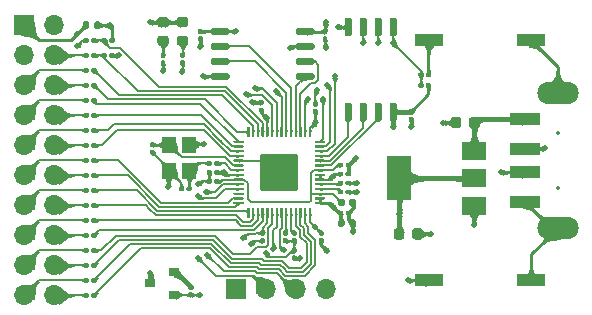
<source format=gbr>
%TF.GenerationSoftware,KiCad,Pcbnew,(5.1.9)-1*%
%TF.CreationDate,2021-09-09T09:31:17+08:00*%
%TF.ProjectId,RP2040,52503230-3430-42e6-9b69-6361645f7063,rev?*%
%TF.SameCoordinates,Original*%
%TF.FileFunction,Copper,L1,Top*%
%TF.FilePolarity,Positive*%
%FSLAX46Y46*%
G04 Gerber Fmt 4.6, Leading zero omitted, Abs format (unit mm)*
G04 Created by KiCad (PCBNEW (5.1.9)-1) date 2021-09-09 09:31:17*
%MOMM*%
%LPD*%
G01*
G04 APERTURE LIST*
%TA.AperFunction,SMDPad,CuDef*%
%ADD10R,1.200000X1.400000*%
%TD*%
%TA.AperFunction,ComponentPad*%
%ADD11O,3.500000X1.900000*%
%TD*%
%TA.AperFunction,SMDPad,CuDef*%
%ADD12R,2.500000X1.100000*%
%TD*%
%TA.AperFunction,SMDPad,CuDef*%
%ADD13R,2.440000X1.120000*%
%TD*%
%TA.AperFunction,ComponentPad*%
%ADD14O,1.700000X1.700000*%
%TD*%
%TA.AperFunction,ComponentPad*%
%ADD15R,1.700000X1.700000*%
%TD*%
%TA.AperFunction,ComponentPad*%
%ADD16C,0.600000*%
%TD*%
%TA.AperFunction,SMDPad,CuDef*%
%ADD17R,2.000000X1.500000*%
%TD*%
%TA.AperFunction,SMDPad,CuDef*%
%ADD18R,2.000000X3.800000*%
%TD*%
%TA.AperFunction,SMDPad,CuDef*%
%ADD19R,0.900000X0.800000*%
%TD*%
%TA.AperFunction,ViaPad*%
%ADD20C,0.508000*%
%TD*%
%TA.AperFunction,Conductor*%
%ADD21C,0.152400*%
%TD*%
%TA.AperFunction,Conductor*%
%ADD22C,0.250000*%
%TD*%
%TA.AperFunction,Conductor*%
%ADD23C,0.381000*%
%TD*%
%TA.AperFunction,Conductor*%
%ADD24C,0.025400*%
%TD*%
%TA.AperFunction,Conductor*%
%ADD25C,0.350000*%
%TD*%
%ADD26C,0.304800*%
%ADD27C,0.350000*%
%ADD28O,2.500000X0.900000*%
G04 APERTURE END LIST*
%TO.P,R6,2*%
%TO.N,Net-(R6-Pad2)*%
%TA.AperFunction,SMDPad,CuDef*%
G36*
G01*
X155297200Y-91467000D02*
X155297200Y-91667000D01*
G75*
G02*
X155197200Y-91767000I-100000J0D01*
G01*
X154937200Y-91767000D01*
G75*
G02*
X154837200Y-91667000I0J100000D01*
G01*
X154837200Y-91467000D01*
G75*
G02*
X154937200Y-91367000I100000J0D01*
G01*
X155197200Y-91367000D01*
G75*
G02*
X155297200Y-91467000I0J-100000D01*
G01*
G37*
%TD.AperFunction*%
%TO.P,R6,1*%
%TO.N,/USB_D-*%
%TA.AperFunction,SMDPad,CuDef*%
G36*
G01*
X155937200Y-91467000D02*
X155937200Y-91667000D01*
G75*
G02*
X155837200Y-91767000I-100000J0D01*
G01*
X155577200Y-91767000D01*
G75*
G02*
X155477200Y-91667000I0J100000D01*
G01*
X155477200Y-91467000D01*
G75*
G02*
X155577200Y-91367000I100000J0D01*
G01*
X155837200Y-91367000D01*
G75*
G02*
X155937200Y-91467000I0J-100000D01*
G01*
G37*
%TD.AperFunction*%
%TD*%
%TO.P,R10,2*%
%TO.N,GND*%
%TA.AperFunction,SMDPad,CuDef*%
G36*
G01*
X151030000Y-96940200D02*
X151230000Y-96940200D01*
G75*
G02*
X151330000Y-97040200I0J-100000D01*
G01*
X151330000Y-97300200D01*
G75*
G02*
X151230000Y-97400200I-100000J0D01*
G01*
X151030000Y-97400200D01*
G75*
G02*
X150930000Y-97300200I0J100000D01*
G01*
X150930000Y-97040200D01*
G75*
G02*
X151030000Y-96940200I100000J0D01*
G01*
G37*
%TD.AperFunction*%
%TO.P,R10,1*%
%TO.N,Vdrive*%
%TA.AperFunction,SMDPad,CuDef*%
G36*
G01*
X151030000Y-96300200D02*
X151230000Y-96300200D01*
G75*
G02*
X151330000Y-96400200I0J-100000D01*
G01*
X151330000Y-96660200D01*
G75*
G02*
X151230000Y-96760200I-100000J0D01*
G01*
X151030000Y-96760200D01*
G75*
G02*
X150930000Y-96660200I0J100000D01*
G01*
X150930000Y-96400200D01*
G75*
G02*
X151030000Y-96300200I100000J0D01*
G01*
G37*
%TD.AperFunction*%
%TD*%
%TO.P,C8,2*%
%TO.N,GND*%
%TA.AperFunction,SMDPad,CuDef*%
G36*
G01*
X155487200Y-89381000D02*
X155487200Y-89181000D01*
G75*
G02*
X155587200Y-89081000I100000J0D01*
G01*
X155847200Y-89081000D01*
G75*
G02*
X155947200Y-89181000I0J-100000D01*
G01*
X155947200Y-89381000D01*
G75*
G02*
X155847200Y-89481000I-100000J0D01*
G01*
X155587200Y-89481000D01*
G75*
G02*
X155487200Y-89381000I0J100000D01*
G01*
G37*
%TD.AperFunction*%
%TO.P,C8,1*%
%TO.N,+1V1*%
%TA.AperFunction,SMDPad,CuDef*%
G36*
G01*
X154847200Y-89381000D02*
X154847200Y-89181000D01*
G75*
G02*
X154947200Y-89081000I100000J0D01*
G01*
X155207200Y-89081000D01*
G75*
G02*
X155307200Y-89181000I0J-100000D01*
G01*
X155307200Y-89381000D01*
G75*
G02*
X155207200Y-89481000I-100000J0D01*
G01*
X154947200Y-89481000D01*
G75*
G02*
X154847200Y-89381000I0J100000D01*
G01*
G37*
%TD.AperFunction*%
%TD*%
%TO.P,R7,2*%
%TO.N,Net-(R7-Pad2)*%
%TA.AperFunction,SMDPad,CuDef*%
G36*
G01*
X150468000Y-95287000D02*
X150268000Y-95287000D01*
G75*
G02*
X150168000Y-95187000I0J100000D01*
G01*
X150168000Y-94927000D01*
G75*
G02*
X150268000Y-94827000I100000J0D01*
G01*
X150468000Y-94827000D01*
G75*
G02*
X150568000Y-94927000I0J-100000D01*
G01*
X150568000Y-95187000D01*
G75*
G02*
X150468000Y-95287000I-100000J0D01*
G01*
G37*
%TD.AperFunction*%
%TO.P,R7,1*%
%TO.N,Vdrive*%
%TA.AperFunction,SMDPad,CuDef*%
G36*
G01*
X150468000Y-95927000D02*
X150268000Y-95927000D01*
G75*
G02*
X150168000Y-95827000I0J100000D01*
G01*
X150168000Y-95567000D01*
G75*
G02*
X150268000Y-95467000I100000J0D01*
G01*
X150468000Y-95467000D01*
G75*
G02*
X150568000Y-95567000I0J-100000D01*
G01*
X150568000Y-95827000D01*
G75*
G02*
X150468000Y-95927000I-100000J0D01*
G01*
G37*
%TD.AperFunction*%
%TD*%
D10*
%TO.P,Y1,4*%
%TO.N,GND*%
X140551800Y-89771400D03*
%TO.P,Y1,3*%
%TO.N,/XIN*%
X140551800Y-87571400D03*
%TO.P,Y1,2*%
%TO.N,GND*%
X142251800Y-87571400D03*
%TO.P,Y1,1*%
%TO.N,Net-(C2-Pad2)*%
X142251800Y-89771400D03*
%TD*%
D11*
%TO.P,J1,5*%
%TO.N,GND*%
X173440000Y-94600000D03*
X173440000Y-83200000D03*
D12*
%TO.P,J1,4*%
X170690000Y-92400000D03*
%TO.P,J1,1*%
%TO.N,VBUS*%
X170690000Y-85400000D03*
%TO.P,J1,3*%
%TO.N,/USB_D+*%
X170690000Y-89900000D03*
%TO.P,J1,2*%
%TO.N,/USB_D-*%
X170690000Y-87900000D03*
%TD*%
%TO.P,U2,8*%
%TO.N,+3V3*%
%TA.AperFunction,SMDPad,CuDef*%
G36*
G01*
X159362000Y-84003800D02*
X159662000Y-84003800D01*
G75*
G02*
X159812000Y-84153800I0J-150000D01*
G01*
X159812000Y-85453800D01*
G75*
G02*
X159662000Y-85603800I-150000J0D01*
G01*
X159362000Y-85603800D01*
G75*
G02*
X159212000Y-85453800I0J150000D01*
G01*
X159212000Y-84153800D01*
G75*
G02*
X159362000Y-84003800I150000J0D01*
G01*
G37*
%TD.AperFunction*%
%TO.P,U2,7*%
%TO.N,/QSPI_SD3*%
%TA.AperFunction,SMDPad,CuDef*%
G36*
G01*
X158092000Y-84003800D02*
X158392000Y-84003800D01*
G75*
G02*
X158542000Y-84153800I0J-150000D01*
G01*
X158542000Y-85453800D01*
G75*
G02*
X158392000Y-85603800I-150000J0D01*
G01*
X158092000Y-85603800D01*
G75*
G02*
X157942000Y-85453800I0J150000D01*
G01*
X157942000Y-84153800D01*
G75*
G02*
X158092000Y-84003800I150000J0D01*
G01*
G37*
%TD.AperFunction*%
%TO.P,U2,6*%
%TO.N,/QSPI_SCLK*%
%TA.AperFunction,SMDPad,CuDef*%
G36*
G01*
X156822000Y-84003800D02*
X157122000Y-84003800D01*
G75*
G02*
X157272000Y-84153800I0J-150000D01*
G01*
X157272000Y-85453800D01*
G75*
G02*
X157122000Y-85603800I-150000J0D01*
G01*
X156822000Y-85603800D01*
G75*
G02*
X156672000Y-85453800I0J150000D01*
G01*
X156672000Y-84153800D01*
G75*
G02*
X156822000Y-84003800I150000J0D01*
G01*
G37*
%TD.AperFunction*%
%TO.P,U2,5*%
%TO.N,/QSPI_SD0*%
%TA.AperFunction,SMDPad,CuDef*%
G36*
G01*
X155552000Y-84003800D02*
X155852000Y-84003800D01*
G75*
G02*
X156002000Y-84153800I0J-150000D01*
G01*
X156002000Y-85453800D01*
G75*
G02*
X155852000Y-85603800I-150000J0D01*
G01*
X155552000Y-85603800D01*
G75*
G02*
X155402000Y-85453800I0J150000D01*
G01*
X155402000Y-84153800D01*
G75*
G02*
X155552000Y-84003800I150000J0D01*
G01*
G37*
%TD.AperFunction*%
%TO.P,U2,4*%
%TO.N,GND*%
%TA.AperFunction,SMDPad,CuDef*%
G36*
G01*
X155552000Y-76803800D02*
X155852000Y-76803800D01*
G75*
G02*
X156002000Y-76953800I0J-150000D01*
G01*
X156002000Y-78253800D01*
G75*
G02*
X155852000Y-78403800I-150000J0D01*
G01*
X155552000Y-78403800D01*
G75*
G02*
X155402000Y-78253800I0J150000D01*
G01*
X155402000Y-76953800D01*
G75*
G02*
X155552000Y-76803800I150000J0D01*
G01*
G37*
%TD.AperFunction*%
%TO.P,U2,3*%
%TO.N,/QSPI_SD2*%
%TA.AperFunction,SMDPad,CuDef*%
G36*
G01*
X156822000Y-76803800D02*
X157122000Y-76803800D01*
G75*
G02*
X157272000Y-76953800I0J-150000D01*
G01*
X157272000Y-78253800D01*
G75*
G02*
X157122000Y-78403800I-150000J0D01*
G01*
X156822000Y-78403800D01*
G75*
G02*
X156672000Y-78253800I0J150000D01*
G01*
X156672000Y-76953800D01*
G75*
G02*
X156822000Y-76803800I150000J0D01*
G01*
G37*
%TD.AperFunction*%
%TO.P,U2,2*%
%TO.N,/QSPI_SD1*%
%TA.AperFunction,SMDPad,CuDef*%
G36*
G01*
X158092000Y-76803800D02*
X158392000Y-76803800D01*
G75*
G02*
X158542000Y-76953800I0J-150000D01*
G01*
X158542000Y-78253800D01*
G75*
G02*
X158392000Y-78403800I-150000J0D01*
G01*
X158092000Y-78403800D01*
G75*
G02*
X157942000Y-78253800I0J150000D01*
G01*
X157942000Y-76953800D01*
G75*
G02*
X158092000Y-76803800I150000J0D01*
G01*
G37*
%TD.AperFunction*%
%TO.P,U2,1*%
%TO.N,/QSPI_SS*%
%TA.AperFunction,SMDPad,CuDef*%
G36*
G01*
X159362000Y-76803800D02*
X159662000Y-76803800D01*
G75*
G02*
X159812000Y-76953800I0J-150000D01*
G01*
X159812000Y-78253800D01*
G75*
G02*
X159662000Y-78403800I-150000J0D01*
G01*
X159362000Y-78403800D01*
G75*
G02*
X159212000Y-78253800I0J150000D01*
G01*
X159212000Y-76953800D01*
G75*
G02*
X159362000Y-76803800I150000J0D01*
G01*
G37*
%TD.AperFunction*%
%TD*%
%TO.P,U1,8*%
%TO.N,+3V3*%
%TA.AperFunction,SMDPad,CuDef*%
G36*
G01*
X151263000Y-78128000D02*
X151263000Y-77828000D01*
G75*
G02*
X151413000Y-77678000I150000J0D01*
G01*
X152713000Y-77678000D01*
G75*
G02*
X152863000Y-77828000I0J-150000D01*
G01*
X152863000Y-78128000D01*
G75*
G02*
X152713000Y-78278000I-150000J0D01*
G01*
X151413000Y-78278000D01*
G75*
G02*
X151263000Y-78128000I0J150000D01*
G01*
G37*
%TD.AperFunction*%
%TO.P,U1,7*%
%TO.N,/W25_SD3*%
%TA.AperFunction,SMDPad,CuDef*%
G36*
G01*
X151263000Y-79398000D02*
X151263000Y-79098000D01*
G75*
G02*
X151413000Y-78948000I150000J0D01*
G01*
X152713000Y-78948000D01*
G75*
G02*
X152863000Y-79098000I0J-150000D01*
G01*
X152863000Y-79398000D01*
G75*
G02*
X152713000Y-79548000I-150000J0D01*
G01*
X151413000Y-79548000D01*
G75*
G02*
X151263000Y-79398000I0J150000D01*
G01*
G37*
%TD.AperFunction*%
%TO.P,U1,6*%
%TO.N,/W25_SCLK*%
%TA.AperFunction,SMDPad,CuDef*%
G36*
G01*
X151263000Y-80668000D02*
X151263000Y-80368000D01*
G75*
G02*
X151413000Y-80218000I150000J0D01*
G01*
X152713000Y-80218000D01*
G75*
G02*
X152863000Y-80368000I0J-150000D01*
G01*
X152863000Y-80668000D01*
G75*
G02*
X152713000Y-80818000I-150000J0D01*
G01*
X151413000Y-80818000D01*
G75*
G02*
X151263000Y-80668000I0J150000D01*
G01*
G37*
%TD.AperFunction*%
%TO.P,U1,5*%
%TO.N,/W25_SD0*%
%TA.AperFunction,SMDPad,CuDef*%
G36*
G01*
X151263000Y-81938000D02*
X151263000Y-81638000D01*
G75*
G02*
X151413000Y-81488000I150000J0D01*
G01*
X152713000Y-81488000D01*
G75*
G02*
X152863000Y-81638000I0J-150000D01*
G01*
X152863000Y-81938000D01*
G75*
G02*
X152713000Y-82088000I-150000J0D01*
G01*
X151413000Y-82088000D01*
G75*
G02*
X151263000Y-81938000I0J150000D01*
G01*
G37*
%TD.AperFunction*%
%TO.P,U1,4*%
%TO.N,GND*%
%TA.AperFunction,SMDPad,CuDef*%
G36*
G01*
X144063000Y-81938000D02*
X144063000Y-81638000D01*
G75*
G02*
X144213000Y-81488000I150000J0D01*
G01*
X145513000Y-81488000D01*
G75*
G02*
X145663000Y-81638000I0J-150000D01*
G01*
X145663000Y-81938000D01*
G75*
G02*
X145513000Y-82088000I-150000J0D01*
G01*
X144213000Y-82088000D01*
G75*
G02*
X144063000Y-81938000I0J150000D01*
G01*
G37*
%TD.AperFunction*%
%TO.P,U1,3*%
%TO.N,/W25_SD2*%
%TA.AperFunction,SMDPad,CuDef*%
G36*
G01*
X144063000Y-80668000D02*
X144063000Y-80368000D01*
G75*
G02*
X144213000Y-80218000I150000J0D01*
G01*
X145513000Y-80218000D01*
G75*
G02*
X145663000Y-80368000I0J-150000D01*
G01*
X145663000Y-80668000D01*
G75*
G02*
X145513000Y-80818000I-150000J0D01*
G01*
X144213000Y-80818000D01*
G75*
G02*
X144063000Y-80668000I0J150000D01*
G01*
G37*
%TD.AperFunction*%
%TO.P,U1,2*%
%TO.N,/W25_SD1*%
%TA.AperFunction,SMDPad,CuDef*%
G36*
G01*
X144063000Y-79398000D02*
X144063000Y-79098000D01*
G75*
G02*
X144213000Y-78948000I150000J0D01*
G01*
X145513000Y-78948000D01*
G75*
G02*
X145663000Y-79098000I0J-150000D01*
G01*
X145663000Y-79398000D01*
G75*
G02*
X145513000Y-79548000I-150000J0D01*
G01*
X144213000Y-79548000D01*
G75*
G02*
X144063000Y-79398000I0J150000D01*
G01*
G37*
%TD.AperFunction*%
%TO.P,U1,1*%
%TO.N,/W25_SS*%
%TA.AperFunction,SMDPad,CuDef*%
G36*
G01*
X144063000Y-78128000D02*
X144063000Y-77828000D01*
G75*
G02*
X144213000Y-77678000I150000J0D01*
G01*
X145513000Y-77678000D01*
G75*
G02*
X145663000Y-77828000I0J-150000D01*
G01*
X145663000Y-78128000D01*
G75*
G02*
X145513000Y-78278000I-150000J0D01*
G01*
X144213000Y-78278000D01*
G75*
G02*
X144063000Y-78128000I0J150000D01*
G01*
G37*
%TD.AperFunction*%
%TD*%
D13*
%TO.P,SW2,2*%
%TO.N,GND*%
X171183000Y-99060000D03*
%TO.P,SW2,1*%
%TO.N,/SW_USER*%
X162573000Y-99060000D03*
%TD*%
%TO.P,R31,2*%
%TO.N,/GPIO29*%
%TA.AperFunction,SMDPad,CuDef*%
G36*
G01*
X133948000Y-100430000D02*
X133948000Y-100230000D01*
G75*
G02*
X134048000Y-100130000I100000J0D01*
G01*
X134308000Y-100130000D01*
G75*
G02*
X134408000Y-100230000I0J-100000D01*
G01*
X134408000Y-100430000D01*
G75*
G02*
X134308000Y-100530000I-100000J0D01*
G01*
X134048000Y-100530000D01*
G75*
G02*
X133948000Y-100430000I0J100000D01*
G01*
G37*
%TD.AperFunction*%
%TO.P,R31,1*%
%TO.N,Net-(J3-Pad20)*%
%TA.AperFunction,SMDPad,CuDef*%
G36*
G01*
X133308000Y-100430000D02*
X133308000Y-100230000D01*
G75*
G02*
X133408000Y-100130000I100000J0D01*
G01*
X133668000Y-100130000D01*
G75*
G02*
X133768000Y-100230000I0J-100000D01*
G01*
X133768000Y-100430000D01*
G75*
G02*
X133668000Y-100530000I-100000J0D01*
G01*
X133408000Y-100530000D01*
G75*
G02*
X133308000Y-100430000I0J100000D01*
G01*
G37*
%TD.AperFunction*%
%TD*%
%TO.P,R30,2*%
%TO.N,/GPIO27*%
%TA.AperFunction,SMDPad,CuDef*%
G36*
G01*
X133948000Y-97890000D02*
X133948000Y-97690000D01*
G75*
G02*
X134048000Y-97590000I100000J0D01*
G01*
X134308000Y-97590000D01*
G75*
G02*
X134408000Y-97690000I0J-100000D01*
G01*
X134408000Y-97890000D01*
G75*
G02*
X134308000Y-97990000I-100000J0D01*
G01*
X134048000Y-97990000D01*
G75*
G02*
X133948000Y-97890000I0J100000D01*
G01*
G37*
%TD.AperFunction*%
%TO.P,R30,1*%
%TO.N,Net-(J3-Pad18)*%
%TA.AperFunction,SMDPad,CuDef*%
G36*
G01*
X133308000Y-97890000D02*
X133308000Y-97690000D01*
G75*
G02*
X133408000Y-97590000I100000J0D01*
G01*
X133668000Y-97590000D01*
G75*
G02*
X133768000Y-97690000I0J-100000D01*
G01*
X133768000Y-97890000D01*
G75*
G02*
X133668000Y-97990000I-100000J0D01*
G01*
X133408000Y-97990000D01*
G75*
G02*
X133308000Y-97890000I0J100000D01*
G01*
G37*
%TD.AperFunction*%
%TD*%
%TO.P,R29,2*%
%TO.N,/GPIO21*%
%TA.AperFunction,SMDPad,CuDef*%
G36*
G01*
X133948000Y-95350000D02*
X133948000Y-95150000D01*
G75*
G02*
X134048000Y-95050000I100000J0D01*
G01*
X134308000Y-95050000D01*
G75*
G02*
X134408000Y-95150000I0J-100000D01*
G01*
X134408000Y-95350000D01*
G75*
G02*
X134308000Y-95450000I-100000J0D01*
G01*
X134048000Y-95450000D01*
G75*
G02*
X133948000Y-95350000I0J100000D01*
G01*
G37*
%TD.AperFunction*%
%TO.P,R29,1*%
%TO.N,Net-(J3-Pad16)*%
%TA.AperFunction,SMDPad,CuDef*%
G36*
G01*
X133308000Y-95350000D02*
X133308000Y-95150000D01*
G75*
G02*
X133408000Y-95050000I100000J0D01*
G01*
X133668000Y-95050000D01*
G75*
G02*
X133768000Y-95150000I0J-100000D01*
G01*
X133768000Y-95350000D01*
G75*
G02*
X133668000Y-95450000I-100000J0D01*
G01*
X133408000Y-95450000D01*
G75*
G02*
X133308000Y-95350000I0J100000D01*
G01*
G37*
%TD.AperFunction*%
%TD*%
%TO.P,R28,2*%
%TO.N,/GPIO19*%
%TA.AperFunction,SMDPad,CuDef*%
G36*
G01*
X133948000Y-92810000D02*
X133948000Y-92610000D01*
G75*
G02*
X134048000Y-92510000I100000J0D01*
G01*
X134308000Y-92510000D01*
G75*
G02*
X134408000Y-92610000I0J-100000D01*
G01*
X134408000Y-92810000D01*
G75*
G02*
X134308000Y-92910000I-100000J0D01*
G01*
X134048000Y-92910000D01*
G75*
G02*
X133948000Y-92810000I0J100000D01*
G01*
G37*
%TD.AperFunction*%
%TO.P,R28,1*%
%TO.N,Net-(J3-Pad14)*%
%TA.AperFunction,SMDPad,CuDef*%
G36*
G01*
X133308000Y-92810000D02*
X133308000Y-92610000D01*
G75*
G02*
X133408000Y-92510000I100000J0D01*
G01*
X133668000Y-92510000D01*
G75*
G02*
X133768000Y-92610000I0J-100000D01*
G01*
X133768000Y-92810000D01*
G75*
G02*
X133668000Y-92910000I-100000J0D01*
G01*
X133408000Y-92910000D01*
G75*
G02*
X133308000Y-92810000I0J100000D01*
G01*
G37*
%TD.AperFunction*%
%TD*%
%TO.P,R27,2*%
%TO.N,/GPIO17*%
%TA.AperFunction,SMDPad,CuDef*%
G36*
G01*
X133948000Y-90270000D02*
X133948000Y-90070000D01*
G75*
G02*
X134048000Y-89970000I100000J0D01*
G01*
X134308000Y-89970000D01*
G75*
G02*
X134408000Y-90070000I0J-100000D01*
G01*
X134408000Y-90270000D01*
G75*
G02*
X134308000Y-90370000I-100000J0D01*
G01*
X134048000Y-90370000D01*
G75*
G02*
X133948000Y-90270000I0J100000D01*
G01*
G37*
%TD.AperFunction*%
%TO.P,R27,1*%
%TO.N,Net-(J3-Pad12)*%
%TA.AperFunction,SMDPad,CuDef*%
G36*
G01*
X133308000Y-90270000D02*
X133308000Y-90070000D01*
G75*
G02*
X133408000Y-89970000I100000J0D01*
G01*
X133668000Y-89970000D01*
G75*
G02*
X133768000Y-90070000I0J-100000D01*
G01*
X133768000Y-90270000D01*
G75*
G02*
X133668000Y-90370000I-100000J0D01*
G01*
X133408000Y-90370000D01*
G75*
G02*
X133308000Y-90270000I0J100000D01*
G01*
G37*
%TD.AperFunction*%
%TD*%
%TO.P,R26,2*%
%TO.N,/GPIO15*%
%TA.AperFunction,SMDPad,CuDef*%
G36*
G01*
X133948000Y-87730000D02*
X133948000Y-87530000D01*
G75*
G02*
X134048000Y-87430000I100000J0D01*
G01*
X134308000Y-87430000D01*
G75*
G02*
X134408000Y-87530000I0J-100000D01*
G01*
X134408000Y-87730000D01*
G75*
G02*
X134308000Y-87830000I-100000J0D01*
G01*
X134048000Y-87830000D01*
G75*
G02*
X133948000Y-87730000I0J100000D01*
G01*
G37*
%TD.AperFunction*%
%TO.P,R26,1*%
%TO.N,Net-(J3-Pad10)*%
%TA.AperFunction,SMDPad,CuDef*%
G36*
G01*
X133308000Y-87730000D02*
X133308000Y-87530000D01*
G75*
G02*
X133408000Y-87430000I100000J0D01*
G01*
X133668000Y-87430000D01*
G75*
G02*
X133768000Y-87530000I0J-100000D01*
G01*
X133768000Y-87730000D01*
G75*
G02*
X133668000Y-87830000I-100000J0D01*
G01*
X133408000Y-87830000D01*
G75*
G02*
X133308000Y-87730000I0J100000D01*
G01*
G37*
%TD.AperFunction*%
%TD*%
%TO.P,R25,2*%
%TO.N,/GPIO13*%
%TA.AperFunction,SMDPad,CuDef*%
G36*
G01*
X133948000Y-85164600D02*
X133948000Y-84964600D01*
G75*
G02*
X134048000Y-84864600I100000J0D01*
G01*
X134308000Y-84864600D01*
G75*
G02*
X134408000Y-84964600I0J-100000D01*
G01*
X134408000Y-85164600D01*
G75*
G02*
X134308000Y-85264600I-100000J0D01*
G01*
X134048000Y-85264600D01*
G75*
G02*
X133948000Y-85164600I0J100000D01*
G01*
G37*
%TD.AperFunction*%
%TO.P,R25,1*%
%TO.N,Net-(J3-Pad8)*%
%TA.AperFunction,SMDPad,CuDef*%
G36*
G01*
X133308000Y-85164600D02*
X133308000Y-84964600D01*
G75*
G02*
X133408000Y-84864600I100000J0D01*
G01*
X133668000Y-84864600D01*
G75*
G02*
X133768000Y-84964600I0J-100000D01*
G01*
X133768000Y-85164600D01*
G75*
G02*
X133668000Y-85264600I-100000J0D01*
G01*
X133408000Y-85264600D01*
G75*
G02*
X133308000Y-85164600I0J100000D01*
G01*
G37*
%TD.AperFunction*%
%TD*%
%TO.P,R24,2*%
%TO.N,/GPIO11*%
%TA.AperFunction,SMDPad,CuDef*%
G36*
G01*
X133948000Y-82650000D02*
X133948000Y-82450000D01*
G75*
G02*
X134048000Y-82350000I100000J0D01*
G01*
X134308000Y-82350000D01*
G75*
G02*
X134408000Y-82450000I0J-100000D01*
G01*
X134408000Y-82650000D01*
G75*
G02*
X134308000Y-82750000I-100000J0D01*
G01*
X134048000Y-82750000D01*
G75*
G02*
X133948000Y-82650000I0J100000D01*
G01*
G37*
%TD.AperFunction*%
%TO.P,R24,1*%
%TO.N,Net-(J3-Pad6)*%
%TA.AperFunction,SMDPad,CuDef*%
G36*
G01*
X133308000Y-82650000D02*
X133308000Y-82450000D01*
G75*
G02*
X133408000Y-82350000I100000J0D01*
G01*
X133668000Y-82350000D01*
G75*
G02*
X133768000Y-82450000I0J-100000D01*
G01*
X133768000Y-82650000D01*
G75*
G02*
X133668000Y-82750000I-100000J0D01*
G01*
X133408000Y-82750000D01*
G75*
G02*
X133308000Y-82650000I0J100000D01*
G01*
G37*
%TD.AperFunction*%
%TD*%
%TO.P,R23,2*%
%TO.N,/GPIO9*%
%TA.AperFunction,SMDPad,CuDef*%
G36*
G01*
X133948000Y-80110000D02*
X133948000Y-79910000D01*
G75*
G02*
X134048000Y-79810000I100000J0D01*
G01*
X134308000Y-79810000D01*
G75*
G02*
X134408000Y-79910000I0J-100000D01*
G01*
X134408000Y-80110000D01*
G75*
G02*
X134308000Y-80210000I-100000J0D01*
G01*
X134048000Y-80210000D01*
G75*
G02*
X133948000Y-80110000I0J100000D01*
G01*
G37*
%TD.AperFunction*%
%TO.P,R23,1*%
%TO.N,Net-(J3-Pad4)*%
%TA.AperFunction,SMDPad,CuDef*%
G36*
G01*
X133308000Y-80110000D02*
X133308000Y-79910000D01*
G75*
G02*
X133408000Y-79810000I100000J0D01*
G01*
X133668000Y-79810000D01*
G75*
G02*
X133768000Y-79910000I0J-100000D01*
G01*
X133768000Y-80110000D01*
G75*
G02*
X133668000Y-80210000I-100000J0D01*
G01*
X133408000Y-80210000D01*
G75*
G02*
X133308000Y-80110000I0J100000D01*
G01*
G37*
%TD.AperFunction*%
%TD*%
%TO.P,R20,2*%
%TO.N,Net-(J3-Pad19)*%
%TA.AperFunction,SMDPad,CuDef*%
G36*
G01*
X133768000Y-98960000D02*
X133768000Y-99160000D01*
G75*
G02*
X133668000Y-99260000I-100000J0D01*
G01*
X133408000Y-99260000D01*
G75*
G02*
X133308000Y-99160000I0J100000D01*
G01*
X133308000Y-98960000D01*
G75*
G02*
X133408000Y-98860000I100000J0D01*
G01*
X133668000Y-98860000D01*
G75*
G02*
X133768000Y-98960000I0J-100000D01*
G01*
G37*
%TD.AperFunction*%
%TO.P,R20,1*%
%TO.N,/GPIO28*%
%TA.AperFunction,SMDPad,CuDef*%
G36*
G01*
X134408000Y-98960000D02*
X134408000Y-99160000D01*
G75*
G02*
X134308000Y-99260000I-100000J0D01*
G01*
X134048000Y-99260000D01*
G75*
G02*
X133948000Y-99160000I0J100000D01*
G01*
X133948000Y-98960000D01*
G75*
G02*
X134048000Y-98860000I100000J0D01*
G01*
X134308000Y-98860000D01*
G75*
G02*
X134408000Y-98960000I0J-100000D01*
G01*
G37*
%TD.AperFunction*%
%TD*%
%TO.P,R19,2*%
%TO.N,Net-(J3-Pad17)*%
%TA.AperFunction,SMDPad,CuDef*%
G36*
G01*
X133768000Y-96420000D02*
X133768000Y-96620000D01*
G75*
G02*
X133668000Y-96720000I-100000J0D01*
G01*
X133408000Y-96720000D01*
G75*
G02*
X133308000Y-96620000I0J100000D01*
G01*
X133308000Y-96420000D01*
G75*
G02*
X133408000Y-96320000I100000J0D01*
G01*
X133668000Y-96320000D01*
G75*
G02*
X133768000Y-96420000I0J-100000D01*
G01*
G37*
%TD.AperFunction*%
%TO.P,R19,1*%
%TO.N,/GPIO22*%
%TA.AperFunction,SMDPad,CuDef*%
G36*
G01*
X134408000Y-96420000D02*
X134408000Y-96620000D01*
G75*
G02*
X134308000Y-96720000I-100000J0D01*
G01*
X134048000Y-96720000D01*
G75*
G02*
X133948000Y-96620000I0J100000D01*
G01*
X133948000Y-96420000D01*
G75*
G02*
X134048000Y-96320000I100000J0D01*
G01*
X134308000Y-96320000D01*
G75*
G02*
X134408000Y-96420000I0J-100000D01*
G01*
G37*
%TD.AperFunction*%
%TD*%
%TO.P,R18,2*%
%TO.N,Net-(J3-Pad15)*%
%TA.AperFunction,SMDPad,CuDef*%
G36*
G01*
X133768000Y-93880000D02*
X133768000Y-94080000D01*
G75*
G02*
X133668000Y-94180000I-100000J0D01*
G01*
X133408000Y-94180000D01*
G75*
G02*
X133308000Y-94080000I0J100000D01*
G01*
X133308000Y-93880000D01*
G75*
G02*
X133408000Y-93780000I100000J0D01*
G01*
X133668000Y-93780000D01*
G75*
G02*
X133768000Y-93880000I0J-100000D01*
G01*
G37*
%TD.AperFunction*%
%TO.P,R18,1*%
%TO.N,/GPIO20*%
%TA.AperFunction,SMDPad,CuDef*%
G36*
G01*
X134408000Y-93880000D02*
X134408000Y-94080000D01*
G75*
G02*
X134308000Y-94180000I-100000J0D01*
G01*
X134048000Y-94180000D01*
G75*
G02*
X133948000Y-94080000I0J100000D01*
G01*
X133948000Y-93880000D01*
G75*
G02*
X134048000Y-93780000I100000J0D01*
G01*
X134308000Y-93780000D01*
G75*
G02*
X134408000Y-93880000I0J-100000D01*
G01*
G37*
%TD.AperFunction*%
%TD*%
%TO.P,R17,2*%
%TO.N,Net-(J3-Pad13)*%
%TA.AperFunction,SMDPad,CuDef*%
G36*
G01*
X133768000Y-91340000D02*
X133768000Y-91540000D01*
G75*
G02*
X133668000Y-91640000I-100000J0D01*
G01*
X133408000Y-91640000D01*
G75*
G02*
X133308000Y-91540000I0J100000D01*
G01*
X133308000Y-91340000D01*
G75*
G02*
X133408000Y-91240000I100000J0D01*
G01*
X133668000Y-91240000D01*
G75*
G02*
X133768000Y-91340000I0J-100000D01*
G01*
G37*
%TD.AperFunction*%
%TO.P,R17,1*%
%TO.N,/GPIO18*%
%TA.AperFunction,SMDPad,CuDef*%
G36*
G01*
X134408000Y-91340000D02*
X134408000Y-91540000D01*
G75*
G02*
X134308000Y-91640000I-100000J0D01*
G01*
X134048000Y-91640000D01*
G75*
G02*
X133948000Y-91540000I0J100000D01*
G01*
X133948000Y-91340000D01*
G75*
G02*
X134048000Y-91240000I100000J0D01*
G01*
X134308000Y-91240000D01*
G75*
G02*
X134408000Y-91340000I0J-100000D01*
G01*
G37*
%TD.AperFunction*%
%TD*%
%TO.P,R16,2*%
%TO.N,Net-(J3-Pad11)*%
%TA.AperFunction,SMDPad,CuDef*%
G36*
G01*
X133768000Y-88800000D02*
X133768000Y-89000000D01*
G75*
G02*
X133668000Y-89100000I-100000J0D01*
G01*
X133408000Y-89100000D01*
G75*
G02*
X133308000Y-89000000I0J100000D01*
G01*
X133308000Y-88800000D01*
G75*
G02*
X133408000Y-88700000I100000J0D01*
G01*
X133668000Y-88700000D01*
G75*
G02*
X133768000Y-88800000I0J-100000D01*
G01*
G37*
%TD.AperFunction*%
%TO.P,R16,1*%
%TO.N,/GPIO16*%
%TA.AperFunction,SMDPad,CuDef*%
G36*
G01*
X134408000Y-88800000D02*
X134408000Y-89000000D01*
G75*
G02*
X134308000Y-89100000I-100000J0D01*
G01*
X134048000Y-89100000D01*
G75*
G02*
X133948000Y-89000000I0J100000D01*
G01*
X133948000Y-88800000D01*
G75*
G02*
X134048000Y-88700000I100000J0D01*
G01*
X134308000Y-88700000D01*
G75*
G02*
X134408000Y-88800000I0J-100000D01*
G01*
G37*
%TD.AperFunction*%
%TD*%
%TO.P,R15,2*%
%TO.N,Net-(J3-Pad9)*%
%TA.AperFunction,SMDPad,CuDef*%
G36*
G01*
X133768000Y-86260000D02*
X133768000Y-86460000D01*
G75*
G02*
X133668000Y-86560000I-100000J0D01*
G01*
X133408000Y-86560000D01*
G75*
G02*
X133308000Y-86460000I0J100000D01*
G01*
X133308000Y-86260000D01*
G75*
G02*
X133408000Y-86160000I100000J0D01*
G01*
X133668000Y-86160000D01*
G75*
G02*
X133768000Y-86260000I0J-100000D01*
G01*
G37*
%TD.AperFunction*%
%TO.P,R15,1*%
%TO.N,/GPIO14*%
%TA.AperFunction,SMDPad,CuDef*%
G36*
G01*
X134408000Y-86260000D02*
X134408000Y-86460000D01*
G75*
G02*
X134308000Y-86560000I-100000J0D01*
G01*
X134048000Y-86560000D01*
G75*
G02*
X133948000Y-86460000I0J100000D01*
G01*
X133948000Y-86260000D01*
G75*
G02*
X134048000Y-86160000I100000J0D01*
G01*
X134308000Y-86160000D01*
G75*
G02*
X134408000Y-86260000I0J-100000D01*
G01*
G37*
%TD.AperFunction*%
%TD*%
%TO.P,R14,2*%
%TO.N,Net-(J3-Pad7)*%
%TA.AperFunction,SMDPad,CuDef*%
G36*
G01*
X133768000Y-83720000D02*
X133768000Y-83920000D01*
G75*
G02*
X133668000Y-84020000I-100000J0D01*
G01*
X133408000Y-84020000D01*
G75*
G02*
X133308000Y-83920000I0J100000D01*
G01*
X133308000Y-83720000D01*
G75*
G02*
X133408000Y-83620000I100000J0D01*
G01*
X133668000Y-83620000D01*
G75*
G02*
X133768000Y-83720000I0J-100000D01*
G01*
G37*
%TD.AperFunction*%
%TO.P,R14,1*%
%TO.N,/GPIO12*%
%TA.AperFunction,SMDPad,CuDef*%
G36*
G01*
X134408000Y-83720000D02*
X134408000Y-83920000D01*
G75*
G02*
X134308000Y-84020000I-100000J0D01*
G01*
X134048000Y-84020000D01*
G75*
G02*
X133948000Y-83920000I0J100000D01*
G01*
X133948000Y-83720000D01*
G75*
G02*
X134048000Y-83620000I100000J0D01*
G01*
X134308000Y-83620000D01*
G75*
G02*
X134408000Y-83720000I0J-100000D01*
G01*
G37*
%TD.AperFunction*%
%TD*%
%TO.P,R13,2*%
%TO.N,Net-(J3-Pad5)*%
%TA.AperFunction,SMDPad,CuDef*%
G36*
G01*
X133768000Y-81180000D02*
X133768000Y-81380000D01*
G75*
G02*
X133668000Y-81480000I-100000J0D01*
G01*
X133408000Y-81480000D01*
G75*
G02*
X133308000Y-81380000I0J100000D01*
G01*
X133308000Y-81180000D01*
G75*
G02*
X133408000Y-81080000I100000J0D01*
G01*
X133668000Y-81080000D01*
G75*
G02*
X133768000Y-81180000I0J-100000D01*
G01*
G37*
%TD.AperFunction*%
%TO.P,R13,1*%
%TO.N,/GPIO10*%
%TA.AperFunction,SMDPad,CuDef*%
G36*
G01*
X134408000Y-81180000D02*
X134408000Y-81380000D01*
G75*
G02*
X134308000Y-81480000I-100000J0D01*
G01*
X134048000Y-81480000D01*
G75*
G02*
X133948000Y-81380000I0J100000D01*
G01*
X133948000Y-81180000D01*
G75*
G02*
X134048000Y-81080000I100000J0D01*
G01*
X134308000Y-81080000D01*
G75*
G02*
X134408000Y-81180000I0J-100000D01*
G01*
G37*
%TD.AperFunction*%
%TD*%
%TO.P,R12,2*%
%TO.N,Net-(J3-Pad3)*%
%TA.AperFunction,SMDPad,CuDef*%
G36*
G01*
X133768000Y-78640000D02*
X133768000Y-78840000D01*
G75*
G02*
X133668000Y-78940000I-100000J0D01*
G01*
X133408000Y-78940000D01*
G75*
G02*
X133308000Y-78840000I0J100000D01*
G01*
X133308000Y-78640000D01*
G75*
G02*
X133408000Y-78540000I100000J0D01*
G01*
X133668000Y-78540000D01*
G75*
G02*
X133768000Y-78640000I0J-100000D01*
G01*
G37*
%TD.AperFunction*%
%TO.P,R12,1*%
%TO.N,/GPIO8*%
%TA.AperFunction,SMDPad,CuDef*%
G36*
G01*
X134408000Y-78640000D02*
X134408000Y-78840000D01*
G75*
G02*
X134308000Y-78940000I-100000J0D01*
G01*
X134048000Y-78940000D01*
G75*
G02*
X133948000Y-78840000I0J100000D01*
G01*
X133948000Y-78640000D01*
G75*
G02*
X134048000Y-78540000I100000J0D01*
G01*
X134308000Y-78540000D01*
G75*
G02*
X134408000Y-78640000I0J-100000D01*
G01*
G37*
%TD.AperFunction*%
%TD*%
%TO.P,R2,2*%
%TO.N,/W25_SS*%
%TA.AperFunction,SMDPad,CuDef*%
G36*
G01*
X143279800Y-78218200D02*
X143079800Y-78218200D01*
G75*
G02*
X142979800Y-78118200I0J100000D01*
G01*
X142979800Y-77858200D01*
G75*
G02*
X143079800Y-77758200I100000J0D01*
G01*
X143279800Y-77758200D01*
G75*
G02*
X143379800Y-77858200I0J-100000D01*
G01*
X143379800Y-78118200D01*
G75*
G02*
X143279800Y-78218200I-100000J0D01*
G01*
G37*
%TD.AperFunction*%
%TO.P,R2,1*%
%TO.N,+3V3*%
%TA.AperFunction,SMDPad,CuDef*%
G36*
G01*
X143279800Y-78858200D02*
X143079800Y-78858200D01*
G75*
G02*
X142979800Y-78758200I0J100000D01*
G01*
X142979800Y-78498200D01*
G75*
G02*
X143079800Y-78398200I100000J0D01*
G01*
X143279800Y-78398200D01*
G75*
G02*
X143379800Y-78498200I0J-100000D01*
G01*
X143379800Y-78758200D01*
G75*
G02*
X143279800Y-78858200I-100000J0D01*
G01*
G37*
%TD.AperFunction*%
%TD*%
D14*
%TO.P,J3,20*%
%TO.N,Net-(J3-Pad20)*%
X130810000Y-100330000D03*
%TO.P,J3,19*%
%TO.N,Net-(J3-Pad19)*%
X128270000Y-100330000D03*
%TO.P,J3,18*%
%TO.N,Net-(J3-Pad18)*%
X130810000Y-97790000D03*
%TO.P,J3,17*%
%TO.N,Net-(J3-Pad17)*%
X128270000Y-97790000D03*
%TO.P,J3,16*%
%TO.N,Net-(J3-Pad16)*%
X130810000Y-95250000D03*
%TO.P,J3,15*%
%TO.N,Net-(J3-Pad15)*%
X128270000Y-95250000D03*
%TO.P,J3,14*%
%TO.N,Net-(J3-Pad14)*%
X130810000Y-92710000D03*
%TO.P,J3,13*%
%TO.N,Net-(J3-Pad13)*%
X128270000Y-92710000D03*
%TO.P,J3,12*%
%TO.N,Net-(J3-Pad12)*%
X130810000Y-90170000D03*
%TO.P,J3,11*%
%TO.N,Net-(J3-Pad11)*%
X128270000Y-90170000D03*
%TO.P,J3,10*%
%TO.N,Net-(J3-Pad10)*%
X130810000Y-87630000D03*
%TO.P,J3,9*%
%TO.N,Net-(J3-Pad9)*%
X128270000Y-87630000D03*
%TO.P,J3,8*%
%TO.N,Net-(J3-Pad8)*%
X130810000Y-85090000D03*
%TO.P,J3,7*%
%TO.N,Net-(J3-Pad7)*%
X128270000Y-85090000D03*
%TO.P,J3,6*%
%TO.N,Net-(J3-Pad6)*%
X130810000Y-82550000D03*
%TO.P,J3,5*%
%TO.N,Net-(J3-Pad5)*%
X128270000Y-82550000D03*
%TO.P,J3,4*%
%TO.N,Net-(J3-Pad4)*%
X130810000Y-80010000D03*
%TO.P,J3,3*%
%TO.N,Net-(J3-Pad3)*%
X128270000Y-80010000D03*
%TO.P,J3,2*%
%TO.N,Vdrive*%
X130810000Y-77470000D03*
D15*
%TO.P,J3,1*%
%TO.N,GND*%
X128270000Y-77470000D03*
%TD*%
%TO.P,C17,2*%
%TO.N,GND*%
%TA.AperFunction,SMDPad,CuDef*%
G36*
G01*
X133785000Y-77274600D02*
X133785000Y-77614600D01*
G75*
G02*
X133645000Y-77754600I-140000J0D01*
G01*
X133365000Y-77754600D01*
G75*
G02*
X133225000Y-77614600I0J140000D01*
G01*
X133225000Y-77274600D01*
G75*
G02*
X133365000Y-77134600I140000J0D01*
G01*
X133645000Y-77134600D01*
G75*
G02*
X133785000Y-77274600I0J-140000D01*
G01*
G37*
%TD.AperFunction*%
%TO.P,C17,1*%
%TO.N,Vdrive*%
%TA.AperFunction,SMDPad,CuDef*%
G36*
G01*
X134745000Y-77274600D02*
X134745000Y-77614600D01*
G75*
G02*
X134605000Y-77754600I-140000J0D01*
G01*
X134325000Y-77754600D01*
G75*
G02*
X134185000Y-77614600I0J140000D01*
G01*
X134185000Y-77274600D01*
G75*
G02*
X134325000Y-77134600I140000J0D01*
G01*
X134605000Y-77134600D01*
G75*
G02*
X134745000Y-77274600I0J-140000D01*
G01*
G37*
%TD.AperFunction*%
%TD*%
%TO.P,C3,2*%
%TO.N,GND*%
%TA.AperFunction,SMDPad,CuDef*%
G36*
G01*
X153646200Y-78398200D02*
X153846200Y-78398200D01*
G75*
G02*
X153946200Y-78498200I0J-100000D01*
G01*
X153946200Y-78758200D01*
G75*
G02*
X153846200Y-78858200I-100000J0D01*
G01*
X153646200Y-78858200D01*
G75*
G02*
X153546200Y-78758200I0J100000D01*
G01*
X153546200Y-78498200D01*
G75*
G02*
X153646200Y-78398200I100000J0D01*
G01*
G37*
%TD.AperFunction*%
%TO.P,C3,1*%
%TO.N,+3V3*%
%TA.AperFunction,SMDPad,CuDef*%
G36*
G01*
X153646200Y-77758200D02*
X153846200Y-77758200D01*
G75*
G02*
X153946200Y-77858200I0J-100000D01*
G01*
X153946200Y-78118200D01*
G75*
G02*
X153846200Y-78218200I-100000J0D01*
G01*
X153646200Y-78218200D01*
G75*
G02*
X153546200Y-78118200I0J100000D01*
G01*
X153546200Y-77858200D01*
G75*
G02*
X153646200Y-77758200I100000J0D01*
G01*
G37*
%TD.AperFunction*%
%TD*%
%TO.P,R32,2*%
%TO.N,Vdrive*%
%TA.AperFunction,SMDPad,CuDef*%
G36*
G01*
X135472000Y-80110000D02*
X135472000Y-79910000D01*
G75*
G02*
X135572000Y-79810000I100000J0D01*
G01*
X135832000Y-79810000D01*
G75*
G02*
X135932000Y-79910000I0J-100000D01*
G01*
X135932000Y-80110000D01*
G75*
G02*
X135832000Y-80210000I-100000J0D01*
G01*
X135572000Y-80210000D01*
G75*
G02*
X135472000Y-80110000I0J100000D01*
G01*
G37*
%TD.AperFunction*%
%TO.P,R32,1*%
%TO.N,/GPIO9*%
%TA.AperFunction,SMDPad,CuDef*%
G36*
G01*
X134832000Y-80110000D02*
X134832000Y-79910000D01*
G75*
G02*
X134932000Y-79810000I100000J0D01*
G01*
X135192000Y-79810000D01*
G75*
G02*
X135292000Y-79910000I0J-100000D01*
G01*
X135292000Y-80110000D01*
G75*
G02*
X135192000Y-80210000I-100000J0D01*
G01*
X134932000Y-80210000D01*
G75*
G02*
X134832000Y-80110000I0J100000D01*
G01*
G37*
%TD.AperFunction*%
%TD*%
%TO.P,C10,2*%
%TO.N,GND*%
%TA.AperFunction,SMDPad,CuDef*%
G36*
G01*
X155800400Y-94378600D02*
X155800400Y-94038600D01*
G75*
G02*
X155940400Y-93898600I140000J0D01*
G01*
X156220400Y-93898600D01*
G75*
G02*
X156360400Y-94038600I0J-140000D01*
G01*
X156360400Y-94378600D01*
G75*
G02*
X156220400Y-94518600I-140000J0D01*
G01*
X155940400Y-94518600D01*
G75*
G02*
X155800400Y-94378600I0J140000D01*
G01*
G37*
%TD.AperFunction*%
%TO.P,C10,1*%
%TO.N,+3V3*%
%TA.AperFunction,SMDPad,CuDef*%
G36*
G01*
X154840400Y-94378600D02*
X154840400Y-94038600D01*
G75*
G02*
X154980400Y-93898600I140000J0D01*
G01*
X155260400Y-93898600D01*
G75*
G02*
X155400400Y-94038600I0J-140000D01*
G01*
X155400400Y-94378600D01*
G75*
G02*
X155260400Y-94518600I-140000J0D01*
G01*
X154980400Y-94518600D01*
G75*
G02*
X154840400Y-94378600I0J140000D01*
G01*
G37*
%TD.AperFunction*%
%TD*%
%TO.P,C9,2*%
%TO.N,GND*%
%TA.AperFunction,SMDPad,CuDef*%
G36*
G01*
X155800400Y-92626000D02*
X155800400Y-92286000D01*
G75*
G02*
X155940400Y-92146000I140000J0D01*
G01*
X156220400Y-92146000D01*
G75*
G02*
X156360400Y-92286000I0J-140000D01*
G01*
X156360400Y-92626000D01*
G75*
G02*
X156220400Y-92766000I-140000J0D01*
G01*
X155940400Y-92766000D01*
G75*
G02*
X155800400Y-92626000I0J140000D01*
G01*
G37*
%TD.AperFunction*%
%TO.P,C9,1*%
%TO.N,+1V1*%
%TA.AperFunction,SMDPad,CuDef*%
G36*
G01*
X154840400Y-92626000D02*
X154840400Y-92286000D01*
G75*
G02*
X154980400Y-92146000I140000J0D01*
G01*
X155260400Y-92146000D01*
G75*
G02*
X155400400Y-92286000I0J-140000D01*
G01*
X155400400Y-92626000D01*
G75*
G02*
X155260400Y-92766000I-140000J0D01*
G01*
X154980400Y-92766000D01*
G75*
G02*
X154840400Y-92626000I0J140000D01*
G01*
G37*
%TD.AperFunction*%
%TD*%
%TO.P,C4,2*%
%TO.N,GND*%
%TA.AperFunction,SMDPad,CuDef*%
G36*
G01*
X160936000Y-85180000D02*
X161136000Y-85180000D01*
G75*
G02*
X161236000Y-85280000I0J-100000D01*
G01*
X161236000Y-85540000D01*
G75*
G02*
X161136000Y-85640000I-100000J0D01*
G01*
X160936000Y-85640000D01*
G75*
G02*
X160836000Y-85540000I0J100000D01*
G01*
X160836000Y-85280000D01*
G75*
G02*
X160936000Y-85180000I100000J0D01*
G01*
G37*
%TD.AperFunction*%
%TO.P,C4,1*%
%TO.N,+3V3*%
%TA.AperFunction,SMDPad,CuDef*%
G36*
G01*
X160936000Y-84540000D02*
X161136000Y-84540000D01*
G75*
G02*
X161236000Y-84640000I0J-100000D01*
G01*
X161236000Y-84900000D01*
G75*
G02*
X161136000Y-85000000I-100000J0D01*
G01*
X160936000Y-85000000D01*
G75*
G02*
X160836000Y-84900000I0J100000D01*
G01*
X160836000Y-84640000D01*
G75*
G02*
X160936000Y-84540000I100000J0D01*
G01*
G37*
%TD.AperFunction*%
%TD*%
%TO.P,C2,2*%
%TO.N,Net-(C2-Pad2)*%
%TA.AperFunction,SMDPad,CuDef*%
G36*
G01*
X141999800Y-91413000D02*
X141999800Y-91213000D01*
G75*
G02*
X142099800Y-91113000I100000J0D01*
G01*
X142359800Y-91113000D01*
G75*
G02*
X142459800Y-91213000I0J-100000D01*
G01*
X142459800Y-91413000D01*
G75*
G02*
X142359800Y-91513000I-100000J0D01*
G01*
X142099800Y-91513000D01*
G75*
G02*
X141999800Y-91413000I0J100000D01*
G01*
G37*
%TD.AperFunction*%
%TO.P,C2,1*%
%TO.N,GND*%
%TA.AperFunction,SMDPad,CuDef*%
G36*
G01*
X141359800Y-91413000D02*
X141359800Y-91213000D01*
G75*
G02*
X141459800Y-91113000I100000J0D01*
G01*
X141719800Y-91113000D01*
G75*
G02*
X141819800Y-91213000I0J-100000D01*
G01*
X141819800Y-91413000D01*
G75*
G02*
X141719800Y-91513000I-100000J0D01*
G01*
X141459800Y-91513000D01*
G75*
G02*
X141359800Y-91413000I0J100000D01*
G01*
G37*
%TD.AperFunction*%
%TD*%
%TO.P,C1,2*%
%TO.N,/XIN*%
%TA.AperFunction,SMDPad,CuDef*%
G36*
G01*
X139215800Y-87794000D02*
X139015800Y-87794000D01*
G75*
G02*
X138915800Y-87694000I0J100000D01*
G01*
X138915800Y-87434000D01*
G75*
G02*
X139015800Y-87334000I100000J0D01*
G01*
X139215800Y-87334000D01*
G75*
G02*
X139315800Y-87434000I0J-100000D01*
G01*
X139315800Y-87694000D01*
G75*
G02*
X139215800Y-87794000I-100000J0D01*
G01*
G37*
%TD.AperFunction*%
%TO.P,C1,1*%
%TO.N,GND*%
%TA.AperFunction,SMDPad,CuDef*%
G36*
G01*
X139215800Y-88434000D02*
X139015800Y-88434000D01*
G75*
G02*
X138915800Y-88334000I0J100000D01*
G01*
X138915800Y-88074000D01*
G75*
G02*
X139015800Y-87974000I100000J0D01*
G01*
X139215800Y-87974000D01*
G75*
G02*
X139315800Y-88074000I0J-100000D01*
G01*
X139315800Y-88334000D01*
G75*
G02*
X139215800Y-88434000I-100000J0D01*
G01*
G37*
%TD.AperFunction*%
%TD*%
%TO.P,R11,2*%
%TO.N,Vdrive*%
%TA.AperFunction,SMDPad,CuDef*%
G36*
G01*
X135472000Y-78840000D02*
X135472000Y-78640000D01*
G75*
G02*
X135572000Y-78540000I100000J0D01*
G01*
X135832000Y-78540000D01*
G75*
G02*
X135932000Y-78640000I0J-100000D01*
G01*
X135932000Y-78840000D01*
G75*
G02*
X135832000Y-78940000I-100000J0D01*
G01*
X135572000Y-78940000D01*
G75*
G02*
X135472000Y-78840000I0J100000D01*
G01*
G37*
%TD.AperFunction*%
%TO.P,R11,1*%
%TO.N,/GPIO8*%
%TA.AperFunction,SMDPad,CuDef*%
G36*
G01*
X134832000Y-78840000D02*
X134832000Y-78640000D01*
G75*
G02*
X134932000Y-78540000I100000J0D01*
G01*
X135192000Y-78540000D01*
G75*
G02*
X135292000Y-78640000I0J-100000D01*
G01*
X135292000Y-78840000D01*
G75*
G02*
X135192000Y-78940000I-100000J0D01*
G01*
X134932000Y-78940000D01*
G75*
G02*
X134832000Y-78840000I0J100000D01*
G01*
G37*
%TD.AperFunction*%
%TD*%
%TO.P,R22,2*%
%TO.N,Net-(D2-Pad2)*%
%TA.AperFunction,SMDPad,CuDef*%
G36*
G01*
X140130200Y-80250200D02*
X139930200Y-80250200D01*
G75*
G02*
X139830200Y-80150200I0J100000D01*
G01*
X139830200Y-79890200D01*
G75*
G02*
X139930200Y-79790200I100000J0D01*
G01*
X140130200Y-79790200D01*
G75*
G02*
X140230200Y-79890200I0J-100000D01*
G01*
X140230200Y-80150200D01*
G75*
G02*
X140130200Y-80250200I-100000J0D01*
G01*
G37*
%TD.AperFunction*%
%TO.P,R22,1*%
%TO.N,/LED2*%
%TA.AperFunction,SMDPad,CuDef*%
G36*
G01*
X140130200Y-80890200D02*
X139930200Y-80890200D01*
G75*
G02*
X139830200Y-80790200I0J100000D01*
G01*
X139830200Y-80530200D01*
G75*
G02*
X139930200Y-80430200I100000J0D01*
G01*
X140130200Y-80430200D01*
G75*
G02*
X140230200Y-80530200I0J-100000D01*
G01*
X140230200Y-80790200D01*
G75*
G02*
X140130200Y-80890200I-100000J0D01*
G01*
G37*
%TD.AperFunction*%
%TD*%
%TO.P,R21,2*%
%TO.N,Net-(D1-Pad2)*%
%TA.AperFunction,SMDPad,CuDef*%
G36*
G01*
X141781200Y-80224800D02*
X141581200Y-80224800D01*
G75*
G02*
X141481200Y-80124800I0J100000D01*
G01*
X141481200Y-79864800D01*
G75*
G02*
X141581200Y-79764800I100000J0D01*
G01*
X141781200Y-79764800D01*
G75*
G02*
X141881200Y-79864800I0J-100000D01*
G01*
X141881200Y-80124800D01*
G75*
G02*
X141781200Y-80224800I-100000J0D01*
G01*
G37*
%TD.AperFunction*%
%TO.P,R21,1*%
%TO.N,/LED1*%
%TA.AperFunction,SMDPad,CuDef*%
G36*
G01*
X141781200Y-80864800D02*
X141581200Y-80864800D01*
G75*
G02*
X141481200Y-80764800I0J100000D01*
G01*
X141481200Y-80504800D01*
G75*
G02*
X141581200Y-80404800I100000J0D01*
G01*
X141781200Y-80404800D01*
G75*
G02*
X141881200Y-80504800I0J-100000D01*
G01*
X141881200Y-80764800D01*
G75*
G02*
X141781200Y-80864800I-100000J0D01*
G01*
G37*
%TD.AperFunction*%
%TD*%
%TO.P,R9,2*%
%TO.N,+3V3*%
%TA.AperFunction,SMDPad,CuDef*%
G36*
G01*
X142467000Y-99859000D02*
X142267000Y-99859000D01*
G75*
G02*
X142167000Y-99759000I0J100000D01*
G01*
X142167000Y-99499000D01*
G75*
G02*
X142267000Y-99399000I100000J0D01*
G01*
X142467000Y-99399000D01*
G75*
G02*
X142567000Y-99499000I0J-100000D01*
G01*
X142567000Y-99759000D01*
G75*
G02*
X142467000Y-99859000I-100000J0D01*
G01*
G37*
%TD.AperFunction*%
%TO.P,R9,1*%
%TO.N,/DUT_PWR_CTL*%
%TA.AperFunction,SMDPad,CuDef*%
G36*
G01*
X142467000Y-100499000D02*
X142267000Y-100499000D01*
G75*
G02*
X142167000Y-100399000I0J100000D01*
G01*
X142167000Y-100139000D01*
G75*
G02*
X142267000Y-100039000I100000J0D01*
G01*
X142467000Y-100039000D01*
G75*
G02*
X142567000Y-100139000I0J-100000D01*
G01*
X142567000Y-100399000D01*
G75*
G02*
X142467000Y-100499000I-100000J0D01*
G01*
G37*
%TD.AperFunction*%
%TD*%
%TO.P,R8,2*%
%TO.N,/DUT_PWR_ADC*%
%TA.AperFunction,SMDPad,CuDef*%
G36*
G01*
X151230000Y-95287000D02*
X151030000Y-95287000D01*
G75*
G02*
X150930000Y-95187000I0J100000D01*
G01*
X150930000Y-94927000D01*
G75*
G02*
X151030000Y-94827000I100000J0D01*
G01*
X151230000Y-94827000D01*
G75*
G02*
X151330000Y-94927000I0J-100000D01*
G01*
X151330000Y-95187000D01*
G75*
G02*
X151230000Y-95287000I-100000J0D01*
G01*
G37*
%TD.AperFunction*%
%TO.P,R8,1*%
%TO.N,Vdrive*%
%TA.AperFunction,SMDPad,CuDef*%
G36*
G01*
X151230000Y-95927000D02*
X151030000Y-95927000D01*
G75*
G02*
X150930000Y-95827000I0J100000D01*
G01*
X150930000Y-95567000D01*
G75*
G02*
X151030000Y-95467000I100000J0D01*
G01*
X151230000Y-95467000D01*
G75*
G02*
X151330000Y-95567000I0J-100000D01*
G01*
X151330000Y-95827000D01*
G75*
G02*
X151230000Y-95927000I-100000J0D01*
G01*
G37*
%TD.AperFunction*%
%TD*%
%TO.P,R5,2*%
%TO.N,Net-(R5-Pad2)*%
%TA.AperFunction,SMDPad,CuDef*%
G36*
G01*
X155297200Y-90705000D02*
X155297200Y-90905000D01*
G75*
G02*
X155197200Y-91005000I-100000J0D01*
G01*
X154937200Y-91005000D01*
G75*
G02*
X154837200Y-90905000I0J100000D01*
G01*
X154837200Y-90705000D01*
G75*
G02*
X154937200Y-90605000I100000J0D01*
G01*
X155197200Y-90605000D01*
G75*
G02*
X155297200Y-90705000I0J-100000D01*
G01*
G37*
%TD.AperFunction*%
%TO.P,R5,1*%
%TO.N,/USB_D+*%
%TA.AperFunction,SMDPad,CuDef*%
G36*
G01*
X155937200Y-90705000D02*
X155937200Y-90905000D01*
G75*
G02*
X155837200Y-91005000I-100000J0D01*
G01*
X155577200Y-91005000D01*
G75*
G02*
X155477200Y-90905000I0J100000D01*
G01*
X155477200Y-90705000D01*
G75*
G02*
X155577200Y-90605000I100000J0D01*
G01*
X155837200Y-90605000D01*
G75*
G02*
X155937200Y-90705000I0J-100000D01*
G01*
G37*
%TD.AperFunction*%
%TD*%
%TO.P,R4,2*%
%TO.N,Net-(C2-Pad2)*%
%TA.AperFunction,SMDPad,CuDef*%
G36*
G01*
X144182000Y-89054000D02*
X144182000Y-89254000D01*
G75*
G02*
X144082000Y-89354000I-100000J0D01*
G01*
X143822000Y-89354000D01*
G75*
G02*
X143722000Y-89254000I0J100000D01*
G01*
X143722000Y-89054000D01*
G75*
G02*
X143822000Y-88954000I100000J0D01*
G01*
X144082000Y-88954000D01*
G75*
G02*
X144182000Y-89054000I0J-100000D01*
G01*
G37*
%TD.AperFunction*%
%TO.P,R4,1*%
%TO.N,/XOUT*%
%TA.AperFunction,SMDPad,CuDef*%
G36*
G01*
X144822000Y-89054000D02*
X144822000Y-89254000D01*
G75*
G02*
X144722000Y-89354000I-100000J0D01*
G01*
X144462000Y-89354000D01*
G75*
G02*
X144362000Y-89254000I0J100000D01*
G01*
X144362000Y-89054000D01*
G75*
G02*
X144462000Y-88954000I100000J0D01*
G01*
X144722000Y-88954000D01*
G75*
G02*
X144822000Y-89054000I0J-100000D01*
G01*
G37*
%TD.AperFunction*%
%TD*%
%TO.P,R3,2*%
%TO.N,/QSPI_SS*%
%TA.AperFunction,SMDPad,CuDef*%
G36*
G01*
X162089000Y-82450000D02*
X162089000Y-82650000D01*
G75*
G02*
X161989000Y-82750000I-100000J0D01*
G01*
X161729000Y-82750000D01*
G75*
G02*
X161629000Y-82650000I0J100000D01*
G01*
X161629000Y-82450000D01*
G75*
G02*
X161729000Y-82350000I100000J0D01*
G01*
X161989000Y-82350000D01*
G75*
G02*
X162089000Y-82450000I0J-100000D01*
G01*
G37*
%TD.AperFunction*%
%TO.P,R3,1*%
%TO.N,+3V3*%
%TA.AperFunction,SMDPad,CuDef*%
G36*
G01*
X162729000Y-82450000D02*
X162729000Y-82650000D01*
G75*
G02*
X162629000Y-82750000I-100000J0D01*
G01*
X162369000Y-82750000D01*
G75*
G02*
X162269000Y-82650000I0J100000D01*
G01*
X162269000Y-82450000D01*
G75*
G02*
X162369000Y-82350000I100000J0D01*
G01*
X162629000Y-82350000D01*
G75*
G02*
X162729000Y-82450000I0J-100000D01*
G01*
G37*
%TD.AperFunction*%
%TD*%
%TO.P,R1,2*%
%TO.N,/~USB_BOOT*%
%TA.AperFunction,SMDPad,CuDef*%
G36*
G01*
X162269000Y-81761000D02*
X162269000Y-81561000D01*
G75*
G02*
X162369000Y-81461000I100000J0D01*
G01*
X162629000Y-81461000D01*
G75*
G02*
X162729000Y-81561000I0J-100000D01*
G01*
X162729000Y-81761000D01*
G75*
G02*
X162629000Y-81861000I-100000J0D01*
G01*
X162369000Y-81861000D01*
G75*
G02*
X162269000Y-81761000I0J100000D01*
G01*
G37*
%TD.AperFunction*%
%TO.P,R1,1*%
%TO.N,/QSPI_SS*%
%TA.AperFunction,SMDPad,CuDef*%
G36*
G01*
X161629000Y-81761000D02*
X161629000Y-81561000D01*
G75*
G02*
X161729000Y-81461000I100000J0D01*
G01*
X161989000Y-81461000D01*
G75*
G02*
X162089000Y-81561000I0J-100000D01*
G01*
X162089000Y-81761000D01*
G75*
G02*
X161989000Y-81861000I-100000J0D01*
G01*
X161729000Y-81861000D01*
G75*
G02*
X161629000Y-81761000I0J100000D01*
G01*
G37*
%TD.AperFunction*%
%TD*%
%TO.P,C18,2*%
%TO.N,GND*%
%TA.AperFunction,SMDPad,CuDef*%
G36*
G01*
X155487200Y-93445000D02*
X155487200Y-93245000D01*
G75*
G02*
X155587200Y-93145000I100000J0D01*
G01*
X155847200Y-93145000D01*
G75*
G02*
X155947200Y-93245000I0J-100000D01*
G01*
X155947200Y-93445000D01*
G75*
G02*
X155847200Y-93545000I-100000J0D01*
G01*
X155587200Y-93545000D01*
G75*
G02*
X155487200Y-93445000I0J100000D01*
G01*
G37*
%TD.AperFunction*%
%TO.P,C18,1*%
%TO.N,+3V3*%
%TA.AperFunction,SMDPad,CuDef*%
G36*
G01*
X154847200Y-93445000D02*
X154847200Y-93245000D01*
G75*
G02*
X154947200Y-93145000I100000J0D01*
G01*
X155207200Y-93145000D01*
G75*
G02*
X155307200Y-93245000I0J-100000D01*
G01*
X155307200Y-93445000D01*
G75*
G02*
X155207200Y-93545000I-100000J0D01*
G01*
X154947200Y-93545000D01*
G75*
G02*
X154847200Y-93445000I0J100000D01*
G01*
G37*
%TD.AperFunction*%
%TD*%
%TO.P,C16,2*%
%TO.N,GND*%
%TA.AperFunction,SMDPad,CuDef*%
G36*
G01*
X155477200Y-90143000D02*
X155477200Y-89943000D01*
G75*
G02*
X155577200Y-89843000I100000J0D01*
G01*
X155837200Y-89843000D01*
G75*
G02*
X155937200Y-89943000I0J-100000D01*
G01*
X155937200Y-90143000D01*
G75*
G02*
X155837200Y-90243000I-100000J0D01*
G01*
X155577200Y-90243000D01*
G75*
G02*
X155477200Y-90143000I0J100000D01*
G01*
G37*
%TD.AperFunction*%
%TO.P,C16,1*%
%TO.N,+3V3*%
%TA.AperFunction,SMDPad,CuDef*%
G36*
G01*
X154837200Y-90143000D02*
X154837200Y-89943000D01*
G75*
G02*
X154937200Y-89843000I100000J0D01*
G01*
X155197200Y-89843000D01*
G75*
G02*
X155297200Y-89943000I0J-100000D01*
G01*
X155297200Y-90143000D01*
G75*
G02*
X155197200Y-90243000I-100000J0D01*
G01*
X154937200Y-90243000D01*
G75*
G02*
X154837200Y-90143000I0J100000D01*
G01*
G37*
%TD.AperFunction*%
%TD*%
%TO.P,C15,2*%
%TO.N,GND*%
%TA.AperFunction,SMDPad,CuDef*%
G36*
G01*
X153316000Y-95467000D02*
X153516000Y-95467000D01*
G75*
G02*
X153616000Y-95567000I0J-100000D01*
G01*
X153616000Y-95827000D01*
G75*
G02*
X153516000Y-95927000I-100000J0D01*
G01*
X153316000Y-95927000D01*
G75*
G02*
X153216000Y-95827000I0J100000D01*
G01*
X153216000Y-95567000D01*
G75*
G02*
X153316000Y-95467000I100000J0D01*
G01*
G37*
%TD.AperFunction*%
%TO.P,C15,1*%
%TO.N,+3V3*%
%TA.AperFunction,SMDPad,CuDef*%
G36*
G01*
X153316000Y-94827000D02*
X153516000Y-94827000D01*
G75*
G02*
X153616000Y-94927000I0J-100000D01*
G01*
X153616000Y-95187000D01*
G75*
G02*
X153516000Y-95287000I-100000J0D01*
G01*
X153316000Y-95287000D01*
G75*
G02*
X153216000Y-95187000I0J100000D01*
G01*
X153216000Y-94927000D01*
G75*
G02*
X153316000Y-94827000I100000J0D01*
G01*
G37*
%TD.AperFunction*%
%TD*%
%TO.P,C14,2*%
%TO.N,GND*%
%TA.AperFunction,SMDPad,CuDef*%
G36*
G01*
X148363000Y-95467000D02*
X148563000Y-95467000D01*
G75*
G02*
X148663000Y-95567000I0J-100000D01*
G01*
X148663000Y-95827000D01*
G75*
G02*
X148563000Y-95927000I-100000J0D01*
G01*
X148363000Y-95927000D01*
G75*
G02*
X148263000Y-95827000I0J100000D01*
G01*
X148263000Y-95567000D01*
G75*
G02*
X148363000Y-95467000I100000J0D01*
G01*
G37*
%TD.AperFunction*%
%TO.P,C14,1*%
%TO.N,+3V3*%
%TA.AperFunction,SMDPad,CuDef*%
G36*
G01*
X148363000Y-94827000D02*
X148563000Y-94827000D01*
G75*
G02*
X148663000Y-94927000I0J-100000D01*
G01*
X148663000Y-95187000D01*
G75*
G02*
X148563000Y-95287000I-100000J0D01*
G01*
X148363000Y-95287000D01*
G75*
G02*
X148263000Y-95187000I0J100000D01*
G01*
X148263000Y-94927000D01*
G75*
G02*
X148363000Y-94827000I100000J0D01*
G01*
G37*
%TD.AperFunction*%
%TD*%
%TO.P,C13,2*%
%TO.N,GND*%
%TA.AperFunction,SMDPad,CuDef*%
G36*
G01*
X144182000Y-89816000D02*
X144182000Y-90016000D01*
G75*
G02*
X144082000Y-90116000I-100000J0D01*
G01*
X143822000Y-90116000D01*
G75*
G02*
X143722000Y-90016000I0J100000D01*
G01*
X143722000Y-89816000D01*
G75*
G02*
X143822000Y-89716000I100000J0D01*
G01*
X144082000Y-89716000D01*
G75*
G02*
X144182000Y-89816000I0J-100000D01*
G01*
G37*
%TD.AperFunction*%
%TO.P,C13,1*%
%TO.N,+3V3*%
%TA.AperFunction,SMDPad,CuDef*%
G36*
G01*
X144822000Y-89816000D02*
X144822000Y-90016000D01*
G75*
G02*
X144722000Y-90116000I-100000J0D01*
G01*
X144462000Y-90116000D01*
G75*
G02*
X144362000Y-90016000I0J100000D01*
G01*
X144362000Y-89816000D01*
G75*
G02*
X144462000Y-89716000I100000J0D01*
G01*
X144722000Y-89716000D01*
G75*
G02*
X144822000Y-89816000I0J-100000D01*
G01*
G37*
%TD.AperFunction*%
%TD*%
%TO.P,C12,2*%
%TO.N,GND*%
%TA.AperFunction,SMDPad,CuDef*%
G36*
G01*
X148436000Y-84238000D02*
X148236000Y-84238000D01*
G75*
G02*
X148136000Y-84138000I0J100000D01*
G01*
X148136000Y-83878000D01*
G75*
G02*
X148236000Y-83778000I100000J0D01*
G01*
X148436000Y-83778000D01*
G75*
G02*
X148536000Y-83878000I0J-100000D01*
G01*
X148536000Y-84138000D01*
G75*
G02*
X148436000Y-84238000I-100000J0D01*
G01*
G37*
%TD.AperFunction*%
%TO.P,C12,1*%
%TO.N,+3V3*%
%TA.AperFunction,SMDPad,CuDef*%
G36*
G01*
X148436000Y-84878000D02*
X148236000Y-84878000D01*
G75*
G02*
X148136000Y-84778000I0J100000D01*
G01*
X148136000Y-84518000D01*
G75*
G02*
X148236000Y-84418000I100000J0D01*
G01*
X148436000Y-84418000D01*
G75*
G02*
X148536000Y-84518000I0J-100000D01*
G01*
X148536000Y-84778000D01*
G75*
G02*
X148436000Y-84878000I-100000J0D01*
G01*
G37*
%TD.AperFunction*%
%TD*%
%TO.P,C11,2*%
%TO.N,GND*%
%TA.AperFunction,SMDPad,CuDef*%
G36*
G01*
X153008000Y-84365000D02*
X152808000Y-84365000D01*
G75*
G02*
X152708000Y-84265000I0J100000D01*
G01*
X152708000Y-84005000D01*
G75*
G02*
X152808000Y-83905000I100000J0D01*
G01*
X153008000Y-83905000D01*
G75*
G02*
X153108000Y-84005000I0J-100000D01*
G01*
X153108000Y-84265000D01*
G75*
G02*
X153008000Y-84365000I-100000J0D01*
G01*
G37*
%TD.AperFunction*%
%TO.P,C11,1*%
%TO.N,+3V3*%
%TA.AperFunction,SMDPad,CuDef*%
G36*
G01*
X153008000Y-85005000D02*
X152808000Y-85005000D01*
G75*
G02*
X152708000Y-84905000I0J100000D01*
G01*
X152708000Y-84645000D01*
G75*
G02*
X152808000Y-84545000I100000J0D01*
G01*
X153008000Y-84545000D01*
G75*
G02*
X153108000Y-84645000I0J-100000D01*
G01*
X153108000Y-84905000D01*
G75*
G02*
X153008000Y-85005000I-100000J0D01*
G01*
G37*
%TD.AperFunction*%
%TD*%
%TO.P,C7,2*%
%TO.N,GND*%
%TA.AperFunction,SMDPad,CuDef*%
G36*
G01*
X144182000Y-90578000D02*
X144182000Y-90778000D01*
G75*
G02*
X144082000Y-90878000I-100000J0D01*
G01*
X143822000Y-90878000D01*
G75*
G02*
X143722000Y-90778000I0J100000D01*
G01*
X143722000Y-90578000D01*
G75*
G02*
X143822000Y-90478000I100000J0D01*
G01*
X144082000Y-90478000D01*
G75*
G02*
X144182000Y-90578000I0J-100000D01*
G01*
G37*
%TD.AperFunction*%
%TO.P,C7,1*%
%TO.N,+1V1*%
%TA.AperFunction,SMDPad,CuDef*%
G36*
G01*
X144822000Y-90578000D02*
X144822000Y-90778000D01*
G75*
G02*
X144722000Y-90878000I-100000J0D01*
G01*
X144462000Y-90878000D01*
G75*
G02*
X144362000Y-90778000I0J100000D01*
G01*
X144362000Y-90578000D01*
G75*
G02*
X144462000Y-90478000I100000J0D01*
G01*
X144722000Y-90478000D01*
G75*
G02*
X144822000Y-90578000I0J-100000D01*
G01*
G37*
%TD.AperFunction*%
%TD*%
%TO.P,U4,56*%
%TO.N,/QSPI_SS*%
%TA.AperFunction,SMDPad,CuDef*%
G36*
G01*
X152910000Y-87216000D02*
X153685000Y-87216000D01*
G75*
G02*
X153735000Y-87266000I0J-50000D01*
G01*
X153735000Y-87366000D01*
G75*
G02*
X153685000Y-87416000I-50000J0D01*
G01*
X152910000Y-87416000D01*
G75*
G02*
X152860000Y-87366000I0J50000D01*
G01*
X152860000Y-87266000D01*
G75*
G02*
X152910000Y-87216000I50000J0D01*
G01*
G37*
%TD.AperFunction*%
%TO.P,U4,55*%
%TO.N,/QSPI_SD1*%
%TA.AperFunction,SMDPad,CuDef*%
G36*
G01*
X152910000Y-87616000D02*
X153685000Y-87616000D01*
G75*
G02*
X153735000Y-87666000I0J-50000D01*
G01*
X153735000Y-87766000D01*
G75*
G02*
X153685000Y-87816000I-50000J0D01*
G01*
X152910000Y-87816000D01*
G75*
G02*
X152860000Y-87766000I0J50000D01*
G01*
X152860000Y-87666000D01*
G75*
G02*
X152910000Y-87616000I50000J0D01*
G01*
G37*
%TD.AperFunction*%
%TO.P,U4,54*%
%TO.N,/QSPI_SD2*%
%TA.AperFunction,SMDPad,CuDef*%
G36*
G01*
X152910000Y-88016000D02*
X153685000Y-88016000D01*
G75*
G02*
X153735000Y-88066000I0J-50000D01*
G01*
X153735000Y-88166000D01*
G75*
G02*
X153685000Y-88216000I-50000J0D01*
G01*
X152910000Y-88216000D01*
G75*
G02*
X152860000Y-88166000I0J50000D01*
G01*
X152860000Y-88066000D01*
G75*
G02*
X152910000Y-88016000I50000J0D01*
G01*
G37*
%TD.AperFunction*%
%TO.P,U4,53*%
%TO.N,/QSPI_SD0*%
%TA.AperFunction,SMDPad,CuDef*%
G36*
G01*
X152910000Y-88416000D02*
X153685000Y-88416000D01*
G75*
G02*
X153735000Y-88466000I0J-50000D01*
G01*
X153735000Y-88566000D01*
G75*
G02*
X153685000Y-88616000I-50000J0D01*
G01*
X152910000Y-88616000D01*
G75*
G02*
X152860000Y-88566000I0J50000D01*
G01*
X152860000Y-88466000D01*
G75*
G02*
X152910000Y-88416000I50000J0D01*
G01*
G37*
%TD.AperFunction*%
%TO.P,U4,52*%
%TO.N,/QSPI_SCLK*%
%TA.AperFunction,SMDPad,CuDef*%
G36*
G01*
X152910000Y-88816000D02*
X153685000Y-88816000D01*
G75*
G02*
X153735000Y-88866000I0J-50000D01*
G01*
X153735000Y-88966000D01*
G75*
G02*
X153685000Y-89016000I-50000J0D01*
G01*
X152910000Y-89016000D01*
G75*
G02*
X152860000Y-88966000I0J50000D01*
G01*
X152860000Y-88866000D01*
G75*
G02*
X152910000Y-88816000I50000J0D01*
G01*
G37*
%TD.AperFunction*%
%TO.P,U4,51*%
%TO.N,/QSPI_SD3*%
%TA.AperFunction,SMDPad,CuDef*%
G36*
G01*
X152910000Y-89216000D02*
X153685000Y-89216000D01*
G75*
G02*
X153735000Y-89266000I0J-50000D01*
G01*
X153735000Y-89366000D01*
G75*
G02*
X153685000Y-89416000I-50000J0D01*
G01*
X152910000Y-89416000D01*
G75*
G02*
X152860000Y-89366000I0J50000D01*
G01*
X152860000Y-89266000D01*
G75*
G02*
X152910000Y-89216000I50000J0D01*
G01*
G37*
%TD.AperFunction*%
%TO.P,U4,50*%
%TO.N,+1V1*%
%TA.AperFunction,SMDPad,CuDef*%
G36*
G01*
X152910000Y-89616000D02*
X153685000Y-89616000D01*
G75*
G02*
X153735000Y-89666000I0J-50000D01*
G01*
X153735000Y-89766000D01*
G75*
G02*
X153685000Y-89816000I-50000J0D01*
G01*
X152910000Y-89816000D01*
G75*
G02*
X152860000Y-89766000I0J50000D01*
G01*
X152860000Y-89666000D01*
G75*
G02*
X152910000Y-89616000I50000J0D01*
G01*
G37*
%TD.AperFunction*%
%TO.P,U4,49*%
%TO.N,+3V3*%
%TA.AperFunction,SMDPad,CuDef*%
G36*
G01*
X152910000Y-90016000D02*
X153685000Y-90016000D01*
G75*
G02*
X153735000Y-90066000I0J-50000D01*
G01*
X153735000Y-90166000D01*
G75*
G02*
X153685000Y-90216000I-50000J0D01*
G01*
X152910000Y-90216000D01*
G75*
G02*
X152860000Y-90166000I0J50000D01*
G01*
X152860000Y-90066000D01*
G75*
G02*
X152910000Y-90016000I50000J0D01*
G01*
G37*
%TD.AperFunction*%
%TO.P,U4,48*%
%TA.AperFunction,SMDPad,CuDef*%
G36*
G01*
X152910000Y-90416000D02*
X153685000Y-90416000D01*
G75*
G02*
X153735000Y-90466000I0J-50000D01*
G01*
X153735000Y-90566000D01*
G75*
G02*
X153685000Y-90616000I-50000J0D01*
G01*
X152910000Y-90616000D01*
G75*
G02*
X152860000Y-90566000I0J50000D01*
G01*
X152860000Y-90466000D01*
G75*
G02*
X152910000Y-90416000I50000J0D01*
G01*
G37*
%TD.AperFunction*%
%TO.P,U4,47*%
%TO.N,Net-(R5-Pad2)*%
%TA.AperFunction,SMDPad,CuDef*%
G36*
G01*
X152910000Y-90816000D02*
X153685000Y-90816000D01*
G75*
G02*
X153735000Y-90866000I0J-50000D01*
G01*
X153735000Y-90966000D01*
G75*
G02*
X153685000Y-91016000I-50000J0D01*
G01*
X152910000Y-91016000D01*
G75*
G02*
X152860000Y-90966000I0J50000D01*
G01*
X152860000Y-90866000D01*
G75*
G02*
X152910000Y-90816000I50000J0D01*
G01*
G37*
%TD.AperFunction*%
%TO.P,U4,46*%
%TO.N,Net-(R6-Pad2)*%
%TA.AperFunction,SMDPad,CuDef*%
G36*
G01*
X152910000Y-91216000D02*
X153685000Y-91216000D01*
G75*
G02*
X153735000Y-91266000I0J-50000D01*
G01*
X153735000Y-91366000D01*
G75*
G02*
X153685000Y-91416000I-50000J0D01*
G01*
X152910000Y-91416000D01*
G75*
G02*
X152860000Y-91366000I0J50000D01*
G01*
X152860000Y-91266000D01*
G75*
G02*
X152910000Y-91216000I50000J0D01*
G01*
G37*
%TD.AperFunction*%
%TO.P,U4,45*%
%TO.N,+1V1*%
%TA.AperFunction,SMDPad,CuDef*%
G36*
G01*
X152910000Y-91616000D02*
X153685000Y-91616000D01*
G75*
G02*
X153735000Y-91666000I0J-50000D01*
G01*
X153735000Y-91766000D01*
G75*
G02*
X153685000Y-91816000I-50000J0D01*
G01*
X152910000Y-91816000D01*
G75*
G02*
X152860000Y-91766000I0J50000D01*
G01*
X152860000Y-91666000D01*
G75*
G02*
X152910000Y-91616000I50000J0D01*
G01*
G37*
%TD.AperFunction*%
%TO.P,U4,44*%
%TO.N,+3V3*%
%TA.AperFunction,SMDPad,CuDef*%
G36*
G01*
X152910000Y-92016000D02*
X153685000Y-92016000D01*
G75*
G02*
X153735000Y-92066000I0J-50000D01*
G01*
X153735000Y-92166000D01*
G75*
G02*
X153685000Y-92216000I-50000J0D01*
G01*
X152910000Y-92216000D01*
G75*
G02*
X152860000Y-92166000I0J50000D01*
G01*
X152860000Y-92066000D01*
G75*
G02*
X152910000Y-92016000I50000J0D01*
G01*
G37*
%TD.AperFunction*%
%TO.P,U4,43*%
%TA.AperFunction,SMDPad,CuDef*%
G36*
G01*
X152910000Y-92416000D02*
X153685000Y-92416000D01*
G75*
G02*
X153735000Y-92466000I0J-50000D01*
G01*
X153735000Y-92566000D01*
G75*
G02*
X153685000Y-92616000I-50000J0D01*
G01*
X152910000Y-92616000D01*
G75*
G02*
X152860000Y-92566000I0J50000D01*
G01*
X152860000Y-92466000D01*
G75*
G02*
X152910000Y-92416000I50000J0D01*
G01*
G37*
%TD.AperFunction*%
%TO.P,U4,42*%
%TA.AperFunction,SMDPad,CuDef*%
G36*
G01*
X152410000Y-92916000D02*
X152510000Y-92916000D01*
G75*
G02*
X152560000Y-92966000I0J-50000D01*
G01*
X152560000Y-93741000D01*
G75*
G02*
X152510000Y-93791000I-50000J0D01*
G01*
X152410000Y-93791000D01*
G75*
G02*
X152360000Y-93741000I0J50000D01*
G01*
X152360000Y-92966000D01*
G75*
G02*
X152410000Y-92916000I50000J0D01*
G01*
G37*
%TD.AperFunction*%
%TO.P,U4,41*%
%TO.N,/GPIO29*%
%TA.AperFunction,SMDPad,CuDef*%
G36*
G01*
X152010000Y-92916000D02*
X152110000Y-92916000D01*
G75*
G02*
X152160000Y-92966000I0J-50000D01*
G01*
X152160000Y-93741000D01*
G75*
G02*
X152110000Y-93791000I-50000J0D01*
G01*
X152010000Y-93791000D01*
G75*
G02*
X151960000Y-93741000I0J50000D01*
G01*
X151960000Y-92966000D01*
G75*
G02*
X152010000Y-92916000I50000J0D01*
G01*
G37*
%TD.AperFunction*%
%TO.P,U4,40*%
%TO.N,/GPIO28*%
%TA.AperFunction,SMDPad,CuDef*%
G36*
G01*
X151610000Y-92916000D02*
X151710000Y-92916000D01*
G75*
G02*
X151760000Y-92966000I0J-50000D01*
G01*
X151760000Y-93741000D01*
G75*
G02*
X151710000Y-93791000I-50000J0D01*
G01*
X151610000Y-93791000D01*
G75*
G02*
X151560000Y-93741000I0J50000D01*
G01*
X151560000Y-92966000D01*
G75*
G02*
X151610000Y-92916000I50000J0D01*
G01*
G37*
%TD.AperFunction*%
%TO.P,U4,39*%
%TO.N,/GPIO27*%
%TA.AperFunction,SMDPad,CuDef*%
G36*
G01*
X151210000Y-92916000D02*
X151310000Y-92916000D01*
G75*
G02*
X151360000Y-92966000I0J-50000D01*
G01*
X151360000Y-93741000D01*
G75*
G02*
X151310000Y-93791000I-50000J0D01*
G01*
X151210000Y-93791000D01*
G75*
G02*
X151160000Y-93741000I0J50000D01*
G01*
X151160000Y-92966000D01*
G75*
G02*
X151210000Y-92916000I50000J0D01*
G01*
G37*
%TD.AperFunction*%
%TO.P,U4,38*%
%TO.N,/DUT_PWR_ADC*%
%TA.AperFunction,SMDPad,CuDef*%
G36*
G01*
X150810000Y-92916000D02*
X150910000Y-92916000D01*
G75*
G02*
X150960000Y-92966000I0J-50000D01*
G01*
X150960000Y-93741000D01*
G75*
G02*
X150910000Y-93791000I-50000J0D01*
G01*
X150810000Y-93791000D01*
G75*
G02*
X150760000Y-93741000I0J50000D01*
G01*
X150760000Y-92966000D01*
G75*
G02*
X150810000Y-92916000I50000J0D01*
G01*
G37*
%TD.AperFunction*%
%TO.P,U4,37*%
%TO.N,Net-(R7-Pad2)*%
%TA.AperFunction,SMDPad,CuDef*%
G36*
G01*
X150410000Y-92916000D02*
X150510000Y-92916000D01*
G75*
G02*
X150560000Y-92966000I0J-50000D01*
G01*
X150560000Y-93741000D01*
G75*
G02*
X150510000Y-93791000I-50000J0D01*
G01*
X150410000Y-93791000D01*
G75*
G02*
X150360000Y-93741000I0J50000D01*
G01*
X150360000Y-92966000D01*
G75*
G02*
X150410000Y-92916000I50000J0D01*
G01*
G37*
%TD.AperFunction*%
%TO.P,U4,36*%
%TO.N,/DUT_PWR_CTL*%
%TA.AperFunction,SMDPad,CuDef*%
G36*
G01*
X150010000Y-92916000D02*
X150110000Y-92916000D01*
G75*
G02*
X150160000Y-92966000I0J-50000D01*
G01*
X150160000Y-93741000D01*
G75*
G02*
X150110000Y-93791000I-50000J0D01*
G01*
X150010000Y-93791000D01*
G75*
G02*
X149960000Y-93741000I0J50000D01*
G01*
X149960000Y-92966000D01*
G75*
G02*
X150010000Y-92916000I50000J0D01*
G01*
G37*
%TD.AperFunction*%
%TO.P,U4,35*%
%TO.N,/SW_USER*%
%TA.AperFunction,SMDPad,CuDef*%
G36*
G01*
X149610000Y-92916000D02*
X149710000Y-92916000D01*
G75*
G02*
X149760000Y-92966000I0J-50000D01*
G01*
X149760000Y-93741000D01*
G75*
G02*
X149710000Y-93791000I-50000J0D01*
G01*
X149610000Y-93791000D01*
G75*
G02*
X149560000Y-93741000I0J50000D01*
G01*
X149560000Y-92966000D01*
G75*
G02*
X149610000Y-92916000I50000J0D01*
G01*
G37*
%TD.AperFunction*%
%TO.P,U4,34*%
%TO.N,/GPIO22*%
%TA.AperFunction,SMDPad,CuDef*%
G36*
G01*
X149210000Y-92916000D02*
X149310000Y-92916000D01*
G75*
G02*
X149360000Y-92966000I0J-50000D01*
G01*
X149360000Y-93741000D01*
G75*
G02*
X149310000Y-93791000I-50000J0D01*
G01*
X149210000Y-93791000D01*
G75*
G02*
X149160000Y-93741000I0J50000D01*
G01*
X149160000Y-92966000D01*
G75*
G02*
X149210000Y-92916000I50000J0D01*
G01*
G37*
%TD.AperFunction*%
%TO.P,U4,33*%
%TO.N,+3V3*%
%TA.AperFunction,SMDPad,CuDef*%
G36*
G01*
X148810000Y-92916000D02*
X148910000Y-92916000D01*
G75*
G02*
X148960000Y-92966000I0J-50000D01*
G01*
X148960000Y-93741000D01*
G75*
G02*
X148910000Y-93791000I-50000J0D01*
G01*
X148810000Y-93791000D01*
G75*
G02*
X148760000Y-93741000I0J50000D01*
G01*
X148760000Y-92966000D01*
G75*
G02*
X148810000Y-92916000I50000J0D01*
G01*
G37*
%TD.AperFunction*%
%TO.P,U4,32*%
%TO.N,/GPIO21*%
%TA.AperFunction,SMDPad,CuDef*%
G36*
G01*
X148410000Y-92916000D02*
X148510000Y-92916000D01*
G75*
G02*
X148560000Y-92966000I0J-50000D01*
G01*
X148560000Y-93741000D01*
G75*
G02*
X148510000Y-93791000I-50000J0D01*
G01*
X148410000Y-93791000D01*
G75*
G02*
X148360000Y-93741000I0J50000D01*
G01*
X148360000Y-92966000D01*
G75*
G02*
X148410000Y-92916000I50000J0D01*
G01*
G37*
%TD.AperFunction*%
%TO.P,U4,31*%
%TO.N,/GPIO20*%
%TA.AperFunction,SMDPad,CuDef*%
G36*
G01*
X148010000Y-92916000D02*
X148110000Y-92916000D01*
G75*
G02*
X148160000Y-92966000I0J-50000D01*
G01*
X148160000Y-93741000D01*
G75*
G02*
X148110000Y-93791000I-50000J0D01*
G01*
X148010000Y-93791000D01*
G75*
G02*
X147960000Y-93741000I0J50000D01*
G01*
X147960000Y-92966000D01*
G75*
G02*
X148010000Y-92916000I50000J0D01*
G01*
G37*
%TD.AperFunction*%
%TO.P,U4,30*%
%TO.N,/GPIO19*%
%TA.AperFunction,SMDPad,CuDef*%
G36*
G01*
X147610000Y-92916000D02*
X147710000Y-92916000D01*
G75*
G02*
X147760000Y-92966000I0J-50000D01*
G01*
X147760000Y-93741000D01*
G75*
G02*
X147710000Y-93791000I-50000J0D01*
G01*
X147610000Y-93791000D01*
G75*
G02*
X147560000Y-93741000I0J50000D01*
G01*
X147560000Y-92966000D01*
G75*
G02*
X147610000Y-92916000I50000J0D01*
G01*
G37*
%TD.AperFunction*%
%TO.P,U4,29*%
%TO.N,/GPIO18*%
%TA.AperFunction,SMDPad,CuDef*%
G36*
G01*
X147210000Y-92916000D02*
X147310000Y-92916000D01*
G75*
G02*
X147360000Y-92966000I0J-50000D01*
G01*
X147360000Y-93741000D01*
G75*
G02*
X147310000Y-93791000I-50000J0D01*
G01*
X147210000Y-93791000D01*
G75*
G02*
X147160000Y-93741000I0J50000D01*
G01*
X147160000Y-92966000D01*
G75*
G02*
X147210000Y-92916000I50000J0D01*
G01*
G37*
%TD.AperFunction*%
%TO.P,U4,28*%
%TO.N,/GPIO17*%
%TA.AperFunction,SMDPad,CuDef*%
G36*
G01*
X146035000Y-92416000D02*
X146810000Y-92416000D01*
G75*
G02*
X146860000Y-92466000I0J-50000D01*
G01*
X146860000Y-92566000D01*
G75*
G02*
X146810000Y-92616000I-50000J0D01*
G01*
X146035000Y-92616000D01*
G75*
G02*
X145985000Y-92566000I0J50000D01*
G01*
X145985000Y-92466000D01*
G75*
G02*
X146035000Y-92416000I50000J0D01*
G01*
G37*
%TD.AperFunction*%
%TO.P,U4,27*%
%TO.N,/GPIO16*%
%TA.AperFunction,SMDPad,CuDef*%
G36*
G01*
X146035000Y-92016000D02*
X146810000Y-92016000D01*
G75*
G02*
X146860000Y-92066000I0J-50000D01*
G01*
X146860000Y-92166000D01*
G75*
G02*
X146810000Y-92216000I-50000J0D01*
G01*
X146035000Y-92216000D01*
G75*
G02*
X145985000Y-92166000I0J50000D01*
G01*
X145985000Y-92066000D01*
G75*
G02*
X146035000Y-92016000I50000J0D01*
G01*
G37*
%TD.AperFunction*%
%TO.P,U4,26*%
%TO.N,/RUN*%
%TA.AperFunction,SMDPad,CuDef*%
G36*
G01*
X146035000Y-91616000D02*
X146810000Y-91616000D01*
G75*
G02*
X146860000Y-91666000I0J-50000D01*
G01*
X146860000Y-91766000D01*
G75*
G02*
X146810000Y-91816000I-50000J0D01*
G01*
X146035000Y-91816000D01*
G75*
G02*
X145985000Y-91766000I0J50000D01*
G01*
X145985000Y-91666000D01*
G75*
G02*
X146035000Y-91616000I50000J0D01*
G01*
G37*
%TD.AperFunction*%
%TO.P,U4,25*%
%TO.N,/SWD*%
%TA.AperFunction,SMDPad,CuDef*%
G36*
G01*
X146035000Y-91216000D02*
X146810000Y-91216000D01*
G75*
G02*
X146860000Y-91266000I0J-50000D01*
G01*
X146860000Y-91366000D01*
G75*
G02*
X146810000Y-91416000I-50000J0D01*
G01*
X146035000Y-91416000D01*
G75*
G02*
X145985000Y-91366000I0J50000D01*
G01*
X145985000Y-91266000D01*
G75*
G02*
X146035000Y-91216000I50000J0D01*
G01*
G37*
%TD.AperFunction*%
%TO.P,U4,24*%
%TO.N,/SWCLK*%
%TA.AperFunction,SMDPad,CuDef*%
G36*
G01*
X146035000Y-90816000D02*
X146810000Y-90816000D01*
G75*
G02*
X146860000Y-90866000I0J-50000D01*
G01*
X146860000Y-90966000D01*
G75*
G02*
X146810000Y-91016000I-50000J0D01*
G01*
X146035000Y-91016000D01*
G75*
G02*
X145985000Y-90966000I0J50000D01*
G01*
X145985000Y-90866000D01*
G75*
G02*
X146035000Y-90816000I50000J0D01*
G01*
G37*
%TD.AperFunction*%
%TO.P,U4,23*%
%TO.N,+1V1*%
%TA.AperFunction,SMDPad,CuDef*%
G36*
G01*
X146035000Y-90416000D02*
X146810000Y-90416000D01*
G75*
G02*
X146860000Y-90466000I0J-50000D01*
G01*
X146860000Y-90566000D01*
G75*
G02*
X146810000Y-90616000I-50000J0D01*
G01*
X146035000Y-90616000D01*
G75*
G02*
X145985000Y-90566000I0J50000D01*
G01*
X145985000Y-90466000D01*
G75*
G02*
X146035000Y-90416000I50000J0D01*
G01*
G37*
%TD.AperFunction*%
%TO.P,U4,22*%
%TO.N,+3V3*%
%TA.AperFunction,SMDPad,CuDef*%
G36*
G01*
X146035000Y-90016000D02*
X146810000Y-90016000D01*
G75*
G02*
X146860000Y-90066000I0J-50000D01*
G01*
X146860000Y-90166000D01*
G75*
G02*
X146810000Y-90216000I-50000J0D01*
G01*
X146035000Y-90216000D01*
G75*
G02*
X145985000Y-90166000I0J50000D01*
G01*
X145985000Y-90066000D01*
G75*
G02*
X146035000Y-90016000I50000J0D01*
G01*
G37*
%TD.AperFunction*%
%TO.P,U4,21*%
%TO.N,/XOUT*%
%TA.AperFunction,SMDPad,CuDef*%
G36*
G01*
X146035000Y-89616000D02*
X146810000Y-89616000D01*
G75*
G02*
X146860000Y-89666000I0J-50000D01*
G01*
X146860000Y-89766000D01*
G75*
G02*
X146810000Y-89816000I-50000J0D01*
G01*
X146035000Y-89816000D01*
G75*
G02*
X145985000Y-89766000I0J50000D01*
G01*
X145985000Y-89666000D01*
G75*
G02*
X146035000Y-89616000I50000J0D01*
G01*
G37*
%TD.AperFunction*%
%TO.P,U4,20*%
%TO.N,/XIN*%
%TA.AperFunction,SMDPad,CuDef*%
G36*
G01*
X146035000Y-89216000D02*
X146810000Y-89216000D01*
G75*
G02*
X146860000Y-89266000I0J-50000D01*
G01*
X146860000Y-89366000D01*
G75*
G02*
X146810000Y-89416000I-50000J0D01*
G01*
X146035000Y-89416000D01*
G75*
G02*
X145985000Y-89366000I0J50000D01*
G01*
X145985000Y-89266000D01*
G75*
G02*
X146035000Y-89216000I50000J0D01*
G01*
G37*
%TD.AperFunction*%
%TO.P,U4,19*%
%TO.N,GND*%
%TA.AperFunction,SMDPad,CuDef*%
G36*
G01*
X146035000Y-88816000D02*
X146810000Y-88816000D01*
G75*
G02*
X146860000Y-88866000I0J-50000D01*
G01*
X146860000Y-88966000D01*
G75*
G02*
X146810000Y-89016000I-50000J0D01*
G01*
X146035000Y-89016000D01*
G75*
G02*
X145985000Y-88966000I0J50000D01*
G01*
X145985000Y-88866000D01*
G75*
G02*
X146035000Y-88816000I50000J0D01*
G01*
G37*
%TD.AperFunction*%
%TO.P,U4,18*%
%TO.N,/GPIO15*%
%TA.AperFunction,SMDPad,CuDef*%
G36*
G01*
X146035000Y-88416000D02*
X146810000Y-88416000D01*
G75*
G02*
X146860000Y-88466000I0J-50000D01*
G01*
X146860000Y-88566000D01*
G75*
G02*
X146810000Y-88616000I-50000J0D01*
G01*
X146035000Y-88616000D01*
G75*
G02*
X145985000Y-88566000I0J50000D01*
G01*
X145985000Y-88466000D01*
G75*
G02*
X146035000Y-88416000I50000J0D01*
G01*
G37*
%TD.AperFunction*%
%TO.P,U4,17*%
%TO.N,/GPIO14*%
%TA.AperFunction,SMDPad,CuDef*%
G36*
G01*
X146035000Y-88016000D02*
X146810000Y-88016000D01*
G75*
G02*
X146860000Y-88066000I0J-50000D01*
G01*
X146860000Y-88166000D01*
G75*
G02*
X146810000Y-88216000I-50000J0D01*
G01*
X146035000Y-88216000D01*
G75*
G02*
X145985000Y-88166000I0J50000D01*
G01*
X145985000Y-88066000D01*
G75*
G02*
X146035000Y-88016000I50000J0D01*
G01*
G37*
%TD.AperFunction*%
%TO.P,U4,16*%
%TO.N,/GPIO13*%
%TA.AperFunction,SMDPad,CuDef*%
G36*
G01*
X146035000Y-87616000D02*
X146810000Y-87616000D01*
G75*
G02*
X146860000Y-87666000I0J-50000D01*
G01*
X146860000Y-87766000D01*
G75*
G02*
X146810000Y-87816000I-50000J0D01*
G01*
X146035000Y-87816000D01*
G75*
G02*
X145985000Y-87766000I0J50000D01*
G01*
X145985000Y-87666000D01*
G75*
G02*
X146035000Y-87616000I50000J0D01*
G01*
G37*
%TD.AperFunction*%
%TO.P,U4,15*%
%TO.N,/GPIO12*%
%TA.AperFunction,SMDPad,CuDef*%
G36*
G01*
X146035000Y-87216000D02*
X146810000Y-87216000D01*
G75*
G02*
X146860000Y-87266000I0J-50000D01*
G01*
X146860000Y-87366000D01*
G75*
G02*
X146810000Y-87416000I-50000J0D01*
G01*
X146035000Y-87416000D01*
G75*
G02*
X145985000Y-87366000I0J50000D01*
G01*
X145985000Y-87266000D01*
G75*
G02*
X146035000Y-87216000I50000J0D01*
G01*
G37*
%TD.AperFunction*%
%TO.P,U4,14*%
%TO.N,/GPIO11*%
%TA.AperFunction,SMDPad,CuDef*%
G36*
G01*
X147210000Y-86041000D02*
X147310000Y-86041000D01*
G75*
G02*
X147360000Y-86091000I0J-50000D01*
G01*
X147360000Y-86866000D01*
G75*
G02*
X147310000Y-86916000I-50000J0D01*
G01*
X147210000Y-86916000D01*
G75*
G02*
X147160000Y-86866000I0J50000D01*
G01*
X147160000Y-86091000D01*
G75*
G02*
X147210000Y-86041000I50000J0D01*
G01*
G37*
%TD.AperFunction*%
%TO.P,U4,13*%
%TO.N,/GPIO10*%
%TA.AperFunction,SMDPad,CuDef*%
G36*
G01*
X147610000Y-86041000D02*
X147710000Y-86041000D01*
G75*
G02*
X147760000Y-86091000I0J-50000D01*
G01*
X147760000Y-86866000D01*
G75*
G02*
X147710000Y-86916000I-50000J0D01*
G01*
X147610000Y-86916000D01*
G75*
G02*
X147560000Y-86866000I0J50000D01*
G01*
X147560000Y-86091000D01*
G75*
G02*
X147610000Y-86041000I50000J0D01*
G01*
G37*
%TD.AperFunction*%
%TO.P,U4,12*%
%TO.N,/GPIO9*%
%TA.AperFunction,SMDPad,CuDef*%
G36*
G01*
X148010000Y-86041000D02*
X148110000Y-86041000D01*
G75*
G02*
X148160000Y-86091000I0J-50000D01*
G01*
X148160000Y-86866000D01*
G75*
G02*
X148110000Y-86916000I-50000J0D01*
G01*
X148010000Y-86916000D01*
G75*
G02*
X147960000Y-86866000I0J50000D01*
G01*
X147960000Y-86091000D01*
G75*
G02*
X148010000Y-86041000I50000J0D01*
G01*
G37*
%TD.AperFunction*%
%TO.P,U4,11*%
%TO.N,/GPIO8*%
%TA.AperFunction,SMDPad,CuDef*%
G36*
G01*
X148410000Y-86041000D02*
X148510000Y-86041000D01*
G75*
G02*
X148560000Y-86091000I0J-50000D01*
G01*
X148560000Y-86866000D01*
G75*
G02*
X148510000Y-86916000I-50000J0D01*
G01*
X148410000Y-86916000D01*
G75*
G02*
X148360000Y-86866000I0J50000D01*
G01*
X148360000Y-86091000D01*
G75*
G02*
X148410000Y-86041000I50000J0D01*
G01*
G37*
%TD.AperFunction*%
%TO.P,U4,10*%
%TO.N,+3V3*%
%TA.AperFunction,SMDPad,CuDef*%
G36*
G01*
X148810000Y-86041000D02*
X148910000Y-86041000D01*
G75*
G02*
X148960000Y-86091000I0J-50000D01*
G01*
X148960000Y-86866000D01*
G75*
G02*
X148910000Y-86916000I-50000J0D01*
G01*
X148810000Y-86916000D01*
G75*
G02*
X148760000Y-86866000I0J50000D01*
G01*
X148760000Y-86091000D01*
G75*
G02*
X148810000Y-86041000I50000J0D01*
G01*
G37*
%TD.AperFunction*%
%TO.P,U4,9*%
%TO.N,/LED2*%
%TA.AperFunction,SMDPad,CuDef*%
G36*
G01*
X149210000Y-86041000D02*
X149310000Y-86041000D01*
G75*
G02*
X149360000Y-86091000I0J-50000D01*
G01*
X149360000Y-86866000D01*
G75*
G02*
X149310000Y-86916000I-50000J0D01*
G01*
X149210000Y-86916000D01*
G75*
G02*
X149160000Y-86866000I0J50000D01*
G01*
X149160000Y-86091000D01*
G75*
G02*
X149210000Y-86041000I50000J0D01*
G01*
G37*
%TD.AperFunction*%
%TO.P,U4,8*%
%TO.N,/LED1*%
%TA.AperFunction,SMDPad,CuDef*%
G36*
G01*
X149610000Y-86041000D02*
X149710000Y-86041000D01*
G75*
G02*
X149760000Y-86091000I0J-50000D01*
G01*
X149760000Y-86866000D01*
G75*
G02*
X149710000Y-86916000I-50000J0D01*
G01*
X149610000Y-86916000D01*
G75*
G02*
X149560000Y-86866000I0J50000D01*
G01*
X149560000Y-86091000D01*
G75*
G02*
X149610000Y-86041000I50000J0D01*
G01*
G37*
%TD.AperFunction*%
%TO.P,U4,7*%
%TO.N,/W25_SD3*%
%TA.AperFunction,SMDPad,CuDef*%
G36*
G01*
X150010000Y-86041000D02*
X150110000Y-86041000D01*
G75*
G02*
X150160000Y-86091000I0J-50000D01*
G01*
X150160000Y-86866000D01*
G75*
G02*
X150110000Y-86916000I-50000J0D01*
G01*
X150010000Y-86916000D01*
G75*
G02*
X149960000Y-86866000I0J50000D01*
G01*
X149960000Y-86091000D01*
G75*
G02*
X150010000Y-86041000I50000J0D01*
G01*
G37*
%TD.AperFunction*%
%TO.P,U4,6*%
%TO.N,/W25_SD2*%
%TA.AperFunction,SMDPad,CuDef*%
G36*
G01*
X150410000Y-86041000D02*
X150510000Y-86041000D01*
G75*
G02*
X150560000Y-86091000I0J-50000D01*
G01*
X150560000Y-86866000D01*
G75*
G02*
X150510000Y-86916000I-50000J0D01*
G01*
X150410000Y-86916000D01*
G75*
G02*
X150360000Y-86866000I0J50000D01*
G01*
X150360000Y-86091000D01*
G75*
G02*
X150410000Y-86041000I50000J0D01*
G01*
G37*
%TD.AperFunction*%
%TO.P,U4,5*%
%TO.N,/W25_SD1*%
%TA.AperFunction,SMDPad,CuDef*%
G36*
G01*
X150810000Y-86041000D02*
X150910000Y-86041000D01*
G75*
G02*
X150960000Y-86091000I0J-50000D01*
G01*
X150960000Y-86866000D01*
G75*
G02*
X150910000Y-86916000I-50000J0D01*
G01*
X150810000Y-86916000D01*
G75*
G02*
X150760000Y-86866000I0J50000D01*
G01*
X150760000Y-86091000D01*
G75*
G02*
X150810000Y-86041000I50000J0D01*
G01*
G37*
%TD.AperFunction*%
%TO.P,U4,4*%
%TO.N,/W25_SD0*%
%TA.AperFunction,SMDPad,CuDef*%
G36*
G01*
X151210000Y-86041000D02*
X151310000Y-86041000D01*
G75*
G02*
X151360000Y-86091000I0J-50000D01*
G01*
X151360000Y-86866000D01*
G75*
G02*
X151310000Y-86916000I-50000J0D01*
G01*
X151210000Y-86916000D01*
G75*
G02*
X151160000Y-86866000I0J50000D01*
G01*
X151160000Y-86091000D01*
G75*
G02*
X151210000Y-86041000I50000J0D01*
G01*
G37*
%TD.AperFunction*%
%TO.P,U4,3*%
%TO.N,/W25_SCLK*%
%TA.AperFunction,SMDPad,CuDef*%
G36*
G01*
X151610000Y-86041000D02*
X151710000Y-86041000D01*
G75*
G02*
X151760000Y-86091000I0J-50000D01*
G01*
X151760000Y-86866000D01*
G75*
G02*
X151710000Y-86916000I-50000J0D01*
G01*
X151610000Y-86916000D01*
G75*
G02*
X151560000Y-86866000I0J50000D01*
G01*
X151560000Y-86091000D01*
G75*
G02*
X151610000Y-86041000I50000J0D01*
G01*
G37*
%TD.AperFunction*%
%TO.P,U4,2*%
%TO.N,/W25_SS*%
%TA.AperFunction,SMDPad,CuDef*%
G36*
G01*
X152010000Y-86041000D02*
X152110000Y-86041000D01*
G75*
G02*
X152160000Y-86091000I0J-50000D01*
G01*
X152160000Y-86866000D01*
G75*
G02*
X152110000Y-86916000I-50000J0D01*
G01*
X152010000Y-86916000D01*
G75*
G02*
X151960000Y-86866000I0J50000D01*
G01*
X151960000Y-86091000D01*
G75*
G02*
X152010000Y-86041000I50000J0D01*
G01*
G37*
%TD.AperFunction*%
%TO.P,U4,1*%
%TO.N,+3V3*%
%TA.AperFunction,SMDPad,CuDef*%
G36*
G01*
X152410000Y-86041000D02*
X152510000Y-86041000D01*
G75*
G02*
X152560000Y-86091000I0J-50000D01*
G01*
X152560000Y-86866000D01*
G75*
G02*
X152510000Y-86916000I-50000J0D01*
G01*
X152410000Y-86916000D01*
G75*
G02*
X152360000Y-86866000I0J50000D01*
G01*
X152360000Y-86091000D01*
G75*
G02*
X152410000Y-86041000I50000J0D01*
G01*
G37*
%TD.AperFunction*%
D16*
%TO.P,U4,57*%
%TO.N,GND*%
X148585000Y-91191000D03*
X148585000Y-89916000D03*
X148585000Y-88641000D03*
X149860000Y-91191000D03*
X149860000Y-89916000D03*
X149860000Y-88641000D03*
X151135000Y-91191000D03*
X151135000Y-89916000D03*
X151135000Y-88641000D03*
%TA.AperFunction,SMDPad,CuDef*%
G36*
G01*
X148404000Y-88316000D02*
X151316000Y-88316000D01*
G75*
G02*
X151460000Y-88460000I0J-144000D01*
G01*
X151460000Y-91372000D01*
G75*
G02*
X151316000Y-91516000I-144000J0D01*
G01*
X148404000Y-91516000D01*
G75*
G02*
X148260000Y-91372000I0J144000D01*
G01*
X148260000Y-88460000D01*
G75*
G02*
X148404000Y-88316000I144000J0D01*
G01*
G37*
%TD.AperFunction*%
%TD*%
D17*
%TO.P,U3,1*%
%TO.N,GND*%
X166345000Y-92724000D03*
%TO.P,U3,3*%
%TO.N,VBUS*%
X166345000Y-88124000D03*
%TO.P,U3,2*%
%TO.N,+3V3*%
X166345000Y-90424000D03*
D18*
X160045000Y-90424000D03*
%TD*%
D13*
%TO.P,SW1,2*%
%TO.N,/~USB_BOOT*%
X162573000Y-78740000D03*
%TO.P,SW1,1*%
%TO.N,GND*%
X171183000Y-78740000D03*
%TD*%
D19*
%TO.P,Q1,3*%
%TO.N,Vdrive*%
X138954000Y-99314000D03*
%TO.P,Q1,2*%
%TO.N,+3V3*%
X140954000Y-98364000D03*
%TO.P,Q1,1*%
%TO.N,/DUT_PWR_CTL*%
X140954000Y-100264000D03*
%TD*%
D14*
%TO.P,J2,4*%
%TO.N,GND*%
X153797000Y-99822000D03*
%TO.P,J2,3*%
%TO.N,/SWCLK*%
X151257000Y-99822000D03*
%TO.P,J2,2*%
%TO.N,/SWD*%
X148717000Y-99822000D03*
D15*
%TO.P,J2,1*%
%TO.N,+3V3*%
X146177000Y-99822000D03*
%TD*%
%TO.P,D2,2*%
%TO.N,Net-(D2-Pad2)*%
%TA.AperFunction,SMDPad,CuDef*%
G36*
G01*
X139773950Y-78328000D02*
X140286450Y-78328000D01*
G75*
G02*
X140505200Y-78546750I0J-218750D01*
G01*
X140505200Y-78984250D01*
G75*
G02*
X140286450Y-79203000I-218750J0D01*
G01*
X139773950Y-79203000D01*
G75*
G02*
X139555200Y-78984250I0J218750D01*
G01*
X139555200Y-78546750D01*
G75*
G02*
X139773950Y-78328000I218750J0D01*
G01*
G37*
%TD.AperFunction*%
%TO.P,D2,1*%
%TO.N,GND*%
%TA.AperFunction,SMDPad,CuDef*%
G36*
G01*
X139773950Y-76753000D02*
X140286450Y-76753000D01*
G75*
G02*
X140505200Y-76971750I0J-218750D01*
G01*
X140505200Y-77409250D01*
G75*
G02*
X140286450Y-77628000I-218750J0D01*
G01*
X139773950Y-77628000D01*
G75*
G02*
X139555200Y-77409250I0J218750D01*
G01*
X139555200Y-76971750D01*
G75*
G02*
X139773950Y-76753000I218750J0D01*
G01*
G37*
%TD.AperFunction*%
%TD*%
%TO.P,D1,2*%
%TO.N,Net-(D1-Pad2)*%
%TA.AperFunction,SMDPad,CuDef*%
G36*
G01*
X141424950Y-78328000D02*
X141937450Y-78328000D01*
G75*
G02*
X142156200Y-78546750I0J-218750D01*
G01*
X142156200Y-78984250D01*
G75*
G02*
X141937450Y-79203000I-218750J0D01*
G01*
X141424950Y-79203000D01*
G75*
G02*
X141206200Y-78984250I0J218750D01*
G01*
X141206200Y-78546750D01*
G75*
G02*
X141424950Y-78328000I218750J0D01*
G01*
G37*
%TD.AperFunction*%
%TO.P,D1,1*%
%TO.N,GND*%
%TA.AperFunction,SMDPad,CuDef*%
G36*
G01*
X141424950Y-76753000D02*
X141937450Y-76753000D01*
G75*
G02*
X142156200Y-76971750I0J-218750D01*
G01*
X142156200Y-77409250D01*
G75*
G02*
X141937450Y-77628000I-218750J0D01*
G01*
X141424950Y-77628000D01*
G75*
G02*
X141206200Y-77409250I0J218750D01*
G01*
X141206200Y-76971750D01*
G75*
G02*
X141424950Y-76753000I218750J0D01*
G01*
G37*
%TD.AperFunction*%
%TD*%
%TO.P,C6,2*%
%TO.N,GND*%
%TA.AperFunction,SMDPad,CuDef*%
G36*
G01*
X161120000Y-95373000D02*
X161120000Y-94873000D01*
G75*
G02*
X161345000Y-94648000I225000J0D01*
G01*
X161795000Y-94648000D01*
G75*
G02*
X162020000Y-94873000I0J-225000D01*
G01*
X162020000Y-95373000D01*
G75*
G02*
X161795000Y-95598000I-225000J0D01*
G01*
X161345000Y-95598000D01*
G75*
G02*
X161120000Y-95373000I0J225000D01*
G01*
G37*
%TD.AperFunction*%
%TO.P,C6,1*%
%TO.N,+3V3*%
%TA.AperFunction,SMDPad,CuDef*%
G36*
G01*
X159570000Y-95373000D02*
X159570000Y-94873000D01*
G75*
G02*
X159795000Y-94648000I225000J0D01*
G01*
X160245000Y-94648000D01*
G75*
G02*
X160470000Y-94873000I0J-225000D01*
G01*
X160470000Y-95373000D01*
G75*
G02*
X160245000Y-95598000I-225000J0D01*
G01*
X159795000Y-95598000D01*
G75*
G02*
X159570000Y-95373000I0J225000D01*
G01*
G37*
%TD.AperFunction*%
%TD*%
%TO.P,C5,2*%
%TO.N,GND*%
%TA.AperFunction,SMDPad,CuDef*%
G36*
G01*
X165283000Y-85449600D02*
X165283000Y-85949600D01*
G75*
G02*
X165058000Y-86174600I-225000J0D01*
G01*
X164608000Y-86174600D01*
G75*
G02*
X164383000Y-85949600I0J225000D01*
G01*
X164383000Y-85449600D01*
G75*
G02*
X164608000Y-85224600I225000J0D01*
G01*
X165058000Y-85224600D01*
G75*
G02*
X165283000Y-85449600I0J-225000D01*
G01*
G37*
%TD.AperFunction*%
%TO.P,C5,1*%
%TO.N,VBUS*%
%TA.AperFunction,SMDPad,CuDef*%
G36*
G01*
X166833000Y-85449600D02*
X166833000Y-85949600D01*
G75*
G02*
X166608000Y-86174600I-225000J0D01*
G01*
X166158000Y-86174600D01*
G75*
G02*
X165933000Y-85949600I0J225000D01*
G01*
X165933000Y-85449600D01*
G75*
G02*
X166158000Y-85224600I225000J0D01*
G01*
X166608000Y-85224600D01*
G75*
G02*
X166833000Y-85449600I0J-225000D01*
G01*
G37*
%TD.AperFunction*%
%TD*%
D20*
%TO.N,/USB_D+*%
X156464000Y-90805000D03*
%TO.N,/USB_D-*%
X156464000Y-91567000D03*
%TO.N,GND*%
X166344600Y-94361000D03*
X154813000Y-77597000D03*
X153797000Y-79375000D03*
X143510000Y-87503000D03*
X143383000Y-81788000D03*
X147574000Y-83947000D03*
X138963500Y-77190500D03*
X132715000Y-78232000D03*
X151663400Y-97180400D03*
X156080400Y-94917200D03*
X153898600Y-96545400D03*
X156337000Y-88671400D03*
X162712400Y-95123000D03*
X163753800Y-85699600D03*
X161036000Y-86080600D03*
X147447000Y-95986600D03*
X153035000Y-82931000D03*
X143002000Y-90932000D03*
X140462000Y-91186000D03*
%TO.N,+3V3*%
X153797000Y-77216000D03*
X159512000Y-86106000D03*
X160020000Y-93472000D03*
X141732000Y-98933000D03*
X145161000Y-89916000D03*
X154305000Y-90297000D03*
X152877500Y-94518500D03*
X154368500Y-92773500D03*
X152908000Y-85725000D03*
X148717000Y-85217000D03*
X143179800Y-79298800D03*
X146812000Y-95478600D03*
%TO.N,/USB_D-*%
X172339000Y-87884000D03*
%TO.N,/USB_D+*%
X168656000Y-89916000D03*
%TO.N,/SWCLK*%
X143637000Y-91567000D03*
X143764000Y-96901000D03*
%TO.N,/SWD*%
X143002000Y-91948000D03*
X143002000Y-97155000D03*
%TO.N,Vdrive*%
X138938000Y-98425000D03*
X135509000Y-77470000D03*
X136271000Y-80010000D03*
X148717000Y-96774000D03*
%TO.N,/DUT_PWR_CTL*%
X150241000Y-96520000D03*
X143190000Y-100269000D03*
%TO.N,/QSPI_SS*%
X159512000Y-78994000D03*
X153543000Y-83693000D03*
%TO.N,/LED1*%
X147828000Y-82804000D03*
X141605000Y-81407000D03*
%TO.N,/LED2*%
X147066000Y-83312000D03*
X140017500Y-81343500D03*
%TO.N,/QSPI_SD2*%
X154559000Y-81788000D03*
X156972000Y-78994000D03*
%TO.N,/QSPI_SD1*%
X153924000Y-82550000D03*
X158242000Y-78994000D03*
%TO.N,Net-(J3-Pad3)*%
X132715000Y-79248000D03*
%TO.N,/W25_SS*%
X146177000Y-77978000D03*
X152273000Y-83693000D03*
%TO.N,/SW_USER*%
X149377400Y-96393000D03*
X160782000Y-99060000D03*
%TO.N,/W25_SD3*%
X149606000Y-83058000D03*
X150749000Y-79375000D03*
%TD*%
D21*
%TO.N,/XIN*%
X139123200Y-87571400D02*
X139115800Y-87564000D01*
X140551800Y-87571400D02*
X139123200Y-87571400D01*
X145253668Y-88646000D02*
X141626400Y-88646000D01*
X145923668Y-89316000D02*
X145253668Y-88646000D01*
X141626400Y-88646000D02*
X140551800Y-87571400D01*
X146422500Y-89316000D02*
X145923668Y-89316000D01*
%TO.N,GND*%
X142320200Y-87503000D02*
X142251800Y-87571400D01*
X143510000Y-87503000D02*
X142320200Y-87503000D01*
X143952000Y-89916000D02*
X143952000Y-90678000D01*
X141589800Y-90809400D02*
X140551800Y-89771400D01*
X141589800Y-91313000D02*
X141589800Y-90809400D01*
X140551800Y-89640000D02*
X139115800Y-88204000D01*
X140551800Y-89771400D02*
X140551800Y-89640000D01*
X140551800Y-89771400D02*
X140551800Y-89771400D01*
X148447000Y-88916000D02*
X148463000Y-88900000D01*
X146422500Y-88916000D02*
X148447000Y-88916000D01*
D22*
X153746200Y-79324200D02*
X153797000Y-79375000D01*
X153746200Y-78628200D02*
X153746200Y-79324200D01*
X154819800Y-77603800D02*
X154813000Y-77597000D01*
X155702000Y-77603800D02*
X154819800Y-77603800D01*
X144863000Y-81788000D02*
X143383000Y-81788000D01*
X147635000Y-84008000D02*
X147574000Y-83947000D01*
X148336000Y-84008000D02*
X147635000Y-84008000D01*
X141681200Y-77190500D02*
X140030200Y-77190500D01*
X140030200Y-77190500D02*
X138963500Y-77190500D01*
X151653200Y-97170200D02*
X151663400Y-97180400D01*
X151130000Y-97170200D02*
X151653200Y-97170200D01*
X156080400Y-94208600D02*
X156080400Y-94917200D01*
X156080400Y-94917200D02*
X156080400Y-94917200D01*
X156080400Y-92981800D02*
X155717200Y-93345000D01*
X156080400Y-92456000D02*
X156080400Y-92981800D01*
X155717200Y-93845400D02*
X156080400Y-94208600D01*
X155717200Y-93345000D02*
X155717200Y-93845400D01*
X153416000Y-95697000D02*
X153416000Y-96062800D01*
X153416000Y-96062800D02*
X153898600Y-96545400D01*
X153898600Y-96545400D02*
X153898600Y-96545400D01*
X155707200Y-89291000D02*
X155717200Y-89281000D01*
X155707200Y-90043000D02*
X155707200Y-89291000D01*
X155717200Y-89281000D02*
X155727400Y-89281000D01*
X155727400Y-89281000D02*
X156337000Y-88671400D01*
X156337000Y-88671400D02*
X156337000Y-88671400D01*
X161570000Y-95123000D02*
X162712400Y-95123000D01*
X162712400Y-95123000D02*
X162712400Y-95123000D01*
X166345000Y-94360600D02*
X166344600Y-94361000D01*
X166345000Y-92724000D02*
X166345000Y-94360600D01*
X172890000Y-94600000D02*
X170690000Y-92400000D01*
X173440000Y-94600000D02*
X172890000Y-94600000D01*
X173440000Y-80997000D02*
X171183000Y-78740000D01*
X173440000Y-83200000D02*
X173440000Y-80997000D01*
X171183000Y-96857000D02*
X173440000Y-94600000D01*
X171183000Y-99060000D02*
X171183000Y-96857000D01*
X164833000Y-85699600D02*
X163753800Y-85699600D01*
X163753800Y-85699600D02*
X163753800Y-85699600D01*
X161036000Y-85410000D02*
X161036000Y-86080600D01*
X161036000Y-86080600D02*
X161036000Y-86080600D01*
D21*
X147736600Y-95697000D02*
X147447000Y-95986600D01*
X148463000Y-95697000D02*
X147736600Y-95697000D01*
X152908000Y-83058000D02*
X153035000Y-82931000D01*
X152908000Y-84135000D02*
X152908000Y-83058000D01*
X143256000Y-90678000D02*
X143002000Y-90932000D01*
X143952000Y-90678000D02*
X143256000Y-90678000D01*
D22*
X129540000Y-78740000D02*
X132209600Y-78740000D01*
X132209600Y-78740000D02*
X133505000Y-77444600D01*
X128270000Y-77470000D02*
X129540000Y-78740000D01*
X140462000Y-89861200D02*
X140551800Y-89771400D01*
X140462000Y-91186000D02*
X140462000Y-89861200D01*
D21*
%TO.N,Net-(C2-Pad2)*%
X142251800Y-91240200D02*
X142229800Y-91262200D01*
X142251800Y-89771400D02*
X142251800Y-91240200D01*
X142869200Y-89154000D02*
X142251800Y-89771400D01*
X143952000Y-89154000D02*
X142869200Y-89154000D01*
X142251800Y-91291000D02*
X142229800Y-91313000D01*
X142251800Y-89771400D02*
X142251800Y-91291000D01*
%TO.N,+3V3*%
X153297500Y-90516000D02*
X153297500Y-90116000D01*
X148860000Y-86478500D02*
X148860000Y-85642852D01*
X146422500Y-90116000D02*
X146358000Y-90116000D01*
X146358000Y-90116000D02*
X146334210Y-90139790D01*
X148860000Y-93353500D02*
X148860000Y-94218000D01*
X148463000Y-94615000D02*
X148463000Y-95057000D01*
X148860000Y-94218000D02*
X148463000Y-94615000D01*
D23*
X141102000Y-98364000D02*
X142367000Y-99629000D01*
X140954000Y-98364000D02*
X141102000Y-98364000D01*
D21*
X145361000Y-90116000D02*
X145161000Y-89916000D01*
X146422500Y-90116000D02*
X145361000Y-90116000D01*
X145161000Y-89916000D02*
X144592000Y-89916000D01*
X152460000Y-94101000D02*
X153416000Y-95057000D01*
X152460000Y-93353500D02*
X152460000Y-94101000D01*
X154994200Y-90116000D02*
X155067200Y-90043000D01*
X154086000Y-90516000D02*
X154305000Y-90297000D01*
X153297500Y-90516000D02*
X154086000Y-90516000D01*
X154559000Y-90043000D02*
X154305000Y-90297000D01*
X155067200Y-90043000D02*
X154559000Y-90043000D01*
X153297500Y-92116000D02*
X153297500Y-92516000D01*
D22*
X155077200Y-94165400D02*
X155120400Y-94208600D01*
X155077200Y-93345000D02*
X155077200Y-94165400D01*
X155077200Y-93345000D02*
X154940000Y-93345000D01*
X154111000Y-92516000D02*
X153297500Y-92516000D01*
X154940000Y-93345000D02*
X154368500Y-92773500D01*
D23*
X160045000Y-93447000D02*
X160020000Y-93472000D01*
X160045000Y-90424000D02*
X160045000Y-93447000D01*
X160020000Y-93472000D02*
X160020000Y-95123000D01*
X166345000Y-90424000D02*
X160045000Y-90424000D01*
X159545800Y-84770000D02*
X159512000Y-84803800D01*
X161036000Y-84770000D02*
X159545800Y-84770000D01*
X159512000Y-84803800D02*
X159512000Y-86106000D01*
D22*
X162499000Y-83307000D02*
X161036000Y-84770000D01*
X162499000Y-82550000D02*
X162499000Y-83307000D01*
X154368500Y-92773500D02*
X154111000Y-92516000D01*
D21*
X152908000Y-85471000D02*
X152908000Y-84775000D01*
X152908000Y-84775000D02*
X152908000Y-85725000D01*
X152460000Y-86173000D02*
X152908000Y-85725000D01*
X152460000Y-86478500D02*
X152460000Y-86173000D01*
X148860000Y-85360000D02*
X148717000Y-85217000D01*
X148860000Y-86478500D02*
X148860000Y-85360000D01*
X148336000Y-84836000D02*
X148717000Y-85217000D01*
X148336000Y-84648000D02*
X148336000Y-84836000D01*
D22*
X152073200Y-77988200D02*
X152063000Y-77978000D01*
X153746200Y-77988200D02*
X152073200Y-77988200D01*
X153746200Y-77266800D02*
X153797000Y-77216000D01*
X153746200Y-77988200D02*
X153746200Y-77266800D01*
X143179800Y-78628200D02*
X143179800Y-79298800D01*
X143179800Y-79298800D02*
X143179800Y-79298800D01*
D21*
X147950481Y-95057000D02*
X147843251Y-95164230D01*
X148463000Y-95057000D02*
X147950481Y-95057000D01*
X147843251Y-95164230D02*
X147126370Y-95164230D01*
X147126370Y-95164230D02*
X146812000Y-95478600D01*
X146812000Y-95478600D02*
X146812000Y-95478600D01*
D23*
%TO.N,VBUS*%
X166682600Y-85400000D02*
X166383000Y-85699600D01*
X170690000Y-85400000D02*
X166682600Y-85400000D01*
X166383000Y-88086000D02*
X166345000Y-88124000D01*
X166383000Y-85699600D02*
X166383000Y-88086000D01*
D21*
%TO.N,+1V1*%
X152798668Y-89716000D02*
X153297500Y-89716000D01*
X152583790Y-89930878D02*
X152798668Y-89716000D01*
X152583790Y-91383210D02*
X152583790Y-89930878D01*
X154813539Y-89281000D02*
X155077200Y-89281000D01*
X154378539Y-89716000D02*
X154813539Y-89281000D01*
X153297500Y-89716000D02*
X154378539Y-89716000D01*
X154380400Y-91716000D02*
X155120400Y-92456000D01*
X153297500Y-91716000D02*
X154380400Y-91716000D01*
X152618580Y-91716000D02*
X152583790Y-91750790D01*
X153297500Y-91716000D02*
X152618580Y-91716000D01*
X152583790Y-91383210D02*
X152583790Y-91750790D01*
X147193000Y-92202000D02*
X147193000Y-90787668D01*
X147447000Y-92456000D02*
X147193000Y-92202000D01*
X146921332Y-90516000D02*
X146422500Y-90516000D01*
X152428912Y-92456000D02*
X147447000Y-92456000D01*
X147193000Y-90787668D02*
X146921332Y-90516000D01*
X152583790Y-92301122D02*
X152428912Y-92456000D01*
X152583790Y-91750790D02*
X152583790Y-92301122D01*
X145017661Y-90516000D02*
X145507000Y-90516000D01*
X144855661Y-90678000D02*
X145017661Y-90516000D01*
X144592000Y-90678000D02*
X144855661Y-90678000D01*
X146422500Y-90516000D02*
X145507000Y-90516000D01*
%TO.N,Net-(D1-Pad2)*%
X141681200Y-79994800D02*
X141681200Y-78765500D01*
%TO.N,Net-(D2-Pad2)*%
X140030200Y-80020200D02*
X140030200Y-78765500D01*
D22*
%TO.N,/USB_D-*%
X155707200Y-91567000D02*
X156464000Y-91567000D01*
X172323000Y-87900000D02*
X172339000Y-87884000D01*
X170690000Y-87900000D02*
X172323000Y-87900000D01*
%TO.N,/USB_D+*%
X155707200Y-90805000D02*
X156464000Y-90805000D01*
X168672000Y-89900000D02*
X168656000Y-89916000D01*
X170690000Y-89900000D02*
X168672000Y-89900000D01*
D21*
%TO.N,/SWCLK*%
X145116044Y-90916000D02*
X144465044Y-91567000D01*
X146422500Y-90916000D02*
X145116044Y-90916000D01*
X144465044Y-91567000D02*
X143637000Y-91567000D01*
X143637000Y-91567000D02*
X143637000Y-91567000D01*
X151022235Y-99822000D02*
X151257000Y-99822000D01*
X149666465Y-98466230D02*
X151022235Y-99822000D01*
X148009302Y-98466230D02*
X149666465Y-98466230D01*
X147844262Y-98301190D02*
X148009302Y-98466230D01*
X145164190Y-98301190D02*
X147844262Y-98301190D01*
X143764000Y-96901000D02*
X145164190Y-98301190D01*
%TO.N,/SWD*%
X143151201Y-92097201D02*
X143002000Y-91948000D01*
X144503799Y-92097201D02*
X143151201Y-92097201D01*
X145285000Y-91316000D02*
X144503799Y-92097201D01*
X146422500Y-91316000D02*
X145285000Y-91316000D01*
X147548600Y-98653600D02*
X148717000Y-99822000D01*
X144500600Y-98653600D02*
X147548600Y-98653600D01*
X143002000Y-97155000D02*
X144500600Y-98653600D01*
%TO.N,Vdrive*%
X150368000Y-95697000D02*
X151130000Y-95697000D01*
D23*
X138954000Y-98441000D02*
X138938000Y-98425000D01*
X138954000Y-99314000D02*
X138954000Y-98441000D01*
D22*
X135483600Y-77444600D02*
X135509000Y-77470000D01*
X134465000Y-77444600D02*
X135483600Y-77444600D01*
X135702000Y-77663000D02*
X135509000Y-77470000D01*
X135702000Y-78740000D02*
X135702000Y-77663000D01*
X135702000Y-80010000D02*
X136271000Y-80010000D01*
D21*
X148993201Y-97050201D02*
X148717000Y-96774000D01*
X150460799Y-97050201D02*
X148993201Y-97050201D01*
X150930000Y-96581000D02*
X150460799Y-97050201D01*
X151130000Y-96581000D02*
X150930000Y-96581000D01*
X151130000Y-95697000D02*
X151130000Y-96581000D01*
%TO.N,/DUT_PWR_CTL*%
X150060000Y-93353500D02*
X150060000Y-94602956D01*
X149891790Y-94771166D02*
X150060000Y-94602956D01*
X149891790Y-96170790D02*
X149891790Y-94771166D01*
X150241000Y-96520000D02*
X149891790Y-96170790D01*
X142362000Y-100264000D02*
X142367000Y-100269000D01*
X140954000Y-100264000D02*
X142362000Y-100264000D01*
X142367000Y-100269000D02*
X143190000Y-100269000D01*
X143190000Y-100269000D02*
X143190000Y-100269000D01*
D22*
%TO.N,/~USB_BOOT*%
X162499000Y-78814000D02*
X162573000Y-78740000D01*
X162499000Y-81661000D02*
X162499000Y-78814000D01*
D21*
%TO.N,/QSPI_SS*%
X159512000Y-77603800D02*
X159512000Y-78994000D01*
X161859000Y-81341000D02*
X159512000Y-78994000D01*
X161859000Y-81661000D02*
X161859000Y-81341000D01*
X161859000Y-82550000D02*
X161859000Y-81661000D01*
X153543000Y-87070500D02*
X153297500Y-87316000D01*
X153543000Y-83693000D02*
X153543000Y-87070500D01*
%TO.N,/XOUT*%
X146422500Y-89716000D02*
X145825286Y-89716000D01*
X145263286Y-89154000D02*
X144592000Y-89154000D01*
X145825286Y-89716000D02*
X145263286Y-89154000D01*
%TO.N,Net-(R5-Pad2)*%
X154956200Y-90916000D02*
X155067200Y-90805000D01*
X153297500Y-90916000D02*
X154956200Y-90916000D01*
%TO.N,/DUT_PWR_ADC*%
X150860000Y-94787000D02*
X151130000Y-95057000D01*
X150860000Y-93353500D02*
X150860000Y-94787000D01*
%TO.N,/LED1*%
X141681200Y-81330800D02*
X141605000Y-81407000D01*
X141681200Y-80634800D02*
X141681200Y-81330800D01*
X148392426Y-82804000D02*
X147828000Y-82804000D01*
X149660000Y-84071574D02*
X148392426Y-82804000D01*
X149660000Y-86478500D02*
X149660000Y-84071574D01*
%TO.N,/LED2*%
X140030200Y-81330800D02*
X140017500Y-81343500D01*
X140030200Y-80660200D02*
X140030200Y-81330800D01*
X147088201Y-83334201D02*
X147066000Y-83312000D01*
X148424245Y-83334201D02*
X147088201Y-83334201D01*
X149260000Y-84169956D02*
X148424245Y-83334201D01*
X149260000Y-86478500D02*
X149260000Y-84169956D01*
%TO.N,/QSPI_SD3*%
X158242000Y-85354156D02*
X158242000Y-84803800D01*
X154280156Y-89316000D02*
X158242000Y-85354156D01*
X153297500Y-89316000D02*
X154280156Y-89316000D01*
%TO.N,/QSPI_SCLK*%
X153297500Y-88916000D02*
X154181774Y-88916000D01*
X156972000Y-86125774D02*
X156972000Y-84803800D01*
X154181774Y-88916000D02*
X156972000Y-86125774D01*
%TO.N,/QSPI_SD0*%
X153297500Y-88516000D02*
X154083392Y-88516000D01*
X155702000Y-86897392D02*
X155702000Y-84803800D01*
X154083392Y-88516000D02*
X155702000Y-86897392D01*
%TO.N,/QSPI_SD2*%
X153936382Y-88116000D02*
X153297500Y-88116000D01*
X154559000Y-87493382D02*
X153936382Y-88116000D01*
X154559000Y-81788000D02*
X154559000Y-87493382D01*
X156972000Y-77603800D02*
X156972000Y-78994000D01*
%TO.N,/QSPI_SD1*%
X158242000Y-78994000D02*
X158242000Y-78994000D01*
X154177999Y-87376001D02*
X153838000Y-87716000D01*
X153838000Y-87716000D02*
X153297500Y-87716000D01*
X154177999Y-82803999D02*
X154177999Y-87376001D01*
X153924000Y-82550000D02*
X154177999Y-82803999D01*
X158242000Y-78994000D02*
X158242000Y-77603800D01*
%TO.N,Net-(J3-Pad20)*%
X133538000Y-100330000D02*
X130810000Y-100330000D01*
%TO.N,Net-(J3-Pad19)*%
X129540000Y-99060000D02*
X128270000Y-100330000D01*
X133538000Y-99060000D02*
X129540000Y-99060000D01*
%TO.N,Net-(J3-Pad18)*%
X133538000Y-97790000D02*
X130810000Y-97790000D01*
%TO.N,Net-(J3-Pad17)*%
X129540000Y-96520000D02*
X128270000Y-97790000D01*
X133538000Y-96520000D02*
X129540000Y-96520000D01*
%TO.N,Net-(J3-Pad16)*%
X133538000Y-95250000D02*
X130810000Y-95250000D01*
%TO.N,Net-(J3-Pad15)*%
X129540000Y-93980000D02*
X128270000Y-95250000D01*
X133538000Y-93980000D02*
X129540000Y-93980000D01*
%TO.N,Net-(J3-Pad14)*%
X133538000Y-92710000D02*
X130810000Y-92710000D01*
%TO.N,Net-(J3-Pad13)*%
X129540000Y-91440000D02*
X128270000Y-92710000D01*
X133538000Y-91440000D02*
X129540000Y-91440000D01*
%TO.N,Net-(J3-Pad12)*%
X133538000Y-90170000D02*
X130810000Y-90170000D01*
%TO.N,Net-(J3-Pad11)*%
X129540000Y-88900000D02*
X128270000Y-90170000D01*
X133538000Y-88900000D02*
X129540000Y-88900000D01*
%TO.N,Net-(J3-Pad10)*%
X133538000Y-87630000D02*
X130810000Y-87630000D01*
%TO.N,Net-(J3-Pad9)*%
X129540000Y-86360000D02*
X128270000Y-87630000D01*
X133538000Y-86360000D02*
X129540000Y-86360000D01*
%TO.N,Net-(J3-Pad8)*%
X130835400Y-85064600D02*
X130810000Y-85090000D01*
X133538000Y-85064600D02*
X130835400Y-85064600D01*
%TO.N,Net-(J3-Pad7)*%
X129540000Y-83820000D02*
X128270000Y-85090000D01*
X133538000Y-83820000D02*
X129540000Y-83820000D01*
%TO.N,Net-(J3-Pad6)*%
X133538000Y-82550000D02*
X130810000Y-82550000D01*
%TO.N,Net-(J3-Pad5)*%
X129540000Y-81280000D02*
X128270000Y-82550000D01*
X133538000Y-81280000D02*
X129540000Y-81280000D01*
%TO.N,Net-(J3-Pad4)*%
X133538000Y-80010000D02*
X130810000Y-80010000D01*
%TO.N,Net-(J3-Pad3)*%
X133538000Y-78740000D02*
X133223000Y-78740000D01*
X133223000Y-78740000D02*
X132715000Y-79248000D01*
X132715000Y-79248000D02*
X132715000Y-79248000D01*
%TO.N,/GPIO8*%
X135062000Y-78740000D02*
X134178000Y-78740000D01*
X135062000Y-78940000D02*
X135062000Y-78740000D01*
X135497000Y-79375000D02*
X135062000Y-78940000D01*
X139700000Y-82677000D02*
X136398000Y-79375000D01*
X145395766Y-82677000D02*
X139700000Y-82677000D01*
X136398000Y-79375000D02*
X135497000Y-79375000D01*
X148460000Y-85741234D02*
X145395766Y-82677000D01*
X148460000Y-86478500D02*
X148460000Y-85741234D01*
%TO.N,/GPIO9*%
X135062000Y-80010000D02*
X134178000Y-80010000D01*
X137881410Y-83029410D02*
X135062000Y-80210000D01*
X145249793Y-83029410D02*
X137881410Y-83029410D01*
X148060000Y-85839616D02*
X145249793Y-83029410D01*
X135062000Y-80210000D02*
X135062000Y-80010000D01*
X148060000Y-86478500D02*
X148060000Y-85839616D01*
%TO.N,/W25_SS*%
X144863000Y-77978000D02*
X146177000Y-77978000D01*
D22*
X143190000Y-77978000D02*
X143179800Y-77988200D01*
X144863000Y-77978000D02*
X143190000Y-77978000D01*
D21*
X152060000Y-83906000D02*
X152273000Y-83693000D01*
X152060000Y-86478500D02*
X152060000Y-83906000D01*
%TO.N,/GPIO10*%
X145062152Y-83381820D02*
X136279820Y-83381820D01*
X147660000Y-85979668D02*
X145062152Y-83381820D01*
X136279820Y-83381820D02*
X134178000Y-81280000D01*
X147660000Y-86478500D02*
X147660000Y-85979668D01*
%TO.N,/GPIO12*%
X134444640Y-84086640D02*
X134178000Y-83820000D01*
X143193140Y-84086640D02*
X134444640Y-84086640D01*
X146422500Y-87316000D02*
X143193140Y-84086640D01*
%TO.N,/GPIO14*%
X135382000Y-86360000D02*
X134178000Y-86360000D01*
X135890000Y-85852000D02*
X135382000Y-86360000D01*
X143500382Y-85852000D02*
X135890000Y-85852000D01*
X146409000Y-88116000D02*
X146385210Y-88092210D01*
X146422500Y-88116000D02*
X146409000Y-88116000D01*
X145764382Y-88116000D02*
X144775191Y-87126809D01*
X146422500Y-88116000D02*
X145764382Y-88116000D01*
X144775191Y-87126809D02*
X143500382Y-85852000D01*
X145001687Y-87353305D02*
X144775191Y-87126809D01*
%TO.N,/GPIO16*%
X136251764Y-88900000D02*
X134178000Y-88900000D01*
X139829965Y-92478201D02*
X136251764Y-88900000D01*
X145561467Y-92478201D02*
X139829965Y-92478201D01*
X145923668Y-92116000D02*
X145561467Y-92478201D01*
X146422500Y-92116000D02*
X145923668Y-92116000D01*
%TO.N,/GPIO18*%
X147089521Y-93183021D02*
X147260000Y-93353500D01*
X139538020Y-93183021D02*
X147089521Y-93183021D01*
X137795000Y-91440000D02*
X139538020Y-93183021D01*
X134178000Y-91440000D02*
X137795000Y-91440000D01*
%TO.N,/GPIO20*%
X148060000Y-93950714D02*
X147551305Y-94459410D01*
X148060000Y-93353500D02*
X148060000Y-93950714D01*
X146666027Y-94459410D02*
X146313617Y-94107000D01*
X147291410Y-94459410D02*
X146666027Y-94459410D01*
X147551305Y-94459410D02*
X147291410Y-94459410D01*
X138430000Y-93980000D02*
X146186618Y-93980000D01*
X146666028Y-94459410D02*
X146910410Y-94459410D01*
X147291410Y-94459410D02*
X146910410Y-94459410D01*
X146186618Y-93980000D02*
X146666028Y-94459410D01*
X134178000Y-93980000D02*
X138430000Y-93980000D01*
%TO.N,/GPIO22*%
X134804180Y-96520000D02*
X134178000Y-96520000D01*
X145967645Y-96824800D02*
X144421435Y-95278590D01*
X147370800Y-96824800D02*
X145967645Y-96824800D01*
X147951801Y-96243799D02*
X147370800Y-96824800D01*
X148741903Y-96243799D02*
X147951801Y-96243799D01*
X148939210Y-94637172D02*
X148939210Y-96046492D01*
X148939210Y-96046492D02*
X148741903Y-96243799D01*
X149259999Y-94316383D02*
X148939210Y-94637172D01*
X136045590Y-95278590D02*
X134804180Y-96520000D01*
X144421435Y-95278590D02*
X136045590Y-95278590D01*
X149260000Y-93353500D02*
X149259999Y-94316383D01*
%TO.N,/GPIO28*%
X151660000Y-94326574D02*
X151660000Y-93353500D01*
X151990409Y-94656983D02*
X151660000Y-94326574D01*
X151990409Y-95211792D02*
X151990409Y-94656983D01*
X150241000Y-98044000D02*
X150250617Y-98044000D01*
X137254590Y-95983410D02*
X144129491Y-95983410D01*
X152555590Y-97634410D02*
X152555590Y-95776973D01*
X144129491Y-95983410D02*
X145742451Y-97596370D01*
X151863410Y-98326590D02*
X152555590Y-97634410D01*
X145742451Y-97596370D02*
X148136209Y-97596370D01*
X148136209Y-97596370D02*
X148301249Y-97761410D01*
X149958410Y-97761410D02*
X150241000Y-98044000D01*
X148301249Y-97761410D02*
X149958410Y-97761410D01*
X150250617Y-98044000D02*
X150533207Y-98326590D01*
X134178000Y-99060000D02*
X137254590Y-95983410D01*
X152555590Y-95776973D02*
X151990409Y-95211792D01*
X150533207Y-98326590D02*
X151863410Y-98326590D01*
%TO.N,/GPIO11*%
X135362230Y-83734230D02*
X134178000Y-82550000D01*
X143551230Y-83734230D02*
X135362230Y-83734230D01*
X146295500Y-86478500D02*
X143551230Y-83734230D01*
X147260000Y-86478500D02*
X146295500Y-86478500D01*
%TO.N,/GPIO13*%
X143211364Y-85064600D02*
X134178000Y-85064600D01*
X145862764Y-87716000D02*
X143211364Y-85064600D01*
X146422500Y-87716000D02*
X145862764Y-87716000D01*
%TO.N,/GPIO15*%
X146422500Y-88516000D02*
X145666000Y-88516000D01*
X145666000Y-88516000D02*
X143510000Y-86360000D01*
X143510000Y-86360000D02*
X136144000Y-86360000D01*
X134874000Y-87630000D02*
X134178000Y-87630000D01*
X136144000Y-86360000D02*
X134874000Y-87630000D01*
%TO.N,/GPIO17*%
X146107889Y-92830611D02*
X146422500Y-92516000D01*
X139683993Y-92830611D02*
X146107889Y-92830611D01*
X137023382Y-90170000D02*
X139683993Y-92830611D01*
X134178000Y-90170000D02*
X137023382Y-90170000D01*
%TO.N,/GPIO19*%
X147660000Y-93852332D02*
X147405332Y-94107000D01*
X147660000Y-93353500D02*
X147660000Y-93852332D01*
X134178000Y-92710000D02*
X138566617Y-92710000D01*
X146240431Y-93535431D02*
X146812000Y-94107000D01*
X139392047Y-93535431D02*
X146240431Y-93535431D01*
X138879309Y-93022691D02*
X139392047Y-93535431D01*
X147405332Y-94107000D02*
X146812000Y-94107000D01*
X138566617Y-92710000D02*
X138879309Y-93022691D01*
%TO.N,/GPIO21*%
X148460000Y-93353500D02*
X148460000Y-94049097D01*
X134616180Y-94811820D02*
X134178000Y-95250000D01*
X147697278Y-94811820D02*
X134616180Y-94811820D01*
X148460000Y-94049097D02*
X147697278Y-94811820D01*
%TO.N,/GPIO27*%
X151260000Y-94424956D02*
X151260000Y-93353500D01*
X134178000Y-97790000D02*
X136337000Y-95631000D01*
X136337000Y-95631000D02*
X144275463Y-95631000D01*
X148402262Y-97243960D02*
X148567302Y-97409000D01*
X148567302Y-97409000D02*
X150114000Y-97409000D01*
X150114000Y-97409000D02*
X150679180Y-97974180D01*
X151637999Y-95357764D02*
X151637999Y-94802955D01*
X144275463Y-95631000D02*
X145888422Y-97243960D01*
X151717438Y-97974180D02*
X152203180Y-97488438D01*
X152203180Y-97488438D02*
X152203180Y-95922945D01*
X152203180Y-95922945D02*
X151637999Y-95357764D01*
X145888422Y-97243960D02*
X148402262Y-97243960D01*
X150679180Y-97974180D02*
X151717438Y-97974180D01*
X151637999Y-94802955D02*
X151260000Y-94424956D01*
%TO.N,/GPIO29*%
X152060000Y-94228192D02*
X152060000Y-93353500D01*
X134178000Y-100330000D02*
X138172180Y-96335820D01*
X150377618Y-98679000D02*
X152019000Y-98679000D01*
X152342819Y-95065819D02*
X152342819Y-94511011D01*
X138172180Y-96335820D02*
X143983518Y-96335820D01*
X149812437Y-98113820D02*
X150377618Y-98679000D01*
X143983518Y-96335820D02*
X145596478Y-97948780D01*
X152342819Y-94511011D02*
X152060000Y-94228192D01*
X145596478Y-97948780D02*
X147990235Y-97948780D01*
X147990235Y-97948780D02*
X148155275Y-98113820D01*
X148155275Y-98113820D02*
X149812437Y-98113820D01*
X152019000Y-98679000D02*
X152908000Y-97790000D01*
X152908000Y-95631000D02*
X152342819Y-95065819D01*
X152908000Y-97790000D02*
X152908000Y-95631000D01*
%TO.N,/SW_USER*%
X149377400Y-94787173D02*
X149377400Y-96393000D01*
X149660000Y-94504573D02*
X149377400Y-94787173D01*
X149660000Y-93353500D02*
X149660000Y-94504573D01*
X162573000Y-99060000D02*
X160782000Y-99060000D01*
%TO.N,/W25_SCLK*%
X152863000Y-80518000D02*
X152063000Y-80518000D01*
X153162000Y-80817000D02*
X152863000Y-80518000D01*
X152889544Y-82364210D02*
X153162000Y-82091754D01*
X153162000Y-82091754D02*
X153162000Y-80817000D01*
X152563092Y-82364210D02*
X152889544Y-82364210D01*
X151660000Y-83267302D02*
X152563092Y-82364210D01*
X151660000Y-86478500D02*
X151660000Y-83267302D01*
%TO.N,/W25_SD0*%
X151260000Y-82591000D02*
X152063000Y-81788000D01*
X151260000Y-86478500D02*
X151260000Y-82591000D01*
%TO.N,/W25_SD1*%
X144863000Y-79248000D02*
X147320000Y-79248000D01*
X150860000Y-82788000D02*
X150495000Y-82423000D01*
X150860000Y-86478500D02*
X150860000Y-82788000D01*
X147320000Y-79248000D02*
X150495000Y-82423000D01*
%TO.N,/W25_SD2*%
X147828000Y-80518000D02*
X144863000Y-80518000D01*
X150460000Y-83150000D02*
X147828000Y-80518000D01*
X150460000Y-86478500D02*
X150460000Y-83150000D01*
%TO.N,/W25_SD3*%
X150876000Y-79248000D02*
X150749000Y-79375000D01*
X152063000Y-79248000D02*
X150876000Y-79248000D01*
X150060000Y-83512000D02*
X149606000Y-83058000D01*
X150060000Y-86478500D02*
X150060000Y-83512000D01*
%TO.N,Net-(R6-Pad2)*%
X154816200Y-91316000D02*
X153297500Y-91316000D01*
X155067200Y-91567000D02*
X154816200Y-91316000D01*
%TO.N,Net-(R7-Pad2)*%
X150460000Y-94965000D02*
X150368000Y-95057000D01*
X150460000Y-93353500D02*
X150460000Y-94965000D01*
%TD*%
D24*
%TO.N,/XIN*%
X140833478Y-87571400D02*
X140288190Y-88095778D01*
X140184430Y-88038900D01*
X140092284Y-87976038D01*
X140013533Y-87913116D01*
X139942535Y-87851993D01*
X139942378Y-87851860D01*
X139873684Y-87794634D01*
X139872926Y-87794050D01*
X139801070Y-87742833D01*
X139799700Y-87741982D01*
X139719039Y-87698733D01*
X139717237Y-87697940D01*
X139622129Y-87664621D01*
X139620253Y-87664121D01*
X139505054Y-87642692D01*
X139503413Y-87642496D01*
X139374500Y-87635564D01*
X139374500Y-87507236D01*
X139503413Y-87500303D01*
X139505054Y-87500107D01*
X139620253Y-87478678D01*
X139622129Y-87478178D01*
X139717237Y-87444859D01*
X139719039Y-87444066D01*
X139799700Y-87400817D01*
X139801070Y-87399966D01*
X139872926Y-87348749D01*
X139873684Y-87348165D01*
X139942378Y-87290939D01*
X139942535Y-87290806D01*
X140013533Y-87229683D01*
X140092284Y-87166761D01*
X140184430Y-87103899D01*
X140288190Y-87047022D01*
X140833478Y-87571400D01*
%TA.AperFunction,Conductor*%
D25*
G36*
X140833478Y-87571400D02*
G01*
X140288190Y-88095778D01*
X140184430Y-88038900D01*
X140092284Y-87976038D01*
X140013533Y-87913116D01*
X139942535Y-87851993D01*
X139942378Y-87851860D01*
X139873684Y-87794634D01*
X139872926Y-87794050D01*
X139801070Y-87742833D01*
X139799700Y-87741982D01*
X139719039Y-87698733D01*
X139717237Y-87697940D01*
X139622129Y-87664621D01*
X139620253Y-87664121D01*
X139505054Y-87642692D01*
X139503413Y-87642496D01*
X139374500Y-87635564D01*
X139374500Y-87507236D01*
X139503413Y-87500303D01*
X139505054Y-87500107D01*
X139620253Y-87478678D01*
X139622129Y-87478178D01*
X139717237Y-87444859D01*
X139719039Y-87444066D01*
X139799700Y-87400817D01*
X139801070Y-87399966D01*
X139872926Y-87348749D01*
X139873684Y-87348165D01*
X139942378Y-87290939D01*
X139942535Y-87290806D01*
X140013533Y-87229683D01*
X140092284Y-87166761D01*
X140184430Y-87103899D01*
X140288190Y-87047022D01*
X140833478Y-87571400D01*
G37*
%TD.AperFunction*%
%TD*%
D24*
%TO.N,/XIN*%
X139236459Y-87416825D02*
X139265013Y-87433825D01*
X139290775Y-87449479D01*
X139290992Y-87449608D01*
X139315256Y-87463700D01*
X139315848Y-87464023D01*
X139339963Y-87476366D01*
X139340915Y-87476805D01*
X139366284Y-87487247D01*
X139367477Y-87487670D01*
X139395504Y-87496058D01*
X139396743Y-87496362D01*
X139428830Y-87502542D01*
X139429946Y-87502706D01*
X139467497Y-87506527D01*
X139468409Y-87506586D01*
X139500500Y-87507531D01*
X139500500Y-87635249D01*
X139467041Y-87636180D01*
X139466185Y-87636233D01*
X139427466Y-87639935D01*
X139426432Y-87640077D01*
X139393318Y-87646020D01*
X139392185Y-87646277D01*
X139363193Y-87654272D01*
X139362118Y-87654621D01*
X139335766Y-87664482D01*
X139334928Y-87664830D01*
X139309733Y-87676371D01*
X139309245Y-87676607D01*
X139283726Y-87689641D01*
X139283602Y-87689705D01*
X139256357Y-87704001D01*
X139226033Y-87719312D01*
X139199037Y-87731816D01*
X139034180Y-87560940D01*
X139211377Y-87402879D01*
X139236459Y-87416825D01*
%TA.AperFunction,Conductor*%
D25*
G36*
X139236459Y-87416825D02*
G01*
X139265013Y-87433825D01*
X139290775Y-87449479D01*
X139290992Y-87449608D01*
X139315256Y-87463700D01*
X139315848Y-87464023D01*
X139339963Y-87476366D01*
X139340915Y-87476805D01*
X139366284Y-87487247D01*
X139367477Y-87487670D01*
X139395504Y-87496058D01*
X139396743Y-87496362D01*
X139428830Y-87502542D01*
X139429946Y-87502706D01*
X139467497Y-87506527D01*
X139468409Y-87506586D01*
X139500500Y-87507531D01*
X139500500Y-87635249D01*
X139467041Y-87636180D01*
X139466185Y-87636233D01*
X139427466Y-87639935D01*
X139426432Y-87640077D01*
X139393318Y-87646020D01*
X139392185Y-87646277D01*
X139363193Y-87654272D01*
X139362118Y-87654621D01*
X139335766Y-87664482D01*
X139334928Y-87664830D01*
X139309733Y-87676371D01*
X139309245Y-87676607D01*
X139283726Y-87689641D01*
X139283602Y-87689705D01*
X139256357Y-87704001D01*
X139226033Y-87719312D01*
X139199037Y-87731816D01*
X139034180Y-87560940D01*
X139211377Y-87402879D01*
X139236459Y-87416825D01*
G37*
%TD.AperFunction*%
%TD*%
D24*
%TO.N,/XIN*%
X141108993Y-87387011D02*
X141142140Y-87500586D01*
X141162852Y-87610216D01*
X141174039Y-87710359D01*
X141181024Y-87803805D01*
X141181041Y-87804010D01*
X141189150Y-87893049D01*
X141189273Y-87893997D01*
X141203867Y-87981023D01*
X141204234Y-87982594D01*
X141230688Y-88070211D01*
X141231402Y-88072046D01*
X141275094Y-88162858D01*
X141276067Y-88164538D01*
X141342372Y-88261148D01*
X141343393Y-88262447D01*
X141429647Y-88358506D01*
X141338906Y-88449247D01*
X141242847Y-88362993D01*
X141241548Y-88361972D01*
X141144938Y-88295667D01*
X141143258Y-88294694D01*
X141052446Y-88251002D01*
X141050611Y-88250288D01*
X140962994Y-88223834D01*
X140961423Y-88223467D01*
X140874397Y-88208873D01*
X140873449Y-88208750D01*
X140784410Y-88200641D01*
X140784205Y-88200624D01*
X140690759Y-88193639D01*
X140590616Y-88182452D01*
X140480986Y-88161740D01*
X140367411Y-88128593D01*
X140352624Y-87372224D01*
X141108993Y-87387011D01*
%TA.AperFunction,Conductor*%
D25*
G36*
X141108993Y-87387011D02*
G01*
X141142140Y-87500586D01*
X141162852Y-87610216D01*
X141174039Y-87710359D01*
X141181024Y-87803805D01*
X141181041Y-87804010D01*
X141189150Y-87893049D01*
X141189273Y-87893997D01*
X141203867Y-87981023D01*
X141204234Y-87982594D01*
X141230688Y-88070211D01*
X141231402Y-88072046D01*
X141275094Y-88162858D01*
X141276067Y-88164538D01*
X141342372Y-88261148D01*
X141343393Y-88262447D01*
X141429647Y-88358506D01*
X141338906Y-88449247D01*
X141242847Y-88362993D01*
X141241548Y-88361972D01*
X141144938Y-88295667D01*
X141143258Y-88294694D01*
X141052446Y-88251002D01*
X141050611Y-88250288D01*
X140962994Y-88223834D01*
X140961423Y-88223467D01*
X140874397Y-88208873D01*
X140873449Y-88208750D01*
X140784410Y-88200641D01*
X140784205Y-88200624D01*
X140690759Y-88193639D01*
X140590616Y-88182452D01*
X140480986Y-88161740D01*
X140367411Y-88128593D01*
X140352624Y-87372224D01*
X141108993Y-87387011D01*
G37*
%TD.AperFunction*%
%TD*%
D24*
%TO.N,/XIN*%
X146454178Y-89316000D02*
X146376177Y-89391010D01*
X146372476Y-89389424D01*
X146371344Y-89389001D01*
X146359880Y-89385332D01*
X146358759Y-89385029D01*
X146347012Y-89382424D01*
X146346012Y-89382244D01*
X146333725Y-89380535D01*
X146332926Y-89380450D01*
X146319841Y-89379467D01*
X146319272Y-89379437D01*
X146305133Y-89379011D01*
X146304781Y-89379005D01*
X146289329Y-89378968D01*
X146289162Y-89378969D01*
X146272141Y-89379152D01*
X146272121Y-89379152D01*
X146253350Y-89379384D01*
X146245200Y-89379429D01*
X146245200Y-89252570D01*
X146253350Y-89252615D01*
X146272121Y-89252847D01*
X146272141Y-89252847D01*
X146289162Y-89253030D01*
X146289329Y-89253031D01*
X146304781Y-89252994D01*
X146305133Y-89252988D01*
X146319272Y-89252562D01*
X146319841Y-89252532D01*
X146332926Y-89251549D01*
X146333725Y-89251464D01*
X146346012Y-89249755D01*
X146347012Y-89249575D01*
X146358759Y-89246970D01*
X146359880Y-89246667D01*
X146371344Y-89242998D01*
X146372475Y-89242575D01*
X146376176Y-89240989D01*
X146454178Y-89316000D01*
%TA.AperFunction,Conductor*%
D25*
G36*
X146454178Y-89316000D02*
G01*
X146376177Y-89391010D01*
X146372476Y-89389424D01*
X146371344Y-89389001D01*
X146359880Y-89385332D01*
X146358759Y-89385029D01*
X146347012Y-89382424D01*
X146346012Y-89382244D01*
X146333725Y-89380535D01*
X146332926Y-89380450D01*
X146319841Y-89379467D01*
X146319272Y-89379437D01*
X146305133Y-89379011D01*
X146304781Y-89379005D01*
X146289329Y-89378968D01*
X146289162Y-89378969D01*
X146272141Y-89379152D01*
X146272121Y-89379152D01*
X146253350Y-89379384D01*
X146245200Y-89379429D01*
X146245200Y-89252570D01*
X146253350Y-89252615D01*
X146272121Y-89252847D01*
X146272141Y-89252847D01*
X146289162Y-89253030D01*
X146289329Y-89253031D01*
X146304781Y-89252994D01*
X146305133Y-89252988D01*
X146319272Y-89252562D01*
X146319841Y-89252532D01*
X146332926Y-89251549D01*
X146333725Y-89251464D01*
X146346012Y-89249755D01*
X146347012Y-89249575D01*
X146358759Y-89246970D01*
X146359880Y-89246667D01*
X146371344Y-89242998D01*
X146372475Y-89242575D01*
X146376176Y-89240989D01*
X146454178Y-89316000D01*
G37*
%TD.AperFunction*%
%TD*%
D24*
%TO.N,GND*%
X143618678Y-87503000D02*
X143397064Y-87716115D01*
X143360622Y-87697091D01*
X143322819Y-87674680D01*
X143289315Y-87653250D01*
X143258170Y-87633232D01*
X143257761Y-87632981D01*
X143227176Y-87614917D01*
X143226307Y-87614448D01*
X143194275Y-87598748D01*
X143193033Y-87598219D01*
X143157551Y-87585293D01*
X143156144Y-87584871D01*
X143115205Y-87575130D01*
X143113865Y-87574886D01*
X143065465Y-87568740D01*
X143064334Y-87568648D01*
X143018700Y-87566961D01*
X143018700Y-87439039D01*
X143064334Y-87437351D01*
X143065465Y-87437259D01*
X143113865Y-87431113D01*
X143115205Y-87430869D01*
X143156144Y-87421128D01*
X143157551Y-87420706D01*
X143193033Y-87407780D01*
X143194275Y-87407251D01*
X143226307Y-87391551D01*
X143227176Y-87391082D01*
X143257761Y-87373018D01*
X143258170Y-87372767D01*
X143289315Y-87352749D01*
X143322819Y-87331319D01*
X143360622Y-87308908D01*
X143397064Y-87289885D01*
X143618678Y-87503000D01*
%TA.AperFunction,Conductor*%
D25*
G36*
X143618678Y-87503000D02*
G01*
X143397064Y-87716115D01*
X143360622Y-87697091D01*
X143322819Y-87674680D01*
X143289315Y-87653250D01*
X143258170Y-87633232D01*
X143257761Y-87632981D01*
X143227176Y-87614917D01*
X143226307Y-87614448D01*
X143194275Y-87598748D01*
X143193033Y-87598219D01*
X143157551Y-87585293D01*
X143156144Y-87584871D01*
X143115205Y-87575130D01*
X143113865Y-87574886D01*
X143065465Y-87568740D01*
X143064334Y-87568648D01*
X143018700Y-87566961D01*
X143018700Y-87439039D01*
X143064334Y-87437351D01*
X143065465Y-87437259D01*
X143113865Y-87431113D01*
X143115205Y-87430869D01*
X143156144Y-87421128D01*
X143157551Y-87420706D01*
X143193033Y-87407780D01*
X143194275Y-87407251D01*
X143226307Y-87391551D01*
X143227176Y-87391082D01*
X143257761Y-87373018D01*
X143258170Y-87372767D01*
X143289315Y-87352749D01*
X143322819Y-87331319D01*
X143360622Y-87308908D01*
X143397064Y-87289885D01*
X143618678Y-87503000D01*
G37*
%TD.AperFunction*%
%TD*%
D24*
%TO.N,GND*%
X142568440Y-87067141D02*
X142669875Y-87121041D01*
X142756537Y-87176864D01*
X142834480Y-87232596D01*
X142834503Y-87232612D01*
X142909441Y-87285950D01*
X142910068Y-87286369D01*
X142987682Y-87334938D01*
X142988900Y-87335610D01*
X143075118Y-87377212D01*
X143076745Y-87377863D01*
X143177496Y-87410301D01*
X143179213Y-87410724D01*
X143300424Y-87431798D01*
X143301953Y-87431970D01*
X143437500Y-87438870D01*
X143437500Y-87567177D01*
X143312510Y-87574033D01*
X143310816Y-87574241D01*
X143199037Y-87595663D01*
X143197061Y-87596210D01*
X143105147Y-87629856D01*
X143103216Y-87630753D01*
X143025817Y-87674940D01*
X143024319Y-87675942D01*
X142956087Y-87728987D01*
X142955209Y-87729737D01*
X142890792Y-87789957D01*
X142890501Y-87790238D01*
X142824667Y-87855834D01*
X142752196Y-87925010D01*
X142667860Y-87996042D01*
X142573280Y-88062466D01*
X141971945Y-87603388D01*
X142454154Y-87020478D01*
X142568440Y-87067141D01*
%TA.AperFunction,Conductor*%
D25*
G36*
X142568440Y-87067141D02*
G01*
X142669875Y-87121041D01*
X142756537Y-87176864D01*
X142834480Y-87232596D01*
X142834503Y-87232612D01*
X142909441Y-87285950D01*
X142910068Y-87286369D01*
X142987682Y-87334938D01*
X142988900Y-87335610D01*
X143075118Y-87377212D01*
X143076745Y-87377863D01*
X143177496Y-87410301D01*
X143179213Y-87410724D01*
X143300424Y-87431798D01*
X143301953Y-87431970D01*
X143437500Y-87438870D01*
X143437500Y-87567177D01*
X143312510Y-87574033D01*
X143310816Y-87574241D01*
X143199037Y-87595663D01*
X143197061Y-87596210D01*
X143105147Y-87629856D01*
X143103216Y-87630753D01*
X143025817Y-87674940D01*
X143024319Y-87675942D01*
X142956087Y-87728987D01*
X142955209Y-87729737D01*
X142890792Y-87789957D01*
X142890501Y-87790238D01*
X142824667Y-87855834D01*
X142752196Y-87925010D01*
X142667860Y-87996042D01*
X142573280Y-88062466D01*
X141971945Y-87603388D01*
X142454154Y-87020478D01*
X142568440Y-87067141D01*
G37*
%TD.AperFunction*%
%TD*%
D24*
%TO.N,GND*%
X144116573Y-90005457D02*
X144103674Y-90030699D01*
X144087683Y-90059441D01*
X144072783Y-90085251D01*
X144072703Y-90085391D01*
X144059112Y-90109642D01*
X144058836Y-90110162D01*
X144046808Y-90134170D01*
X144046404Y-90135063D01*
X144036131Y-90160249D01*
X144035724Y-90161400D01*
X144027398Y-90189186D01*
X144027098Y-90190407D01*
X144020913Y-90222214D01*
X144020746Y-90223331D01*
X144016893Y-90260580D01*
X144016832Y-90261505D01*
X144015876Y-90293300D01*
X143888123Y-90293300D01*
X143887167Y-90261505D01*
X143887106Y-90260580D01*
X143883253Y-90223331D01*
X143883086Y-90222214D01*
X143876901Y-90190407D01*
X143876601Y-90189186D01*
X143868275Y-90161400D01*
X143867868Y-90160249D01*
X143857595Y-90135063D01*
X143857191Y-90134170D01*
X143845163Y-90110162D01*
X143844887Y-90109642D01*
X143831296Y-90085391D01*
X143831216Y-90085251D01*
X143816316Y-90059441D01*
X143800325Y-90030700D01*
X143787427Y-90005457D01*
X143952000Y-89834322D01*
X144116573Y-90005457D01*
%TA.AperFunction,Conductor*%
D25*
G36*
X144116573Y-90005457D02*
G01*
X144103674Y-90030699D01*
X144087683Y-90059441D01*
X144072783Y-90085251D01*
X144072703Y-90085391D01*
X144059112Y-90109642D01*
X144058836Y-90110162D01*
X144046808Y-90134170D01*
X144046404Y-90135063D01*
X144036131Y-90160249D01*
X144035724Y-90161400D01*
X144027398Y-90189186D01*
X144027098Y-90190407D01*
X144020913Y-90222214D01*
X144020746Y-90223331D01*
X144016893Y-90260580D01*
X144016832Y-90261505D01*
X144015876Y-90293300D01*
X143888123Y-90293300D01*
X143887167Y-90261505D01*
X143887106Y-90260580D01*
X143883253Y-90223331D01*
X143883086Y-90222214D01*
X143876901Y-90190407D01*
X143876601Y-90189186D01*
X143868275Y-90161400D01*
X143867868Y-90160249D01*
X143857595Y-90135063D01*
X143857191Y-90134170D01*
X143845163Y-90110162D01*
X143844887Y-90109642D01*
X143831296Y-90085391D01*
X143831216Y-90085251D01*
X143816316Y-90059441D01*
X143800325Y-90030700D01*
X143787427Y-90005457D01*
X143952000Y-89834322D01*
X144116573Y-90005457D01*
G37*
%TD.AperFunction*%
%TD*%
D24*
%TO.N,GND*%
X144016832Y-90332494D02*
X144016893Y-90333419D01*
X144020746Y-90370668D01*
X144020913Y-90371785D01*
X144027098Y-90403592D01*
X144027398Y-90404813D01*
X144035724Y-90432599D01*
X144036131Y-90433750D01*
X144046404Y-90458936D01*
X144046808Y-90459829D01*
X144058836Y-90483837D01*
X144059112Y-90484357D01*
X144072703Y-90508608D01*
X144072783Y-90508748D01*
X144087683Y-90534558D01*
X144103674Y-90563300D01*
X144116573Y-90588543D01*
X143952000Y-90759678D01*
X143787426Y-90588543D01*
X143800319Y-90563311D01*
X143816316Y-90534558D01*
X143831216Y-90508748D01*
X143831296Y-90508608D01*
X143844887Y-90484357D01*
X143845163Y-90483837D01*
X143857191Y-90459829D01*
X143857595Y-90458936D01*
X143867868Y-90433750D01*
X143868275Y-90432599D01*
X143876601Y-90404813D01*
X143876901Y-90403592D01*
X143883086Y-90371785D01*
X143883253Y-90370668D01*
X143887106Y-90333419D01*
X143887167Y-90332494D01*
X143888123Y-90300700D01*
X144015876Y-90300700D01*
X144016832Y-90332494D01*
%TA.AperFunction,Conductor*%
D25*
G36*
X144016832Y-90332494D02*
G01*
X144016893Y-90333419D01*
X144020746Y-90370668D01*
X144020913Y-90371785D01*
X144027098Y-90403592D01*
X144027398Y-90404813D01*
X144035724Y-90432599D01*
X144036131Y-90433750D01*
X144046404Y-90458936D01*
X144046808Y-90459829D01*
X144058836Y-90483837D01*
X144059112Y-90484357D01*
X144072703Y-90508608D01*
X144072783Y-90508748D01*
X144087683Y-90534558D01*
X144103674Y-90563300D01*
X144116573Y-90588543D01*
X143952000Y-90759678D01*
X143787426Y-90588543D01*
X143800319Y-90563311D01*
X143816316Y-90534558D01*
X143831216Y-90508748D01*
X143831296Y-90508608D01*
X143844887Y-90484357D01*
X143845163Y-90483837D01*
X143857191Y-90459829D01*
X143857595Y-90458936D01*
X143867868Y-90433750D01*
X143868275Y-90432599D01*
X143876601Y-90404813D01*
X143876901Y-90403592D01*
X143883086Y-90371785D01*
X143883253Y-90370668D01*
X143887106Y-90333419D01*
X143887167Y-90332494D01*
X143888123Y-90300700D01*
X144015876Y-90300700D01*
X144016832Y-90332494D01*
G37*
%TD.AperFunction*%
%TD*%
D24*
%TO.N,GND*%
X141108993Y-89587011D02*
X141142140Y-89700586D01*
X141162852Y-89810216D01*
X141174039Y-89910359D01*
X141181024Y-90003805D01*
X141181041Y-90004010D01*
X141189150Y-90093049D01*
X141189273Y-90093997D01*
X141203867Y-90181023D01*
X141204234Y-90182594D01*
X141230688Y-90270211D01*
X141231402Y-90272046D01*
X141275094Y-90362858D01*
X141276067Y-90364538D01*
X141342372Y-90461148D01*
X141343393Y-90462447D01*
X141429647Y-90558506D01*
X141338906Y-90649247D01*
X141242847Y-90562993D01*
X141241548Y-90561972D01*
X141144938Y-90495667D01*
X141143258Y-90494694D01*
X141052446Y-90451002D01*
X141050611Y-90450288D01*
X140962994Y-90423834D01*
X140961423Y-90423467D01*
X140874397Y-90408873D01*
X140873449Y-90408750D01*
X140784410Y-90400641D01*
X140784205Y-90400624D01*
X140690759Y-90393639D01*
X140590616Y-90382452D01*
X140480986Y-90361740D01*
X140367411Y-90328593D01*
X140352624Y-89572224D01*
X141108993Y-89587011D01*
%TA.AperFunction,Conductor*%
D25*
G36*
X141108993Y-89587011D02*
G01*
X141142140Y-89700586D01*
X141162852Y-89810216D01*
X141174039Y-89910359D01*
X141181024Y-90003805D01*
X141181041Y-90004010D01*
X141189150Y-90093049D01*
X141189273Y-90093997D01*
X141203867Y-90181023D01*
X141204234Y-90182594D01*
X141230688Y-90270211D01*
X141231402Y-90272046D01*
X141275094Y-90362858D01*
X141276067Y-90364538D01*
X141342372Y-90461148D01*
X141343393Y-90462447D01*
X141429647Y-90558506D01*
X141338906Y-90649247D01*
X141242847Y-90562993D01*
X141241548Y-90561972D01*
X141144938Y-90495667D01*
X141143258Y-90494694D01*
X141052446Y-90451002D01*
X141050611Y-90450288D01*
X140962994Y-90423834D01*
X140961423Y-90423467D01*
X140874397Y-90408873D01*
X140873449Y-90408750D01*
X140784410Y-90400641D01*
X140784205Y-90400624D01*
X140690759Y-90393639D01*
X140590616Y-90382452D01*
X140480986Y-90361740D01*
X140367411Y-90328593D01*
X140352624Y-89572224D01*
X141108993Y-89587011D01*
G37*
%TD.AperFunction*%
%TD*%
D24*
%TO.N,GND*%
X141654632Y-90967494D02*
X141654693Y-90968419D01*
X141658546Y-91005668D01*
X141658713Y-91006785D01*
X141664898Y-91038592D01*
X141665198Y-91039813D01*
X141673524Y-91067599D01*
X141673931Y-91068750D01*
X141684204Y-91093936D01*
X141684608Y-91094829D01*
X141696636Y-91118837D01*
X141696912Y-91119357D01*
X141710503Y-91143608D01*
X141710583Y-91143748D01*
X141725483Y-91169558D01*
X141741474Y-91198300D01*
X141754373Y-91223543D01*
X141589800Y-91394678D01*
X141425226Y-91223543D01*
X141438119Y-91198311D01*
X141454116Y-91169558D01*
X141469016Y-91143748D01*
X141469096Y-91143608D01*
X141482687Y-91119357D01*
X141482963Y-91118837D01*
X141494991Y-91094829D01*
X141495395Y-91093936D01*
X141505668Y-91068750D01*
X141506075Y-91067599D01*
X141514401Y-91039813D01*
X141514701Y-91038592D01*
X141520886Y-91006785D01*
X141521053Y-91005668D01*
X141524906Y-90968419D01*
X141524967Y-90967494D01*
X141525923Y-90935700D01*
X141653676Y-90935700D01*
X141654632Y-90967494D01*
%TA.AperFunction,Conductor*%
D25*
G36*
X141654632Y-90967494D02*
G01*
X141654693Y-90968419D01*
X141658546Y-91005668D01*
X141658713Y-91006785D01*
X141664898Y-91038592D01*
X141665198Y-91039813D01*
X141673524Y-91067599D01*
X141673931Y-91068750D01*
X141684204Y-91093936D01*
X141684608Y-91094829D01*
X141696636Y-91118837D01*
X141696912Y-91119357D01*
X141710503Y-91143608D01*
X141710583Y-91143748D01*
X141725483Y-91169558D01*
X141741474Y-91198300D01*
X141754373Y-91223543D01*
X141589800Y-91394678D01*
X141425226Y-91223543D01*
X141438119Y-91198311D01*
X141454116Y-91169558D01*
X141469016Y-91143748D01*
X141469096Y-91143608D01*
X141482687Y-91119357D01*
X141482963Y-91118837D01*
X141494991Y-91094829D01*
X141495395Y-91093936D01*
X141505668Y-91068750D01*
X141506075Y-91067599D01*
X141514401Y-91039813D01*
X141514701Y-91038592D01*
X141520886Y-91006785D01*
X141521053Y-91005668D01*
X141524906Y-90968419D01*
X141524967Y-90967494D01*
X141525923Y-90935700D01*
X141653676Y-90935700D01*
X141654632Y-90967494D01*
G37*
%TD.AperFunction*%
%TD*%
D24*
%TO.N,GND*%
X139930099Y-88917836D02*
X139931281Y-88918784D01*
X140032838Y-88990615D01*
X140034309Y-88991512D01*
X140129277Y-89040938D01*
X140130822Y-89041615D01*
X140221803Y-89074511D01*
X140223061Y-89074894D01*
X140312660Y-89097138D01*
X140313321Y-89097283D01*
X140404139Y-89114752D01*
X140498384Y-89133245D01*
X140598601Y-89158581D01*
X140707538Y-89196582D01*
X140820229Y-89249478D01*
X140717738Y-89999011D01*
X139972743Y-89867297D01*
X139957760Y-89754572D01*
X139952643Y-89645622D01*
X139953775Y-89546342D01*
X139956380Y-89454195D01*
X139956385Y-89453728D01*
X139955641Y-89366476D01*
X139955571Y-89365256D01*
X139946652Y-89280448D01*
X139946319Y-89278602D01*
X139924399Y-89193691D01*
X139923666Y-89191616D01*
X139883922Y-89104058D01*
X139882896Y-89102219D01*
X139820504Y-89009467D01*
X139819433Y-89008089D01*
X139737575Y-88916552D01*
X139828307Y-88825820D01*
X139930099Y-88917836D01*
%TA.AperFunction,Conductor*%
D25*
G36*
X139930099Y-88917836D02*
G01*
X139931281Y-88918784D01*
X140032838Y-88990615D01*
X140034309Y-88991512D01*
X140129277Y-89040938D01*
X140130822Y-89041615D01*
X140221803Y-89074511D01*
X140223061Y-89074894D01*
X140312660Y-89097138D01*
X140313321Y-89097283D01*
X140404139Y-89114752D01*
X140498384Y-89133245D01*
X140598601Y-89158581D01*
X140707538Y-89196582D01*
X140820229Y-89249478D01*
X140717738Y-89999011D01*
X139972743Y-89867297D01*
X139957760Y-89754572D01*
X139952643Y-89645622D01*
X139953775Y-89546342D01*
X139956380Y-89454195D01*
X139956385Y-89453728D01*
X139955641Y-89366476D01*
X139955571Y-89365256D01*
X139946652Y-89280448D01*
X139946319Y-89278602D01*
X139924399Y-89193691D01*
X139923666Y-89191616D01*
X139883922Y-89104058D01*
X139882896Y-89102219D01*
X139820504Y-89009467D01*
X139819433Y-89008089D01*
X139737575Y-88916552D01*
X139828307Y-88825820D01*
X139930099Y-88917836D01*
G37*
%TD.AperFunction*%
%TD*%
D24*
%TO.N,GND*%
X139295427Y-88150886D02*
X139304155Y-88177856D01*
X139313170Y-88209487D01*
X139320884Y-88238272D01*
X139320927Y-88238428D01*
X139328466Y-88265185D01*
X139328638Y-88265747D01*
X139337109Y-88291229D01*
X139337454Y-88292147D01*
X139347999Y-88317220D01*
X139348526Y-88318321D01*
X139362286Y-88343856D01*
X139362937Y-88344932D01*
X139381054Y-88371796D01*
X139381727Y-88372704D01*
X139405342Y-88401767D01*
X139405952Y-88402464D01*
X139427758Y-88425623D01*
X139337423Y-88515958D01*
X139314264Y-88494152D01*
X139313567Y-88493542D01*
X139284504Y-88469927D01*
X139283596Y-88469254D01*
X139256732Y-88451137D01*
X139255656Y-88450486D01*
X139230121Y-88436726D01*
X139229020Y-88436199D01*
X139203947Y-88425654D01*
X139203029Y-88425309D01*
X139177547Y-88416838D01*
X139176985Y-88416666D01*
X139150228Y-88409127D01*
X139150072Y-88409084D01*
X139121287Y-88401370D01*
X139089656Y-88392355D01*
X139062686Y-88383627D01*
X139058046Y-88146246D01*
X139295427Y-88150886D01*
%TA.AperFunction,Conductor*%
D25*
G36*
X139295427Y-88150886D02*
G01*
X139304155Y-88177856D01*
X139313170Y-88209487D01*
X139320884Y-88238272D01*
X139320927Y-88238428D01*
X139328466Y-88265185D01*
X139328638Y-88265747D01*
X139337109Y-88291229D01*
X139337454Y-88292147D01*
X139347999Y-88317220D01*
X139348526Y-88318321D01*
X139362286Y-88343856D01*
X139362937Y-88344932D01*
X139381054Y-88371796D01*
X139381727Y-88372704D01*
X139405342Y-88401767D01*
X139405952Y-88402464D01*
X139427758Y-88425623D01*
X139337423Y-88515958D01*
X139314264Y-88494152D01*
X139313567Y-88493542D01*
X139284504Y-88469927D01*
X139283596Y-88469254D01*
X139256732Y-88451137D01*
X139255656Y-88450486D01*
X139230121Y-88436726D01*
X139229020Y-88436199D01*
X139203947Y-88425654D01*
X139203029Y-88425309D01*
X139177547Y-88416838D01*
X139176985Y-88416666D01*
X139150228Y-88409127D01*
X139150072Y-88409084D01*
X139121287Y-88401370D01*
X139089656Y-88392355D01*
X139062686Y-88383627D01*
X139058046Y-88146246D01*
X139295427Y-88150886D01*
G37*
%TD.AperFunction*%
%TD*%
D24*
%TO.N,GND*%
X148753440Y-88873481D02*
X148700219Y-88911404D01*
X148645700Y-88942823D01*
X148594864Y-88964411D01*
X148545405Y-88977941D01*
X148494896Y-88985087D01*
X148441023Y-88987396D01*
X148381576Y-88986394D01*
X148314569Y-88983660D01*
X148314522Y-88983658D01*
X148238030Y-88980818D01*
X148237748Y-88980810D01*
X148162328Y-88979687D01*
X148162328Y-88851472D01*
X148184023Y-88849637D01*
X148186557Y-88849160D01*
X148213921Y-88841062D01*
X148216725Y-88839849D01*
X148238713Y-88827000D01*
X148241251Y-88825049D01*
X148258450Y-88807979D01*
X148260268Y-88805705D01*
X148273267Y-88784945D01*
X148274326Y-88782843D01*
X148283710Y-88758921D01*
X148284238Y-88757240D01*
X148290595Y-88730688D01*
X148290827Y-88729451D01*
X148294743Y-88700798D01*
X148294831Y-88699943D01*
X148296894Y-88669720D01*
X148296919Y-88669179D01*
X148297494Y-88646627D01*
X148643739Y-88523150D01*
X148753440Y-88873481D01*
%TA.AperFunction,Conductor*%
D25*
G36*
X148753440Y-88873481D02*
G01*
X148700219Y-88911404D01*
X148645700Y-88942823D01*
X148594864Y-88964411D01*
X148545405Y-88977941D01*
X148494896Y-88985087D01*
X148441023Y-88987396D01*
X148381576Y-88986394D01*
X148314569Y-88983660D01*
X148314522Y-88983658D01*
X148238030Y-88980818D01*
X148237748Y-88980810D01*
X148162328Y-88979687D01*
X148162328Y-88851472D01*
X148184023Y-88849637D01*
X148186557Y-88849160D01*
X148213921Y-88841062D01*
X148216725Y-88839849D01*
X148238713Y-88827000D01*
X148241251Y-88825049D01*
X148258450Y-88807979D01*
X148260268Y-88805705D01*
X148273267Y-88784945D01*
X148274326Y-88782843D01*
X148283710Y-88758921D01*
X148284238Y-88757240D01*
X148290595Y-88730688D01*
X148290827Y-88729451D01*
X148294743Y-88700798D01*
X148294831Y-88699943D01*
X148296894Y-88669720D01*
X148296919Y-88669179D01*
X148297494Y-88646627D01*
X148643739Y-88523150D01*
X148753440Y-88873481D01*
G37*
%TD.AperFunction*%
%TD*%
D24*
%TO.N,GND*%
X146472523Y-88842575D02*
X146473655Y-88842998D01*
X146485119Y-88846667D01*
X146486240Y-88846970D01*
X146497987Y-88849575D01*
X146498987Y-88849755D01*
X146511274Y-88851464D01*
X146512073Y-88851549D01*
X146525158Y-88852532D01*
X146525727Y-88852562D01*
X146539866Y-88852988D01*
X146540218Y-88852994D01*
X146555670Y-88853031D01*
X146555837Y-88853030D01*
X146572858Y-88852847D01*
X146572878Y-88852847D01*
X146591649Y-88852615D01*
X146599800Y-88852570D01*
X146599800Y-88979429D01*
X146591649Y-88979384D01*
X146572878Y-88979152D01*
X146572858Y-88979152D01*
X146555837Y-88978969D01*
X146555670Y-88978968D01*
X146540218Y-88979005D01*
X146539866Y-88979011D01*
X146525727Y-88979437D01*
X146525158Y-88979467D01*
X146512073Y-88980450D01*
X146511274Y-88980535D01*
X146498987Y-88982244D01*
X146497987Y-88982424D01*
X146486240Y-88985029D01*
X146485119Y-88985332D01*
X146473655Y-88989001D01*
X146472522Y-88989424D01*
X146468822Y-88991010D01*
X146390822Y-88916000D01*
X146468823Y-88840989D01*
X146472523Y-88842575D01*
%TA.AperFunction,Conductor*%
D25*
G36*
X146472523Y-88842575D02*
G01*
X146473655Y-88842998D01*
X146485119Y-88846667D01*
X146486240Y-88846970D01*
X146497987Y-88849575D01*
X146498987Y-88849755D01*
X146511274Y-88851464D01*
X146512073Y-88851549D01*
X146525158Y-88852532D01*
X146525727Y-88852562D01*
X146539866Y-88852988D01*
X146540218Y-88852994D01*
X146555670Y-88853031D01*
X146555837Y-88853030D01*
X146572858Y-88852847D01*
X146572878Y-88852847D01*
X146591649Y-88852615D01*
X146599800Y-88852570D01*
X146599800Y-88979429D01*
X146591649Y-88979384D01*
X146572878Y-88979152D01*
X146572858Y-88979152D01*
X146555837Y-88978969D01*
X146555670Y-88978968D01*
X146540218Y-88979005D01*
X146539866Y-88979011D01*
X146525727Y-88979437D01*
X146525158Y-88979467D01*
X146512073Y-88980450D01*
X146511274Y-88980535D01*
X146498987Y-88982244D01*
X146497987Y-88982424D01*
X146486240Y-88985029D01*
X146485119Y-88985332D01*
X146473655Y-88989001D01*
X146472522Y-88989424D01*
X146468822Y-88991010D01*
X146390822Y-88916000D01*
X146468823Y-88840989D01*
X146472523Y-88842575D01*
G37*
%TD.AperFunction*%
%TD*%
D24*
%TO.N,GND*%
X153859630Y-78922456D02*
X153859665Y-78923156D01*
X153863113Y-78967923D01*
X153863218Y-78968846D01*
X153869089Y-79007696D01*
X153869312Y-79008823D01*
X153877707Y-79043054D01*
X153878078Y-79044294D01*
X153889097Y-79075204D01*
X153889592Y-79076396D01*
X153903338Y-79105283D01*
X153903860Y-79106267D01*
X153920432Y-79134429D01*
X153920869Y-79135119D01*
X153940370Y-79163855D01*
X153940651Y-79164253D01*
X153963181Y-79194859D01*
X153963296Y-79195013D01*
X153983612Y-79221754D01*
X153818575Y-79481515D01*
X153565522Y-79306493D01*
X153576036Y-79266612D01*
X153587667Y-79223947D01*
X153587676Y-79223915D01*
X153598085Y-79185329D01*
X153598139Y-79185120D01*
X153607289Y-79148756D01*
X153607381Y-79148363D01*
X153615231Y-79112365D01*
X153615336Y-79111832D01*
X153621846Y-79074343D01*
X153621934Y-79073754D01*
X153627067Y-79032920D01*
X153627125Y-79032358D01*
X153630840Y-78986322D01*
X153630870Y-78985839D01*
X153633127Y-78932746D01*
X153633137Y-78932363D01*
X153633745Y-78882900D01*
X153858772Y-78882900D01*
X153859630Y-78922456D01*
%TA.AperFunction,Conductor*%
D25*
G36*
X153859630Y-78922456D02*
G01*
X153859665Y-78923156D01*
X153863113Y-78967923D01*
X153863218Y-78968846D01*
X153869089Y-79007696D01*
X153869312Y-79008823D01*
X153877707Y-79043054D01*
X153878078Y-79044294D01*
X153889097Y-79075204D01*
X153889592Y-79076396D01*
X153903338Y-79105283D01*
X153903860Y-79106267D01*
X153920432Y-79134429D01*
X153920869Y-79135119D01*
X153940370Y-79163855D01*
X153940651Y-79164253D01*
X153963181Y-79194859D01*
X153963296Y-79195013D01*
X153983612Y-79221754D01*
X153818575Y-79481515D01*
X153565522Y-79306493D01*
X153576036Y-79266612D01*
X153587667Y-79223947D01*
X153587676Y-79223915D01*
X153598085Y-79185329D01*
X153598139Y-79185120D01*
X153607289Y-79148756D01*
X153607381Y-79148363D01*
X153615231Y-79112365D01*
X153615336Y-79111832D01*
X153621846Y-79074343D01*
X153621934Y-79073754D01*
X153627067Y-79032920D01*
X153627125Y-79032358D01*
X153630840Y-78986322D01*
X153630870Y-78985839D01*
X153633127Y-78932746D01*
X153633137Y-78932363D01*
X153633745Y-78882900D01*
X153858772Y-78882900D01*
X153859630Y-78922456D01*
G37*
%TD.AperFunction*%
%TD*%
D24*
%TO.N,GND*%
X153911015Y-78717908D02*
X153901191Y-78739024D01*
X153900980Y-78739502D01*
X153889864Y-78766219D01*
X153889614Y-78766871D01*
X153880651Y-78792265D01*
X153880401Y-78793055D01*
X153873363Y-78818090D01*
X153873155Y-78818939D01*
X153867819Y-78844579D01*
X153867679Y-78845383D01*
X153863819Y-78872593D01*
X153863742Y-78873267D01*
X153861132Y-78903011D01*
X153861097Y-78903516D01*
X153859511Y-78936758D01*
X153859500Y-78937098D01*
X153858714Y-78974803D01*
X153858711Y-78975006D01*
X153858562Y-79005500D01*
X153633838Y-79005500D01*
X153633688Y-78975006D01*
X153633685Y-78974803D01*
X153632899Y-78937098D01*
X153632888Y-78936758D01*
X153631302Y-78903516D01*
X153631267Y-78903011D01*
X153628657Y-78873267D01*
X153628580Y-78872593D01*
X153624720Y-78845383D01*
X153624580Y-78844579D01*
X153619244Y-78818939D01*
X153619036Y-78818090D01*
X153611998Y-78793055D01*
X153611748Y-78792265D01*
X153602785Y-78766871D01*
X153602535Y-78766219D01*
X153591419Y-78739502D01*
X153591208Y-78739024D01*
X153581385Y-78717909D01*
X153746200Y-78546522D01*
X153911015Y-78717908D01*
%TA.AperFunction,Conductor*%
D25*
G36*
X153911015Y-78717908D02*
G01*
X153901191Y-78739024D01*
X153900980Y-78739502D01*
X153889864Y-78766219D01*
X153889614Y-78766871D01*
X153880651Y-78792265D01*
X153880401Y-78793055D01*
X153873363Y-78818090D01*
X153873155Y-78818939D01*
X153867819Y-78844579D01*
X153867679Y-78845383D01*
X153863819Y-78872593D01*
X153863742Y-78873267D01*
X153861132Y-78903011D01*
X153861097Y-78903516D01*
X153859511Y-78936758D01*
X153859500Y-78937098D01*
X153858714Y-78974803D01*
X153858711Y-78975006D01*
X153858562Y-79005500D01*
X153633838Y-79005500D01*
X153633688Y-78975006D01*
X153633685Y-78974803D01*
X153632899Y-78937098D01*
X153632888Y-78936758D01*
X153631302Y-78903516D01*
X153631267Y-78903011D01*
X153628657Y-78873267D01*
X153628580Y-78872593D01*
X153624720Y-78845383D01*
X153624580Y-78844579D01*
X153619244Y-78818939D01*
X153619036Y-78818090D01*
X153611998Y-78793055D01*
X153611748Y-78792265D01*
X153602785Y-78766871D01*
X153602535Y-78766219D01*
X153591419Y-78739502D01*
X153591208Y-78739024D01*
X153581385Y-78717909D01*
X153746200Y-78546522D01*
X153911015Y-78717908D01*
G37*
%TD.AperFunction*%
%TD*%
D24*
%TO.N,GND*%
X154964775Y-77403996D02*
X154964818Y-77404018D01*
X155001215Y-77422807D01*
X155001471Y-77422935D01*
X155034917Y-77439259D01*
X155035428Y-77439495D01*
X155067493Y-77453421D01*
X155068255Y-77453723D01*
X155100508Y-77465321D01*
X155101443Y-77465617D01*
X155135452Y-77474953D01*
X155136427Y-77475180D01*
X155173762Y-77482323D01*
X155174650Y-77482460D01*
X155216880Y-77487478D01*
X155217608Y-77487544D01*
X155266302Y-77490505D01*
X155266855Y-77490526D01*
X155311100Y-77491284D01*
X155311100Y-77716300D01*
X155265543Y-77717024D01*
X155265032Y-77717042D01*
X155215237Y-77719842D01*
X155214568Y-77719897D01*
X155171389Y-77724625D01*
X155170576Y-77724741D01*
X155132368Y-77731445D01*
X155131480Y-77731634D01*
X155096598Y-77740364D01*
X155095750Y-77740608D01*
X155062552Y-77751413D01*
X155061869Y-77751657D01*
X155028708Y-77764587D01*
X155028262Y-77764771D01*
X154993495Y-77779875D01*
X154993288Y-77779967D01*
X154955271Y-77797294D01*
X154955262Y-77797298D01*
X154920430Y-77813207D01*
X154704361Y-77594124D01*
X154931729Y-77386775D01*
X154964775Y-77403996D01*
%TA.AperFunction,Conductor*%
D25*
G36*
X154964775Y-77403996D02*
G01*
X154964818Y-77404018D01*
X155001215Y-77422807D01*
X155001471Y-77422935D01*
X155034917Y-77439259D01*
X155035428Y-77439495D01*
X155067493Y-77453421D01*
X155068255Y-77453723D01*
X155100508Y-77465321D01*
X155101443Y-77465617D01*
X155135452Y-77474953D01*
X155136427Y-77475180D01*
X155173762Y-77482323D01*
X155174650Y-77482460D01*
X155216880Y-77487478D01*
X155217608Y-77487544D01*
X155266302Y-77490505D01*
X155266855Y-77490526D01*
X155311100Y-77491284D01*
X155311100Y-77716300D01*
X155265543Y-77717024D01*
X155265032Y-77717042D01*
X155215237Y-77719842D01*
X155214568Y-77719897D01*
X155171389Y-77724625D01*
X155170576Y-77724741D01*
X155132368Y-77731445D01*
X155131480Y-77731634D01*
X155096598Y-77740364D01*
X155095750Y-77740608D01*
X155062552Y-77751413D01*
X155061869Y-77751657D01*
X155028708Y-77764587D01*
X155028262Y-77764771D01*
X154993495Y-77779875D01*
X154993288Y-77779967D01*
X154955271Y-77797294D01*
X154955262Y-77797298D01*
X154920430Y-77813207D01*
X154704361Y-77594124D01*
X154931729Y-77386775D01*
X154964775Y-77403996D01*
G37*
%TD.AperFunction*%
%TD*%
D24*
%TO.N,GND*%
X155833678Y-77603800D02*
X155568915Y-77858410D01*
X155527110Y-77837343D01*
X155483620Y-77814122D01*
X155444394Y-77792952D01*
X155444148Y-77792823D01*
X155407146Y-77773886D01*
X155406559Y-77773604D01*
X155369777Y-77757101D01*
X155368877Y-77756738D01*
X155330257Y-77742844D01*
X155329169Y-77742507D01*
X155286657Y-77731396D01*
X155285553Y-77731159D01*
X155237093Y-77723007D01*
X155236111Y-77722881D01*
X155179647Y-77717861D01*
X155178849Y-77717815D01*
X155124700Y-77716422D01*
X155124700Y-77491178D01*
X155178849Y-77489784D01*
X155179647Y-77489738D01*
X155236111Y-77484718D01*
X155237093Y-77484592D01*
X155285553Y-77476440D01*
X155286657Y-77476203D01*
X155329169Y-77465092D01*
X155330257Y-77464755D01*
X155368877Y-77450861D01*
X155369777Y-77450498D01*
X155406559Y-77433995D01*
X155407146Y-77433713D01*
X155444148Y-77414776D01*
X155444394Y-77414647D01*
X155483620Y-77393477D01*
X155527110Y-77370256D01*
X155568915Y-77349190D01*
X155833678Y-77603800D01*
%TA.AperFunction,Conductor*%
D25*
G36*
X155833678Y-77603800D02*
G01*
X155568915Y-77858410D01*
X155527110Y-77837343D01*
X155483620Y-77814122D01*
X155444394Y-77792952D01*
X155444148Y-77792823D01*
X155407146Y-77773886D01*
X155406559Y-77773604D01*
X155369777Y-77757101D01*
X155368877Y-77756738D01*
X155330257Y-77742844D01*
X155329169Y-77742507D01*
X155286657Y-77731396D01*
X155285553Y-77731159D01*
X155237093Y-77723007D01*
X155236111Y-77722881D01*
X155179647Y-77717861D01*
X155178849Y-77717815D01*
X155124700Y-77716422D01*
X155124700Y-77491178D01*
X155178849Y-77489784D01*
X155179647Y-77489738D01*
X155236111Y-77484718D01*
X155237093Y-77484592D01*
X155285553Y-77476440D01*
X155286657Y-77476203D01*
X155329169Y-77465092D01*
X155330257Y-77464755D01*
X155368877Y-77450861D01*
X155369777Y-77450498D01*
X155406559Y-77433995D01*
X155407146Y-77433713D01*
X155444148Y-77414776D01*
X155444394Y-77414647D01*
X155483620Y-77393477D01*
X155527110Y-77370256D01*
X155568915Y-77349190D01*
X155833678Y-77603800D01*
G37*
%TD.AperFunction*%
%TD*%
D24*
%TO.N,GND*%
X143529367Y-81591003D02*
X143529368Y-81591004D01*
X143565951Y-81608915D01*
X143566159Y-81609015D01*
X143599673Y-81624676D01*
X143600134Y-81624880D01*
X143632166Y-81638329D01*
X143632878Y-81638603D01*
X143665015Y-81649878D01*
X143665906Y-81650154D01*
X143699733Y-81659294D01*
X143700678Y-81659511D01*
X143737784Y-81666553D01*
X143738655Y-81666687D01*
X143780625Y-81671670D01*
X143781347Y-81671735D01*
X143829767Y-81674697D01*
X143830322Y-81674719D01*
X143874300Y-81675482D01*
X143874300Y-81900518D01*
X143830322Y-81901280D01*
X143829767Y-81901302D01*
X143781347Y-81904264D01*
X143780625Y-81904329D01*
X143738655Y-81909312D01*
X143737784Y-81909446D01*
X143700678Y-81916488D01*
X143699733Y-81916705D01*
X143665906Y-81925845D01*
X143665015Y-81926121D01*
X143632878Y-81937396D01*
X143632166Y-81937670D01*
X143600134Y-81951119D01*
X143599673Y-81951323D01*
X143566159Y-81966984D01*
X143565951Y-81967084D01*
X143529368Y-81984995D01*
X143529366Y-81984996D01*
X143496112Y-82001285D01*
X143274322Y-81788000D01*
X143496112Y-81574715D01*
X143529367Y-81591003D01*
%TA.AperFunction,Conductor*%
D25*
G36*
X143529367Y-81591003D02*
G01*
X143529368Y-81591004D01*
X143565951Y-81608915D01*
X143566159Y-81609015D01*
X143599673Y-81624676D01*
X143600134Y-81624880D01*
X143632166Y-81638329D01*
X143632878Y-81638603D01*
X143665015Y-81649878D01*
X143665906Y-81650154D01*
X143699733Y-81659294D01*
X143700678Y-81659511D01*
X143737784Y-81666553D01*
X143738655Y-81666687D01*
X143780625Y-81671670D01*
X143781347Y-81671735D01*
X143829767Y-81674697D01*
X143830322Y-81674719D01*
X143874300Y-81675482D01*
X143874300Y-81900518D01*
X143830322Y-81901280D01*
X143829767Y-81901302D01*
X143781347Y-81904264D01*
X143780625Y-81904329D01*
X143738655Y-81909312D01*
X143737784Y-81909446D01*
X143700678Y-81916488D01*
X143699733Y-81916705D01*
X143665906Y-81925845D01*
X143665015Y-81926121D01*
X143632878Y-81937396D01*
X143632166Y-81937670D01*
X143600134Y-81951119D01*
X143599673Y-81951323D01*
X143566159Y-81966984D01*
X143565951Y-81967084D01*
X143529368Y-81984995D01*
X143529366Y-81984996D01*
X143496112Y-82001285D01*
X143274322Y-81788000D01*
X143496112Y-81574715D01*
X143529367Y-81591003D01*
G37*
%TD.AperFunction*%
%TD*%
D24*
%TO.N,GND*%
X144994678Y-81788000D02*
X144729915Y-82042610D01*
X144688110Y-82021543D01*
X144644620Y-81998322D01*
X144605394Y-81977152D01*
X144605148Y-81977023D01*
X144568146Y-81958086D01*
X144567559Y-81957804D01*
X144530777Y-81941301D01*
X144529877Y-81940938D01*
X144491257Y-81927044D01*
X144490169Y-81926707D01*
X144447657Y-81915596D01*
X144446553Y-81915359D01*
X144398093Y-81907207D01*
X144397111Y-81907081D01*
X144340647Y-81902061D01*
X144339849Y-81902015D01*
X144285700Y-81900622D01*
X144285700Y-81675378D01*
X144339849Y-81673984D01*
X144340647Y-81673938D01*
X144397111Y-81668918D01*
X144398093Y-81668792D01*
X144446553Y-81660640D01*
X144447657Y-81660403D01*
X144490169Y-81649292D01*
X144491257Y-81648955D01*
X144529877Y-81635061D01*
X144530777Y-81634698D01*
X144567559Y-81618195D01*
X144568146Y-81617913D01*
X144605148Y-81598976D01*
X144605394Y-81598847D01*
X144644620Y-81577677D01*
X144688110Y-81554456D01*
X144729915Y-81533390D01*
X144994678Y-81788000D01*
%TA.AperFunction,Conductor*%
D25*
G36*
X144994678Y-81788000D02*
G01*
X144729915Y-82042610D01*
X144688110Y-82021543D01*
X144644620Y-81998322D01*
X144605394Y-81977152D01*
X144605148Y-81977023D01*
X144568146Y-81958086D01*
X144567559Y-81957804D01*
X144530777Y-81941301D01*
X144529877Y-81940938D01*
X144491257Y-81927044D01*
X144490169Y-81926707D01*
X144447657Y-81915596D01*
X144446553Y-81915359D01*
X144398093Y-81907207D01*
X144397111Y-81907081D01*
X144340647Y-81902061D01*
X144339849Y-81902015D01*
X144285700Y-81900622D01*
X144285700Y-81675378D01*
X144339849Y-81673984D01*
X144340647Y-81673938D01*
X144397111Y-81668918D01*
X144398093Y-81668792D01*
X144446553Y-81660640D01*
X144447657Y-81660403D01*
X144490169Y-81649292D01*
X144491257Y-81648955D01*
X144529877Y-81635061D01*
X144530777Y-81634698D01*
X144567559Y-81618195D01*
X144568146Y-81617913D01*
X144605148Y-81598976D01*
X144605394Y-81598847D01*
X144644620Y-81577677D01*
X144688110Y-81554456D01*
X144729915Y-81533390D01*
X144994678Y-81788000D01*
G37*
%TD.AperFunction*%
%TD*%
D24*
%TO.N,GND*%
X147759865Y-83787363D02*
X147760048Y-83787510D01*
X147789529Y-83810792D01*
X147789959Y-83811117D01*
X147817812Y-83831256D01*
X147818540Y-83831745D01*
X147846009Y-83848850D01*
X147847037Y-83849426D01*
X147875362Y-83863604D01*
X147876605Y-83864145D01*
X147907030Y-83875503D01*
X147908321Y-83875908D01*
X147942086Y-83884555D01*
X147943260Y-83884797D01*
X147981609Y-83890839D01*
X147982569Y-83890953D01*
X148026742Y-83894500D01*
X148027472Y-83894538D01*
X148066300Y-83895416D01*
X148066300Y-84120440D01*
X148015684Y-84121002D01*
X148015340Y-84121010D01*
X147961249Y-84123079D01*
X147960820Y-84123103D01*
X147913910Y-84126487D01*
X147913415Y-84126532D01*
X147871782Y-84131180D01*
X147871269Y-84131248D01*
X147833009Y-84137106D01*
X147832552Y-84137185D01*
X147795761Y-84144202D01*
X147795433Y-84144269D01*
X147758208Y-84152391D01*
X147758046Y-84152427D01*
X147718484Y-84161603D01*
X147718479Y-84161605D01*
X147674760Y-84171763D01*
X147633533Y-84180947D01*
X147468397Y-83921336D01*
X147734337Y-83766427D01*
X147759865Y-83787363D01*
%TA.AperFunction,Conductor*%
D25*
G36*
X147759865Y-83787363D02*
G01*
X147760048Y-83787510D01*
X147789529Y-83810792D01*
X147789959Y-83811117D01*
X147817812Y-83831256D01*
X147818540Y-83831745D01*
X147846009Y-83848850D01*
X147847037Y-83849426D01*
X147875362Y-83863604D01*
X147876605Y-83864145D01*
X147907030Y-83875503D01*
X147908321Y-83875908D01*
X147942086Y-83884555D01*
X147943260Y-83884797D01*
X147981609Y-83890839D01*
X147982569Y-83890953D01*
X148026742Y-83894500D01*
X148027472Y-83894538D01*
X148066300Y-83895416D01*
X148066300Y-84120440D01*
X148015684Y-84121002D01*
X148015340Y-84121010D01*
X147961249Y-84123079D01*
X147960820Y-84123103D01*
X147913910Y-84126487D01*
X147913415Y-84126532D01*
X147871782Y-84131180D01*
X147871269Y-84131248D01*
X147833009Y-84137106D01*
X147832552Y-84137185D01*
X147795761Y-84144202D01*
X147795433Y-84144269D01*
X147758208Y-84152391D01*
X147758046Y-84152427D01*
X147718484Y-84161603D01*
X147718479Y-84161605D01*
X147674760Y-84171763D01*
X147633533Y-84180947D01*
X147468397Y-83921336D01*
X147734337Y-83766427D01*
X147759865Y-83787363D01*
G37*
%TD.AperFunction*%
%TD*%
D24*
%TO.N,GND*%
X148417678Y-84008000D02*
X148246291Y-84172815D01*
X148225175Y-84162991D01*
X148224697Y-84162780D01*
X148197980Y-84151664D01*
X148197328Y-84151414D01*
X148171934Y-84142451D01*
X148171144Y-84142201D01*
X148146109Y-84135163D01*
X148145260Y-84134955D01*
X148119620Y-84129619D01*
X148118816Y-84129479D01*
X148091606Y-84125619D01*
X148090932Y-84125542D01*
X148061188Y-84122932D01*
X148060683Y-84122897D01*
X148027441Y-84121311D01*
X148027101Y-84121300D01*
X147989396Y-84120514D01*
X147989193Y-84120511D01*
X147958700Y-84120362D01*
X147958700Y-83895638D01*
X147989193Y-83895488D01*
X147989396Y-83895485D01*
X148027101Y-83894699D01*
X148027441Y-83894688D01*
X148060683Y-83893102D01*
X148061188Y-83893067D01*
X148090932Y-83890457D01*
X148091606Y-83890380D01*
X148118816Y-83886520D01*
X148119620Y-83886380D01*
X148145260Y-83881044D01*
X148146109Y-83880836D01*
X148171144Y-83873798D01*
X148171934Y-83873548D01*
X148197328Y-83864585D01*
X148197980Y-83864335D01*
X148224697Y-83853219D01*
X148225175Y-83853008D01*
X148246291Y-83843185D01*
X148417678Y-84008000D01*
%TA.AperFunction,Conductor*%
D25*
G36*
X148417678Y-84008000D02*
G01*
X148246291Y-84172815D01*
X148225175Y-84162991D01*
X148224697Y-84162780D01*
X148197980Y-84151664D01*
X148197328Y-84151414D01*
X148171934Y-84142451D01*
X148171144Y-84142201D01*
X148146109Y-84135163D01*
X148145260Y-84134955D01*
X148119620Y-84129619D01*
X148118816Y-84129479D01*
X148091606Y-84125619D01*
X148090932Y-84125542D01*
X148061188Y-84122932D01*
X148060683Y-84122897D01*
X148027441Y-84121311D01*
X148027101Y-84121300D01*
X147989396Y-84120514D01*
X147989193Y-84120511D01*
X147958700Y-84120362D01*
X147958700Y-83895638D01*
X147989193Y-83895488D01*
X147989396Y-83895485D01*
X148027101Y-83894699D01*
X148027441Y-83894688D01*
X148060683Y-83893102D01*
X148061188Y-83893067D01*
X148090932Y-83890457D01*
X148091606Y-83890380D01*
X148118816Y-83886520D01*
X148119620Y-83886380D01*
X148145260Y-83881044D01*
X148146109Y-83880836D01*
X148171144Y-83873798D01*
X148171934Y-83873548D01*
X148197328Y-83864585D01*
X148197980Y-83864335D01*
X148224697Y-83853219D01*
X148225175Y-83853008D01*
X148246291Y-83843185D01*
X148417678Y-84008000D01*
G37*
%TD.AperFunction*%
%TD*%
D24*
%TO.N,GND*%
X140292275Y-76848516D02*
X140357812Y-76887878D01*
X140415553Y-76925587D01*
X140469015Y-76960909D01*
X140469400Y-76961154D01*
X140521826Y-76993149D01*
X140522688Y-76993630D01*
X140577583Y-77021530D01*
X140578841Y-77022086D01*
X140639709Y-77045124D01*
X140641155Y-77045574D01*
X140711501Y-77062980D01*
X140712888Y-77063243D01*
X140796218Y-77074251D01*
X140797393Y-77074351D01*
X140885000Y-77077721D01*
X140885000Y-77303279D01*
X140797393Y-77306648D01*
X140796218Y-77306748D01*
X140712888Y-77317756D01*
X140711501Y-77318019D01*
X140641155Y-77335425D01*
X140639709Y-77335875D01*
X140578841Y-77358913D01*
X140577583Y-77359469D01*
X140522688Y-77387369D01*
X140521826Y-77387850D01*
X140469400Y-77419845D01*
X140469015Y-77420090D01*
X140415553Y-77455412D01*
X140357812Y-77493121D01*
X140292275Y-77532483D01*
X140223108Y-77568753D01*
X139829772Y-77190500D01*
X140223108Y-76812247D01*
X140292275Y-76848516D01*
%TA.AperFunction,Conductor*%
D25*
G36*
X140292275Y-76848516D02*
G01*
X140357812Y-76887878D01*
X140415553Y-76925587D01*
X140469015Y-76960909D01*
X140469400Y-76961154D01*
X140521826Y-76993149D01*
X140522688Y-76993630D01*
X140577583Y-77021530D01*
X140578841Y-77022086D01*
X140639709Y-77045124D01*
X140641155Y-77045574D01*
X140711501Y-77062980D01*
X140712888Y-77063243D01*
X140796218Y-77074251D01*
X140797393Y-77074351D01*
X140885000Y-77077721D01*
X140885000Y-77303279D01*
X140797393Y-77306648D01*
X140796218Y-77306748D01*
X140712888Y-77317756D01*
X140711501Y-77318019D01*
X140641155Y-77335425D01*
X140639709Y-77335875D01*
X140578841Y-77358913D01*
X140577583Y-77359469D01*
X140522688Y-77387369D01*
X140521826Y-77387850D01*
X140469400Y-77419845D01*
X140469015Y-77420090D01*
X140415553Y-77455412D01*
X140357812Y-77493121D01*
X140292275Y-77532483D01*
X140223108Y-77568753D01*
X139829772Y-77190500D01*
X140223108Y-76812247D01*
X140292275Y-76848516D01*
G37*
%TD.AperFunction*%
%TD*%
D24*
%TO.N,GND*%
X141881628Y-77190500D02*
X141488292Y-77568753D01*
X141419124Y-77532483D01*
X141353587Y-77493121D01*
X141295846Y-77455412D01*
X141242384Y-77420090D01*
X141241999Y-77419845D01*
X141189573Y-77387850D01*
X141188711Y-77387369D01*
X141133816Y-77359469D01*
X141132558Y-77358913D01*
X141071690Y-77335875D01*
X141070244Y-77335425D01*
X140999898Y-77318019D01*
X140998511Y-77317756D01*
X140915181Y-77306748D01*
X140914006Y-77306648D01*
X140826400Y-77303279D01*
X140826400Y-77077721D01*
X140914006Y-77074351D01*
X140915181Y-77074251D01*
X140998511Y-77063243D01*
X140999898Y-77062980D01*
X141070244Y-77045574D01*
X141071690Y-77045124D01*
X141132558Y-77022086D01*
X141133816Y-77021530D01*
X141188711Y-76993630D01*
X141189573Y-76993149D01*
X141241999Y-76961154D01*
X141242384Y-76960909D01*
X141295846Y-76925587D01*
X141353587Y-76887878D01*
X141419111Y-76848524D01*
X141488293Y-76812248D01*
X141881628Y-77190500D01*
%TA.AperFunction,Conductor*%
D25*
G36*
X141881628Y-77190500D02*
G01*
X141488292Y-77568753D01*
X141419124Y-77532483D01*
X141353587Y-77493121D01*
X141295846Y-77455412D01*
X141242384Y-77420090D01*
X141241999Y-77419845D01*
X141189573Y-77387850D01*
X141188711Y-77387369D01*
X141133816Y-77359469D01*
X141132558Y-77358913D01*
X141071690Y-77335875D01*
X141070244Y-77335425D01*
X140999898Y-77318019D01*
X140998511Y-77317756D01*
X140915181Y-77306748D01*
X140914006Y-77306648D01*
X140826400Y-77303279D01*
X140826400Y-77077721D01*
X140914006Y-77074351D01*
X140915181Y-77074251D01*
X140998511Y-77063243D01*
X140999898Y-77062980D01*
X141070244Y-77045574D01*
X141071690Y-77045124D01*
X141132558Y-77022086D01*
X141133816Y-77021530D01*
X141188711Y-76993630D01*
X141189573Y-76993149D01*
X141241999Y-76961154D01*
X141242384Y-76960909D01*
X141295846Y-76925587D01*
X141353587Y-76887878D01*
X141419111Y-76848524D01*
X141488293Y-76812248D01*
X141881628Y-77190500D01*
G37*
%TD.AperFunction*%
%TD*%
D24*
%TO.N,GND*%
X139109867Y-76993503D02*
X139109868Y-76993504D01*
X139146451Y-77011415D01*
X139146659Y-77011515D01*
X139180173Y-77027176D01*
X139180634Y-77027380D01*
X139212666Y-77040829D01*
X139213378Y-77041103D01*
X139245515Y-77052378D01*
X139246406Y-77052654D01*
X139280233Y-77061794D01*
X139281178Y-77062011D01*
X139318284Y-77069053D01*
X139319155Y-77069187D01*
X139361125Y-77074170D01*
X139361847Y-77074235D01*
X139410267Y-77077197D01*
X139410822Y-77077219D01*
X139454800Y-77077982D01*
X139454800Y-77303018D01*
X139410822Y-77303780D01*
X139410267Y-77303802D01*
X139361847Y-77306764D01*
X139361125Y-77306829D01*
X139319155Y-77311812D01*
X139318284Y-77311946D01*
X139281178Y-77318988D01*
X139280233Y-77319205D01*
X139246406Y-77328345D01*
X139245515Y-77328621D01*
X139213378Y-77339896D01*
X139212666Y-77340170D01*
X139180634Y-77353619D01*
X139180173Y-77353823D01*
X139146659Y-77369484D01*
X139146451Y-77369584D01*
X139109868Y-77387495D01*
X139109866Y-77387496D01*
X139076612Y-77403785D01*
X138854822Y-77190500D01*
X139076612Y-76977215D01*
X139109867Y-76993503D01*
%TA.AperFunction,Conductor*%
D25*
G36*
X139109867Y-76993503D02*
G01*
X139109868Y-76993504D01*
X139146451Y-77011415D01*
X139146659Y-77011515D01*
X139180173Y-77027176D01*
X139180634Y-77027380D01*
X139212666Y-77040829D01*
X139213378Y-77041103D01*
X139245515Y-77052378D01*
X139246406Y-77052654D01*
X139280233Y-77061794D01*
X139281178Y-77062011D01*
X139318284Y-77069053D01*
X139319155Y-77069187D01*
X139361125Y-77074170D01*
X139361847Y-77074235D01*
X139410267Y-77077197D01*
X139410822Y-77077219D01*
X139454800Y-77077982D01*
X139454800Y-77303018D01*
X139410822Y-77303780D01*
X139410267Y-77303802D01*
X139361847Y-77306764D01*
X139361125Y-77306829D01*
X139319155Y-77311812D01*
X139318284Y-77311946D01*
X139281178Y-77318988D01*
X139280233Y-77319205D01*
X139246406Y-77328345D01*
X139245515Y-77328621D01*
X139213378Y-77339896D01*
X139212666Y-77340170D01*
X139180634Y-77353619D01*
X139180173Y-77353823D01*
X139146659Y-77369484D01*
X139146451Y-77369584D01*
X139109868Y-77387495D01*
X139109866Y-77387496D01*
X139076612Y-77403785D01*
X138854822Y-77190500D01*
X139076612Y-76977215D01*
X139109867Y-76993503D01*
G37*
%TD.AperFunction*%
%TD*%
D24*
%TO.N,GND*%
X140230628Y-77190500D02*
X139837292Y-77568753D01*
X139768124Y-77532483D01*
X139702587Y-77493121D01*
X139644846Y-77455412D01*
X139591384Y-77420090D01*
X139590999Y-77419845D01*
X139538573Y-77387850D01*
X139537711Y-77387369D01*
X139482816Y-77359469D01*
X139481558Y-77358913D01*
X139420690Y-77335875D01*
X139419244Y-77335425D01*
X139348898Y-77318019D01*
X139347511Y-77317756D01*
X139264181Y-77306748D01*
X139263006Y-77306648D01*
X139175400Y-77303279D01*
X139175400Y-77077721D01*
X139263006Y-77074351D01*
X139264181Y-77074251D01*
X139347511Y-77063243D01*
X139348898Y-77062980D01*
X139419244Y-77045574D01*
X139420690Y-77045124D01*
X139481558Y-77022086D01*
X139482816Y-77021530D01*
X139537711Y-76993630D01*
X139538573Y-76993149D01*
X139590999Y-76961154D01*
X139591384Y-76960909D01*
X139644846Y-76925587D01*
X139702587Y-76887878D01*
X139768111Y-76848524D01*
X139837293Y-76812248D01*
X140230628Y-77190500D01*
%TA.AperFunction,Conductor*%
D25*
G36*
X140230628Y-77190500D02*
G01*
X139837292Y-77568753D01*
X139768124Y-77532483D01*
X139702587Y-77493121D01*
X139644846Y-77455412D01*
X139591384Y-77420090D01*
X139590999Y-77419845D01*
X139538573Y-77387850D01*
X139537711Y-77387369D01*
X139482816Y-77359469D01*
X139481558Y-77358913D01*
X139420690Y-77335875D01*
X139419244Y-77335425D01*
X139348898Y-77318019D01*
X139347511Y-77317756D01*
X139264181Y-77306748D01*
X139263006Y-77306648D01*
X139175400Y-77303279D01*
X139175400Y-77077721D01*
X139263006Y-77074351D01*
X139264181Y-77074251D01*
X139347511Y-77063243D01*
X139348898Y-77062980D01*
X139419244Y-77045574D01*
X139420690Y-77045124D01*
X139481558Y-77022086D01*
X139482816Y-77021530D01*
X139537711Y-76993630D01*
X139538573Y-76993149D01*
X139590999Y-76961154D01*
X139591384Y-76960909D01*
X139644846Y-76925587D01*
X139702587Y-76887878D01*
X139768111Y-76848524D01*
X139837293Y-76812248D01*
X140230628Y-77190500D01*
G37*
%TD.AperFunction*%
%TD*%
D24*
%TO.N,GND*%
X151771994Y-97184656D02*
X151542004Y-97389104D01*
X151509047Y-97371425D01*
X151508985Y-97371391D01*
X151472668Y-97352170D01*
X151472390Y-97352028D01*
X151438965Y-97335375D01*
X151438430Y-97335123D01*
X151406336Y-97320957D01*
X151405551Y-97320642D01*
X151373228Y-97308880D01*
X151372272Y-97308574D01*
X151338159Y-97299134D01*
X151337169Y-97298902D01*
X151299705Y-97291703D01*
X151298808Y-97291564D01*
X151256432Y-97286523D01*
X151255701Y-97286457D01*
X151206852Y-97283492D01*
X151206299Y-97283471D01*
X151161900Y-97282715D01*
X151161900Y-97057709D01*
X151208235Y-97057007D01*
X151208725Y-97056990D01*
X151259199Y-97054276D01*
X151259841Y-97054225D01*
X151303618Y-97049635D01*
X151304402Y-97049528D01*
X151343155Y-97043006D01*
X151344016Y-97042830D01*
X151379418Y-97034319D01*
X151380243Y-97034091D01*
X151413966Y-97023536D01*
X151414635Y-97023306D01*
X151448351Y-97010651D01*
X151448792Y-97010476D01*
X151484174Y-96995665D01*
X151484381Y-96995576D01*
X151523102Y-96978554D01*
X151523116Y-96978548D01*
X151558724Y-96962843D01*
X151771994Y-97184656D01*
%TA.AperFunction,Conductor*%
D25*
G36*
X151771994Y-97184656D02*
G01*
X151542004Y-97389104D01*
X151509047Y-97371425D01*
X151508985Y-97371391D01*
X151472668Y-97352170D01*
X151472390Y-97352028D01*
X151438965Y-97335375D01*
X151438430Y-97335123D01*
X151406336Y-97320957D01*
X151405551Y-97320642D01*
X151373228Y-97308880D01*
X151372272Y-97308574D01*
X151338159Y-97299134D01*
X151337169Y-97298902D01*
X151299705Y-97291703D01*
X151298808Y-97291564D01*
X151256432Y-97286523D01*
X151255701Y-97286457D01*
X151206852Y-97283492D01*
X151206299Y-97283471D01*
X151161900Y-97282715D01*
X151161900Y-97057709D01*
X151208235Y-97057007D01*
X151208725Y-97056990D01*
X151259199Y-97054276D01*
X151259841Y-97054225D01*
X151303618Y-97049635D01*
X151304402Y-97049528D01*
X151343155Y-97043006D01*
X151344016Y-97042830D01*
X151379418Y-97034319D01*
X151380243Y-97034091D01*
X151413966Y-97023536D01*
X151414635Y-97023306D01*
X151448351Y-97010651D01*
X151448792Y-97010476D01*
X151484174Y-96995665D01*
X151484381Y-96995576D01*
X151523102Y-96978554D01*
X151523116Y-96978548D01*
X151558724Y-96962843D01*
X151771994Y-97184656D01*
G37*
%TD.AperFunction*%
%TD*%
D24*
%TO.N,GND*%
X151240824Y-97015208D02*
X151241302Y-97015419D01*
X151268019Y-97026535D01*
X151268671Y-97026785D01*
X151294065Y-97035748D01*
X151294855Y-97035998D01*
X151319890Y-97043036D01*
X151320739Y-97043244D01*
X151346379Y-97048580D01*
X151347183Y-97048720D01*
X151374393Y-97052580D01*
X151375067Y-97052657D01*
X151404811Y-97055267D01*
X151405316Y-97055302D01*
X151438558Y-97056888D01*
X151438898Y-97056899D01*
X151476603Y-97057685D01*
X151476806Y-97057688D01*
X151507300Y-97057838D01*
X151507300Y-97282562D01*
X151476806Y-97282711D01*
X151476603Y-97282714D01*
X151438898Y-97283500D01*
X151438558Y-97283511D01*
X151405316Y-97285097D01*
X151404811Y-97285132D01*
X151375067Y-97287742D01*
X151374393Y-97287819D01*
X151347183Y-97291679D01*
X151346379Y-97291819D01*
X151320739Y-97297155D01*
X151319890Y-97297363D01*
X151294855Y-97304401D01*
X151294065Y-97304651D01*
X151268671Y-97313614D01*
X151268019Y-97313864D01*
X151241302Y-97324980D01*
X151240824Y-97325191D01*
X151219708Y-97335015D01*
X151048322Y-97170200D01*
X151219709Y-97005385D01*
X151240824Y-97015208D01*
%TA.AperFunction,Conductor*%
D25*
G36*
X151240824Y-97015208D02*
G01*
X151241302Y-97015419D01*
X151268019Y-97026535D01*
X151268671Y-97026785D01*
X151294065Y-97035748D01*
X151294855Y-97035998D01*
X151319890Y-97043036D01*
X151320739Y-97043244D01*
X151346379Y-97048580D01*
X151347183Y-97048720D01*
X151374393Y-97052580D01*
X151375067Y-97052657D01*
X151404811Y-97055267D01*
X151405316Y-97055302D01*
X151438558Y-97056888D01*
X151438898Y-97056899D01*
X151476603Y-97057685D01*
X151476806Y-97057688D01*
X151507300Y-97057838D01*
X151507300Y-97282562D01*
X151476806Y-97282711D01*
X151476603Y-97282714D01*
X151438898Y-97283500D01*
X151438558Y-97283511D01*
X151405316Y-97285097D01*
X151404811Y-97285132D01*
X151375067Y-97287742D01*
X151374393Y-97287819D01*
X151347183Y-97291679D01*
X151346379Y-97291819D01*
X151320739Y-97297155D01*
X151319890Y-97297363D01*
X151294855Y-97304401D01*
X151294065Y-97304651D01*
X151268671Y-97313614D01*
X151268019Y-97313864D01*
X151241302Y-97324980D01*
X151240824Y-97325191D01*
X151219708Y-97335015D01*
X151048322Y-97170200D01*
X151219709Y-97005385D01*
X151240824Y-97015208D01*
G37*
%TD.AperFunction*%
%TD*%
D24*
%TO.N,GND*%
X156193680Y-94469877D02*
X156193702Y-94470432D01*
X156196664Y-94518852D01*
X156196729Y-94519574D01*
X156201712Y-94561544D01*
X156201846Y-94562415D01*
X156208888Y-94599521D01*
X156209105Y-94600466D01*
X156218245Y-94634293D01*
X156218521Y-94635184D01*
X156229796Y-94667321D01*
X156230070Y-94668033D01*
X156243519Y-94700065D01*
X156243723Y-94700526D01*
X156259384Y-94734040D01*
X156259484Y-94734248D01*
X156277395Y-94770831D01*
X156277396Y-94770832D01*
X156293685Y-94804088D01*
X156080400Y-95025878D01*
X155867115Y-94804087D01*
X155883403Y-94770832D01*
X155883404Y-94770831D01*
X155901315Y-94734248D01*
X155901415Y-94734040D01*
X155917076Y-94700526D01*
X155917280Y-94700065D01*
X155930729Y-94668033D01*
X155931003Y-94667321D01*
X155942278Y-94635184D01*
X155942554Y-94634293D01*
X155951694Y-94600466D01*
X155951911Y-94599521D01*
X155958953Y-94562415D01*
X155959087Y-94561544D01*
X155964070Y-94519574D01*
X155964135Y-94518852D01*
X155967097Y-94470432D01*
X155967119Y-94469877D01*
X155967882Y-94425900D01*
X156192918Y-94425900D01*
X156193680Y-94469877D01*
%TA.AperFunction,Conductor*%
D25*
G36*
X156193680Y-94469877D02*
G01*
X156193702Y-94470432D01*
X156196664Y-94518852D01*
X156196729Y-94519574D01*
X156201712Y-94561544D01*
X156201846Y-94562415D01*
X156208888Y-94599521D01*
X156209105Y-94600466D01*
X156218245Y-94634293D01*
X156218521Y-94635184D01*
X156229796Y-94667321D01*
X156230070Y-94668033D01*
X156243519Y-94700065D01*
X156243723Y-94700526D01*
X156259384Y-94734040D01*
X156259484Y-94734248D01*
X156277395Y-94770831D01*
X156277396Y-94770832D01*
X156293685Y-94804088D01*
X156080400Y-95025878D01*
X155867115Y-94804087D01*
X155883403Y-94770832D01*
X155883404Y-94770831D01*
X155901315Y-94734248D01*
X155901415Y-94734040D01*
X155917076Y-94700526D01*
X155917280Y-94700065D01*
X155930729Y-94668033D01*
X155931003Y-94667321D01*
X155942278Y-94635184D01*
X155942554Y-94634293D01*
X155951694Y-94600466D01*
X155951911Y-94599521D01*
X155958953Y-94562415D01*
X155959087Y-94561544D01*
X155964070Y-94519574D01*
X155964135Y-94518852D01*
X155967097Y-94470432D01*
X155967119Y-94469877D01*
X155967882Y-94425900D01*
X156192918Y-94425900D01*
X156193680Y-94469877D01*
G37*
%TD.AperFunction*%
%TD*%
D24*
%TO.N,GND*%
X156317037Y-94332995D02*
X156298164Y-94370820D01*
X156277304Y-94411089D01*
X156277283Y-94411130D01*
X156258515Y-94447685D01*
X156258355Y-94448008D01*
X156241801Y-94482631D01*
X156241519Y-94483264D01*
X156227266Y-94517801D01*
X156226934Y-94518701D01*
X156215074Y-94554996D01*
X156214783Y-94556034D01*
X156205402Y-94595932D01*
X156205206Y-94596953D01*
X156198396Y-94642299D01*
X156198294Y-94643186D01*
X156194142Y-94695824D01*
X156194106Y-94696535D01*
X156192985Y-94745900D01*
X155967815Y-94745900D01*
X155966693Y-94696534D01*
X155966657Y-94695824D01*
X155962505Y-94643186D01*
X155962403Y-94642299D01*
X155955593Y-94596953D01*
X155955397Y-94595932D01*
X155946016Y-94556034D01*
X155945725Y-94554996D01*
X155933865Y-94518701D01*
X155933533Y-94517801D01*
X155919280Y-94483264D01*
X155918998Y-94482631D01*
X155902444Y-94448008D01*
X155902284Y-94447685D01*
X155883516Y-94411130D01*
X155883495Y-94411089D01*
X155862635Y-94370820D01*
X155843763Y-94332995D01*
X156080400Y-94086922D01*
X156317037Y-94332995D01*
%TA.AperFunction,Conductor*%
D25*
G36*
X156317037Y-94332995D02*
G01*
X156298164Y-94370820D01*
X156277304Y-94411089D01*
X156277283Y-94411130D01*
X156258515Y-94447685D01*
X156258355Y-94448008D01*
X156241801Y-94482631D01*
X156241519Y-94483264D01*
X156227266Y-94517801D01*
X156226934Y-94518701D01*
X156215074Y-94554996D01*
X156214783Y-94556034D01*
X156205402Y-94595932D01*
X156205206Y-94596953D01*
X156198396Y-94642299D01*
X156198294Y-94643186D01*
X156194142Y-94695824D01*
X156194106Y-94696535D01*
X156192985Y-94745900D01*
X155967815Y-94745900D01*
X155966693Y-94696534D01*
X155966657Y-94695824D01*
X155962505Y-94643186D01*
X155962403Y-94642299D01*
X155955593Y-94596953D01*
X155955397Y-94595932D01*
X155946016Y-94556034D01*
X155945725Y-94554996D01*
X155933865Y-94518701D01*
X155933533Y-94517801D01*
X155919280Y-94483264D01*
X155918998Y-94482631D01*
X155902444Y-94448008D01*
X155902284Y-94447685D01*
X155883516Y-94411130D01*
X155883495Y-94411089D01*
X155862635Y-94370820D01*
X155843763Y-94332995D01*
X156080400Y-94086922D01*
X156317037Y-94332995D01*
G37*
%TD.AperFunction*%
%TD*%
D24*
%TO.N,GND*%
X156063443Y-93157661D02*
X156041986Y-93179329D01*
X156041845Y-93179474D01*
X156015739Y-93206691D01*
X156015506Y-93206940D01*
X155993122Y-93231566D01*
X155992789Y-93231947D01*
X155973602Y-93254825D01*
X155973180Y-93255356D01*
X155956670Y-93277326D01*
X155956201Y-93277994D01*
X155941844Y-93299897D01*
X155941391Y-93300644D01*
X155928665Y-93323323D01*
X155928283Y-93324059D01*
X155916665Y-93348353D01*
X155916381Y-93348991D01*
X155905350Y-93375743D01*
X155905161Y-93376230D01*
X155897176Y-93398107D01*
X155659446Y-93402754D01*
X155664093Y-93165024D01*
X155685970Y-93157038D01*
X155686456Y-93156849D01*
X155713208Y-93145818D01*
X155713846Y-93145534D01*
X155738140Y-93133916D01*
X155738876Y-93133534D01*
X155761555Y-93120808D01*
X155762302Y-93120355D01*
X155784205Y-93105998D01*
X155784873Y-93105529D01*
X155806843Y-93089019D01*
X155807374Y-93088597D01*
X155830252Y-93069410D01*
X155830633Y-93069077D01*
X155855259Y-93046693D01*
X155855508Y-93046460D01*
X155882725Y-93020354D01*
X155882870Y-93020213D01*
X155904539Y-92998757D01*
X156063443Y-93157661D01*
%TA.AperFunction,Conductor*%
D25*
G36*
X156063443Y-93157661D02*
G01*
X156041986Y-93179329D01*
X156041845Y-93179474D01*
X156015739Y-93206691D01*
X156015506Y-93206940D01*
X155993122Y-93231566D01*
X155992789Y-93231947D01*
X155973602Y-93254825D01*
X155973180Y-93255356D01*
X155956670Y-93277326D01*
X155956201Y-93277994D01*
X155941844Y-93299897D01*
X155941391Y-93300644D01*
X155928665Y-93323323D01*
X155928283Y-93324059D01*
X155916665Y-93348353D01*
X155916381Y-93348991D01*
X155905350Y-93375743D01*
X155905161Y-93376230D01*
X155897176Y-93398107D01*
X155659446Y-93402754D01*
X155664093Y-93165024D01*
X155685970Y-93157038D01*
X155686456Y-93156849D01*
X155713208Y-93145818D01*
X155713846Y-93145534D01*
X155738140Y-93133916D01*
X155738876Y-93133534D01*
X155761555Y-93120808D01*
X155762302Y-93120355D01*
X155784205Y-93105998D01*
X155784873Y-93105529D01*
X155806843Y-93089019D01*
X155807374Y-93088597D01*
X155830252Y-93069410D01*
X155830633Y-93069077D01*
X155855259Y-93046693D01*
X155855508Y-93046460D01*
X155882725Y-93020354D01*
X155882870Y-93020213D01*
X155904539Y-92998757D01*
X156063443Y-93157661D01*
G37*
%TD.AperFunction*%
%TD*%
D24*
%TO.N,GND*%
X156317520Y-92580897D02*
X156296787Y-92631686D01*
X156296285Y-92633172D01*
X156281582Y-92687573D01*
X156281315Y-92688797D01*
X156272755Y-92740107D01*
X156272659Y-92740804D01*
X156267232Y-92789968D01*
X156261972Y-92837560D01*
X156253972Y-92884194D01*
X156240355Y-92931021D01*
X156218176Y-92979335D01*
X156184320Y-93030425D01*
X156144048Y-93075854D01*
X155984779Y-92916585D01*
X156007213Y-92888056D01*
X156008553Y-92885958D01*
X156009211Y-92884419D01*
X156021435Y-92849654D01*
X156022027Y-92847235D01*
X156022128Y-92844622D01*
X156020005Y-92811782D01*
X156019601Y-92809325D01*
X156018992Y-92807569D01*
X156005351Y-92775957D01*
X156004004Y-92773579D01*
X155981674Y-92742498D01*
X155980790Y-92741401D01*
X155952600Y-92710153D01*
X155952276Y-92709807D01*
X155921147Y-92677787D01*
X155890138Y-92644555D01*
X155862183Y-92609668D01*
X155844290Y-92579848D01*
X156080400Y-92334322D01*
X156317520Y-92580897D01*
%TA.AperFunction,Conductor*%
D25*
G36*
X156317520Y-92580897D02*
G01*
X156296787Y-92631686D01*
X156296285Y-92633172D01*
X156281582Y-92687573D01*
X156281315Y-92688797D01*
X156272755Y-92740107D01*
X156272659Y-92740804D01*
X156267232Y-92789968D01*
X156261972Y-92837560D01*
X156253972Y-92884194D01*
X156240355Y-92931021D01*
X156218176Y-92979335D01*
X156184320Y-93030425D01*
X156144048Y-93075854D01*
X155984779Y-92916585D01*
X156007213Y-92888056D01*
X156008553Y-92885958D01*
X156009211Y-92884419D01*
X156021435Y-92849654D01*
X156022027Y-92847235D01*
X156022128Y-92844622D01*
X156020005Y-92811782D01*
X156019601Y-92809325D01*
X156018992Y-92807569D01*
X156005351Y-92775957D01*
X156004004Y-92773579D01*
X155981674Y-92742498D01*
X155980790Y-92741401D01*
X155952600Y-92710153D01*
X155952276Y-92709807D01*
X155921147Y-92677787D01*
X155890138Y-92644555D01*
X155862183Y-92609668D01*
X155844290Y-92579848D01*
X156080400Y-92334322D01*
X156317520Y-92580897D01*
G37*
%TD.AperFunction*%
%TD*%
D24*
%TO.N,GND*%
X155835062Y-93847086D02*
X155835594Y-93849518D01*
X155836168Y-93850977D01*
X155851627Y-93884077D01*
X155852897Y-93886219D01*
X155854548Y-93888061D01*
X155878541Y-93910076D01*
X155880531Y-93911571D01*
X155882128Y-93912393D01*
X155913207Y-93925700D01*
X155915835Y-93926502D01*
X155952549Y-93933478D01*
X155953984Y-93933666D01*
X155994884Y-93936689D01*
X155995400Y-93936717D01*
X156038936Y-93938159D01*
X156083293Y-93940374D01*
X156126805Y-93945644D01*
X156159780Y-93954031D01*
X156166438Y-94294638D01*
X155824452Y-94287953D01*
X155803433Y-94237354D01*
X155802795Y-94236038D01*
X155775384Y-94186911D01*
X155774773Y-94185924D01*
X155745510Y-94143182D01*
X155745137Y-94142666D01*
X155715401Y-94103593D01*
X155686730Y-94065680D01*
X155660641Y-94026498D01*
X155638261Y-93983232D01*
X155620675Y-93932909D01*
X155609101Y-93872495D01*
X155605643Y-93811743D01*
X155830906Y-93811743D01*
X155835062Y-93847086D01*
%TA.AperFunction,Conductor*%
D25*
G36*
X155835062Y-93847086D02*
G01*
X155835594Y-93849518D01*
X155836168Y-93850977D01*
X155851627Y-93884077D01*
X155852897Y-93886219D01*
X155854548Y-93888061D01*
X155878541Y-93910076D01*
X155880531Y-93911571D01*
X155882128Y-93912393D01*
X155913207Y-93925700D01*
X155915835Y-93926502D01*
X155952549Y-93933478D01*
X155953984Y-93933666D01*
X155994884Y-93936689D01*
X155995400Y-93936717D01*
X156038936Y-93938159D01*
X156083293Y-93940374D01*
X156126805Y-93945644D01*
X156159780Y-93954031D01*
X156166438Y-94294638D01*
X155824452Y-94287953D01*
X155803433Y-94237354D01*
X155802795Y-94236038D01*
X155775384Y-94186911D01*
X155774773Y-94185924D01*
X155745510Y-94143182D01*
X155745137Y-94142666D01*
X155715401Y-94103593D01*
X155686730Y-94065680D01*
X155660641Y-94026498D01*
X155638261Y-93983232D01*
X155620675Y-93932909D01*
X155609101Y-93872495D01*
X155605643Y-93811743D01*
X155830906Y-93811743D01*
X155835062Y-93847086D01*
G37*
%TD.AperFunction*%
%TD*%
D24*
%TO.N,GND*%
X155882015Y-93434708D02*
X155872191Y-93455824D01*
X155871980Y-93456302D01*
X155860864Y-93483019D01*
X155860614Y-93483671D01*
X155851651Y-93509065D01*
X155851401Y-93509855D01*
X155844363Y-93534890D01*
X155844155Y-93535739D01*
X155838819Y-93561379D01*
X155838679Y-93562183D01*
X155834819Y-93589393D01*
X155834742Y-93590067D01*
X155832132Y-93619811D01*
X155832097Y-93620316D01*
X155830511Y-93653558D01*
X155830500Y-93653898D01*
X155829714Y-93691603D01*
X155829711Y-93691806D01*
X155829562Y-93722300D01*
X155604838Y-93722300D01*
X155604688Y-93691806D01*
X155604685Y-93691603D01*
X155603899Y-93653898D01*
X155603888Y-93653558D01*
X155602302Y-93620316D01*
X155602267Y-93619811D01*
X155599657Y-93590067D01*
X155599580Y-93589393D01*
X155595720Y-93562183D01*
X155595580Y-93561379D01*
X155590244Y-93535739D01*
X155590036Y-93534890D01*
X155582998Y-93509855D01*
X155582748Y-93509065D01*
X155573785Y-93483671D01*
X155573535Y-93483019D01*
X155562419Y-93456302D01*
X155562208Y-93455824D01*
X155552385Y-93434709D01*
X155717200Y-93263322D01*
X155882015Y-93434708D01*
%TA.AperFunction,Conductor*%
D25*
G36*
X155882015Y-93434708D02*
G01*
X155872191Y-93455824D01*
X155871980Y-93456302D01*
X155860864Y-93483019D01*
X155860614Y-93483671D01*
X155851651Y-93509065D01*
X155851401Y-93509855D01*
X155844363Y-93534890D01*
X155844155Y-93535739D01*
X155838819Y-93561379D01*
X155838679Y-93562183D01*
X155834819Y-93589393D01*
X155834742Y-93590067D01*
X155832132Y-93619811D01*
X155832097Y-93620316D01*
X155830511Y-93653558D01*
X155830500Y-93653898D01*
X155829714Y-93691603D01*
X155829711Y-93691806D01*
X155829562Y-93722300D01*
X155604838Y-93722300D01*
X155604688Y-93691806D01*
X155604685Y-93691603D01*
X155603899Y-93653898D01*
X155603888Y-93653558D01*
X155602302Y-93620316D01*
X155602267Y-93619811D01*
X155599657Y-93590067D01*
X155599580Y-93589393D01*
X155595720Y-93562183D01*
X155595580Y-93561379D01*
X155590244Y-93535739D01*
X155590036Y-93534890D01*
X155582998Y-93509855D01*
X155582748Y-93509065D01*
X155573785Y-93483671D01*
X155573535Y-93483019D01*
X155562419Y-93456302D01*
X155562208Y-93455824D01*
X155552385Y-93434709D01*
X155717200Y-93263322D01*
X155882015Y-93434708D01*
G37*
%TD.AperFunction*%
%TD*%
D24*
%TO.N,GND*%
X153580196Y-95786065D02*
X153572609Y-95799072D01*
X153557524Y-95819544D01*
X153540727Y-95840160D01*
X153540706Y-95840186D01*
X153523992Y-95860812D01*
X153523557Y-95861381D01*
X153508711Y-95881973D01*
X153507878Y-95883292D01*
X153496494Y-95904043D01*
X153495464Y-95906503D01*
X153489135Y-95927606D01*
X153488657Y-95930049D01*
X153488601Y-95931441D01*
X153488920Y-95953087D01*
X153489201Y-95955561D01*
X153489757Y-95957436D01*
X153498316Y-95979819D01*
X153499429Y-95982046D01*
X153500208Y-95983150D01*
X153511608Y-95997598D01*
X153352484Y-96156722D01*
X153325581Y-96125522D01*
X153302079Y-96086625D01*
X153287725Y-96049126D01*
X153280091Y-96012295D01*
X153276947Y-95975487D01*
X153276083Y-95938202D01*
X153276083Y-95938199D01*
X153275202Y-95900488D01*
X153275158Y-95899698D01*
X153271886Y-95861625D01*
X153271668Y-95860132D01*
X153263627Y-95821371D01*
X153263056Y-95819419D01*
X153250739Y-95787172D01*
X153416000Y-95615322D01*
X153580196Y-95786065D01*
%TA.AperFunction,Conductor*%
D25*
G36*
X153580196Y-95786065D02*
G01*
X153572609Y-95799072D01*
X153557524Y-95819544D01*
X153540727Y-95840160D01*
X153540706Y-95840186D01*
X153523992Y-95860812D01*
X153523557Y-95861381D01*
X153508711Y-95881973D01*
X153507878Y-95883292D01*
X153496494Y-95904043D01*
X153495464Y-95906503D01*
X153489135Y-95927606D01*
X153488657Y-95930049D01*
X153488601Y-95931441D01*
X153488920Y-95953087D01*
X153489201Y-95955561D01*
X153489757Y-95957436D01*
X153498316Y-95979819D01*
X153499429Y-95982046D01*
X153500208Y-95983150D01*
X153511608Y-95997598D01*
X153352484Y-96156722D01*
X153325581Y-96125522D01*
X153302079Y-96086625D01*
X153287725Y-96049126D01*
X153280091Y-96012295D01*
X153276947Y-95975487D01*
X153276083Y-95938202D01*
X153276083Y-95938199D01*
X153275202Y-95900488D01*
X153275158Y-95899698D01*
X153271886Y-95861625D01*
X153271668Y-95860132D01*
X153263627Y-95821371D01*
X153263056Y-95819419D01*
X153250739Y-95787172D01*
X153416000Y-95615322D01*
X153580196Y-95786065D01*
G37*
%TD.AperFunction*%
%TD*%
D24*
%TO.N,GND*%
X153662398Y-96148995D02*
X153662806Y-96149372D01*
X153699138Y-96181516D01*
X153699694Y-96181981D01*
X153732895Y-96208134D01*
X153733606Y-96208654D01*
X153764823Y-96229912D01*
X153765644Y-96230427D01*
X153796026Y-96247884D01*
X153796852Y-96248319D01*
X153827549Y-96263071D01*
X153828246Y-96263381D01*
X153860406Y-96276521D01*
X153860876Y-96276702D01*
X153895647Y-96289326D01*
X153895864Y-96289402D01*
X153934397Y-96302605D01*
X153934399Y-96302606D01*
X153969432Y-96314603D01*
X153975446Y-96622246D01*
X153667803Y-96616232D01*
X153655806Y-96581199D01*
X153655805Y-96581197D01*
X153642602Y-96542664D01*
X153642526Y-96542447D01*
X153629902Y-96507676D01*
X153629721Y-96507206D01*
X153616581Y-96475046D01*
X153616271Y-96474349D01*
X153601519Y-96443652D01*
X153601084Y-96442826D01*
X153583627Y-96412444D01*
X153583112Y-96411623D01*
X153561854Y-96380406D01*
X153561334Y-96379695D01*
X153535181Y-96346494D01*
X153534716Y-96345938D01*
X153502572Y-96309606D01*
X153502195Y-96309198D01*
X153471637Y-96277562D01*
X153630762Y-96118437D01*
X153662398Y-96148995D01*
%TA.AperFunction,Conductor*%
D25*
G36*
X153662398Y-96148995D02*
G01*
X153662806Y-96149372D01*
X153699138Y-96181516D01*
X153699694Y-96181981D01*
X153732895Y-96208134D01*
X153733606Y-96208654D01*
X153764823Y-96229912D01*
X153765644Y-96230427D01*
X153796026Y-96247884D01*
X153796852Y-96248319D01*
X153827549Y-96263071D01*
X153828246Y-96263381D01*
X153860406Y-96276521D01*
X153860876Y-96276702D01*
X153895647Y-96289326D01*
X153895864Y-96289402D01*
X153934397Y-96302605D01*
X153934399Y-96302606D01*
X153969432Y-96314603D01*
X153975446Y-96622246D01*
X153667803Y-96616232D01*
X153655806Y-96581199D01*
X153655805Y-96581197D01*
X153642602Y-96542664D01*
X153642526Y-96542447D01*
X153629902Y-96507676D01*
X153629721Y-96507206D01*
X153616581Y-96475046D01*
X153616271Y-96474349D01*
X153601519Y-96443652D01*
X153601084Y-96442826D01*
X153583627Y-96412444D01*
X153583112Y-96411623D01*
X153561854Y-96380406D01*
X153561334Y-96379695D01*
X153535181Y-96346494D01*
X153534716Y-96345938D01*
X153502572Y-96309606D01*
X153502195Y-96309198D01*
X153471637Y-96277562D01*
X153630762Y-96118437D01*
X153662398Y-96148995D01*
G37*
%TD.AperFunction*%
%TD*%
D24*
%TO.N,GND*%
X155877346Y-89378847D02*
X155866417Y-89399707D01*
X155866148Y-89400253D01*
X155853862Y-89426714D01*
X155853550Y-89427445D01*
X155843672Y-89452758D01*
X155843365Y-89453639D01*
X155835639Y-89478738D01*
X155835389Y-89479676D01*
X155829557Y-89505499D01*
X155829390Y-89506381D01*
X155825196Y-89533862D01*
X155825106Y-89534594D01*
X155822291Y-89564669D01*
X155822252Y-89565214D01*
X155820560Y-89598819D01*
X155820547Y-89599183D01*
X155819721Y-89637253D01*
X155819718Y-89637464D01*
X155819563Y-89668300D01*
X155594868Y-89668300D01*
X155594783Y-89635355D01*
X155594782Y-89635223D01*
X155594264Y-89595384D01*
X155594258Y-89595127D01*
X155593091Y-89560014D01*
X155593071Y-89559603D01*
X155591005Y-89528170D01*
X155590954Y-89527594D01*
X155587738Y-89498795D01*
X155587637Y-89498081D01*
X155583023Y-89470868D01*
X155582866Y-89470088D01*
X155576604Y-89443416D01*
X155576404Y-89442668D01*
X155568245Y-89415489D01*
X155568035Y-89414852D01*
X155557729Y-89386122D01*
X155557544Y-89385638D01*
X155548109Y-89362369D01*
X155721278Y-89199424D01*
X155877346Y-89378847D01*
%TA.AperFunction,Conductor*%
D25*
G36*
X155877346Y-89378847D02*
G01*
X155866417Y-89399707D01*
X155866148Y-89400253D01*
X155853862Y-89426714D01*
X155853550Y-89427445D01*
X155843672Y-89452758D01*
X155843365Y-89453639D01*
X155835639Y-89478738D01*
X155835389Y-89479676D01*
X155829557Y-89505499D01*
X155829390Y-89506381D01*
X155825196Y-89533862D01*
X155825106Y-89534594D01*
X155822291Y-89564669D01*
X155822252Y-89565214D01*
X155820560Y-89598819D01*
X155820547Y-89599183D01*
X155819721Y-89637253D01*
X155819718Y-89637464D01*
X155819563Y-89668300D01*
X155594868Y-89668300D01*
X155594783Y-89635355D01*
X155594782Y-89635223D01*
X155594264Y-89595384D01*
X155594258Y-89595127D01*
X155593091Y-89560014D01*
X155593071Y-89559603D01*
X155591005Y-89528170D01*
X155590954Y-89527594D01*
X155587738Y-89498795D01*
X155587637Y-89498081D01*
X155583023Y-89470868D01*
X155582866Y-89470088D01*
X155576604Y-89443416D01*
X155576404Y-89442668D01*
X155568245Y-89415489D01*
X155568035Y-89414852D01*
X155557729Y-89386122D01*
X155557544Y-89385638D01*
X155548109Y-89362369D01*
X155721278Y-89199424D01*
X155877346Y-89378847D01*
G37*
%TD.AperFunction*%
%TD*%
D24*
%TO.N,GND*%
X155819711Y-89696193D02*
X155819714Y-89696396D01*
X155820500Y-89734101D01*
X155820511Y-89734441D01*
X155822097Y-89767683D01*
X155822132Y-89768188D01*
X155824742Y-89797932D01*
X155824819Y-89798606D01*
X155828679Y-89825816D01*
X155828819Y-89826620D01*
X155834155Y-89852260D01*
X155834363Y-89853109D01*
X155841401Y-89878144D01*
X155841651Y-89878934D01*
X155850614Y-89904328D01*
X155850864Y-89904980D01*
X155861980Y-89931697D01*
X155862191Y-89932175D01*
X155872015Y-89953291D01*
X155707200Y-90124678D01*
X155542385Y-89953291D01*
X155552208Y-89932175D01*
X155552419Y-89931697D01*
X155563535Y-89904980D01*
X155563785Y-89904328D01*
X155572748Y-89878934D01*
X155572998Y-89878144D01*
X155580036Y-89853109D01*
X155580244Y-89852260D01*
X155585580Y-89826620D01*
X155585720Y-89825816D01*
X155589580Y-89798606D01*
X155589657Y-89797932D01*
X155592267Y-89768188D01*
X155592302Y-89767683D01*
X155593888Y-89734441D01*
X155593899Y-89734101D01*
X155594685Y-89696396D01*
X155594688Y-89696193D01*
X155594838Y-89665700D01*
X155819562Y-89665700D01*
X155819711Y-89696193D01*
%TA.AperFunction,Conductor*%
D25*
G36*
X155819711Y-89696193D02*
G01*
X155819714Y-89696396D01*
X155820500Y-89734101D01*
X155820511Y-89734441D01*
X155822097Y-89767683D01*
X155822132Y-89768188D01*
X155824742Y-89797932D01*
X155824819Y-89798606D01*
X155828679Y-89825816D01*
X155828819Y-89826620D01*
X155834155Y-89852260D01*
X155834363Y-89853109D01*
X155841401Y-89878144D01*
X155841651Y-89878934D01*
X155850614Y-89904328D01*
X155850864Y-89904980D01*
X155861980Y-89931697D01*
X155862191Y-89932175D01*
X155872015Y-89953291D01*
X155707200Y-90124678D01*
X155542385Y-89953291D01*
X155552208Y-89932175D01*
X155552419Y-89931697D01*
X155563535Y-89904980D01*
X155563785Y-89904328D01*
X155572748Y-89878934D01*
X155572998Y-89878144D01*
X155580036Y-89853109D01*
X155580244Y-89852260D01*
X155585580Y-89826620D01*
X155585720Y-89825816D01*
X155589580Y-89798606D01*
X155589657Y-89797932D01*
X155592267Y-89768188D01*
X155592302Y-89767683D01*
X155593888Y-89734441D01*
X155593899Y-89734101D01*
X155594685Y-89696396D01*
X155594688Y-89696193D01*
X155594838Y-89665700D01*
X155819562Y-89665700D01*
X155819711Y-89696193D01*
G37*
%TD.AperFunction*%
%TD*%
D24*
%TO.N,GND*%
X156407832Y-88902197D02*
X156372800Y-88914193D01*
X156372797Y-88914194D01*
X156334264Y-88927397D01*
X156334047Y-88927473D01*
X156299276Y-88940097D01*
X156298806Y-88940278D01*
X156266646Y-88953418D01*
X156265949Y-88953728D01*
X156235252Y-88968480D01*
X156234426Y-88968915D01*
X156204044Y-88986372D01*
X156203223Y-88986887D01*
X156172006Y-89008145D01*
X156171295Y-89008665D01*
X156138094Y-89034818D01*
X156137538Y-89035283D01*
X156101206Y-89067427D01*
X156100798Y-89067805D01*
X156069162Y-89098363D01*
X155910037Y-88939238D01*
X155940595Y-88907601D01*
X155940972Y-88907193D01*
X155973116Y-88870861D01*
X155973581Y-88870305D01*
X155999734Y-88837104D01*
X156000254Y-88836393D01*
X156021512Y-88805176D01*
X156022027Y-88804355D01*
X156039484Y-88773973D01*
X156039919Y-88773147D01*
X156054671Y-88742450D01*
X156054981Y-88741753D01*
X156068121Y-88709593D01*
X156068302Y-88709123D01*
X156080926Y-88674352D01*
X156081002Y-88674135D01*
X156094205Y-88635602D01*
X156094206Y-88635600D01*
X156106203Y-88600568D01*
X156413846Y-88594554D01*
X156407832Y-88902197D01*
%TA.AperFunction,Conductor*%
D25*
G36*
X156407832Y-88902197D02*
G01*
X156372800Y-88914193D01*
X156372797Y-88914194D01*
X156334264Y-88927397D01*
X156334047Y-88927473D01*
X156299276Y-88940097D01*
X156298806Y-88940278D01*
X156266646Y-88953418D01*
X156265949Y-88953728D01*
X156235252Y-88968480D01*
X156234426Y-88968915D01*
X156204044Y-88986372D01*
X156203223Y-88986887D01*
X156172006Y-89008145D01*
X156171295Y-89008665D01*
X156138094Y-89034818D01*
X156137538Y-89035283D01*
X156101206Y-89067427D01*
X156100798Y-89067805D01*
X156069162Y-89098363D01*
X155910037Y-88939238D01*
X155940595Y-88907601D01*
X155940972Y-88907193D01*
X155973116Y-88870861D01*
X155973581Y-88870305D01*
X155999734Y-88837104D01*
X156000254Y-88836393D01*
X156021512Y-88805176D01*
X156022027Y-88804355D01*
X156039484Y-88773973D01*
X156039919Y-88773147D01*
X156054671Y-88742450D01*
X156054981Y-88741753D01*
X156068121Y-88709593D01*
X156068302Y-88709123D01*
X156080926Y-88674352D01*
X156081002Y-88674135D01*
X156094205Y-88635602D01*
X156094206Y-88635600D01*
X156106203Y-88600568D01*
X156413846Y-88594554D01*
X156407832Y-88902197D01*
G37*
%TD.AperFunction*%
%TD*%
D24*
%TO.N,GND*%
X156073628Y-89093646D02*
X156050883Y-89116538D01*
X156050776Y-89116646D01*
X156023443Y-89144822D01*
X156023250Y-89145026D01*
X155999700Y-89170403D01*
X155999408Y-89170729D01*
X155979086Y-89194201D01*
X155978700Y-89194669D01*
X155961053Y-89217133D01*
X155960609Y-89217733D01*
X155945086Y-89240082D01*
X155944642Y-89240767D01*
X155930689Y-89263898D01*
X155930303Y-89264586D01*
X155917367Y-89289394D01*
X155917070Y-89290002D01*
X155904599Y-89317382D01*
X155904394Y-89317857D01*
X155895115Y-89340649D01*
X155657374Y-89336606D01*
X155670707Y-89099184D01*
X155693014Y-89091903D01*
X155693566Y-89091709D01*
X155720780Y-89081415D01*
X155721491Y-89081121D01*
X155746205Y-89070019D01*
X155747017Y-89069618D01*
X155770072Y-89057216D01*
X155770888Y-89056738D01*
X155793129Y-89042546D01*
X155793850Y-89042050D01*
X155816118Y-89025576D01*
X155816686Y-89025130D01*
X155839826Y-89005884D01*
X155840230Y-89005533D01*
X155865084Y-88983024D01*
X155865345Y-88982781D01*
X155892757Y-88956518D01*
X155892906Y-88956373D01*
X155914739Y-88934757D01*
X156073628Y-89093646D01*
%TA.AperFunction,Conductor*%
D25*
G36*
X156073628Y-89093646D02*
G01*
X156050883Y-89116538D01*
X156050776Y-89116646D01*
X156023443Y-89144822D01*
X156023250Y-89145026D01*
X155999700Y-89170403D01*
X155999408Y-89170729D01*
X155979086Y-89194201D01*
X155978700Y-89194669D01*
X155961053Y-89217133D01*
X155960609Y-89217733D01*
X155945086Y-89240082D01*
X155944642Y-89240767D01*
X155930689Y-89263898D01*
X155930303Y-89264586D01*
X155917367Y-89289394D01*
X155917070Y-89290002D01*
X155904599Y-89317382D01*
X155904394Y-89317857D01*
X155895115Y-89340649D01*
X155657374Y-89336606D01*
X155670707Y-89099184D01*
X155693014Y-89091903D01*
X155693566Y-89091709D01*
X155720780Y-89081415D01*
X155721491Y-89081121D01*
X155746205Y-89070019D01*
X155747017Y-89069618D01*
X155770072Y-89057216D01*
X155770888Y-89056738D01*
X155793129Y-89042546D01*
X155793850Y-89042050D01*
X155816118Y-89025576D01*
X155816686Y-89025130D01*
X155839826Y-89005884D01*
X155840230Y-89005533D01*
X155865084Y-88983024D01*
X155865345Y-88982781D01*
X155892757Y-88956518D01*
X155892906Y-88956373D01*
X155914739Y-88934757D01*
X156073628Y-89093646D01*
G37*
%TD.AperFunction*%
%TD*%
D24*
%TO.N,GND*%
X162821078Y-95123000D02*
X162599288Y-95336285D01*
X162566032Y-95319996D01*
X162566031Y-95319995D01*
X162529448Y-95302084D01*
X162529240Y-95301984D01*
X162495726Y-95286323D01*
X162495265Y-95286119D01*
X162463233Y-95272670D01*
X162462521Y-95272396D01*
X162430384Y-95261121D01*
X162429493Y-95260845D01*
X162395666Y-95251705D01*
X162394721Y-95251488D01*
X162357615Y-95244446D01*
X162356744Y-95244312D01*
X162314774Y-95239329D01*
X162314052Y-95239264D01*
X162265632Y-95236302D01*
X162265077Y-95236280D01*
X162221100Y-95235518D01*
X162221100Y-95010482D01*
X162265077Y-95009719D01*
X162265632Y-95009697D01*
X162314052Y-95006735D01*
X162314774Y-95006670D01*
X162356744Y-95001687D01*
X162357615Y-95001553D01*
X162394721Y-94994511D01*
X162395666Y-94994294D01*
X162429493Y-94985154D01*
X162430384Y-94984878D01*
X162462521Y-94973603D01*
X162463233Y-94973329D01*
X162495265Y-94959880D01*
X162495726Y-94959676D01*
X162529240Y-94944015D01*
X162529448Y-94943915D01*
X162566031Y-94926004D01*
X162566032Y-94926003D01*
X162599287Y-94909715D01*
X162821078Y-95123000D01*
%TA.AperFunction,Conductor*%
D25*
G36*
X162821078Y-95123000D02*
G01*
X162599288Y-95336285D01*
X162566032Y-95319996D01*
X162566031Y-95319995D01*
X162529448Y-95302084D01*
X162529240Y-95301984D01*
X162495726Y-95286323D01*
X162495265Y-95286119D01*
X162463233Y-95272670D01*
X162462521Y-95272396D01*
X162430384Y-95261121D01*
X162429493Y-95260845D01*
X162395666Y-95251705D01*
X162394721Y-95251488D01*
X162357615Y-95244446D01*
X162356744Y-95244312D01*
X162314774Y-95239329D01*
X162314052Y-95239264D01*
X162265632Y-95236302D01*
X162265077Y-95236280D01*
X162221100Y-95235518D01*
X162221100Y-95010482D01*
X162265077Y-95009719D01*
X162265632Y-95009697D01*
X162314052Y-95006735D01*
X162314774Y-95006670D01*
X162356744Y-95001687D01*
X162357615Y-95001553D01*
X162394721Y-94994511D01*
X162395666Y-94994294D01*
X162429493Y-94985154D01*
X162430384Y-94984878D01*
X162462521Y-94973603D01*
X162463233Y-94973329D01*
X162495265Y-94959880D01*
X162495726Y-94959676D01*
X162529240Y-94944015D01*
X162529448Y-94943915D01*
X162566031Y-94926004D01*
X162566032Y-94926003D01*
X162599287Y-94909715D01*
X162821078Y-95123000D01*
G37*
%TD.AperFunction*%
%TD*%
D24*
%TO.N,GND*%
X161839711Y-94771039D02*
X161906984Y-94811797D01*
X161966182Y-94850995D01*
X162020865Y-94887789D01*
X162021235Y-94888028D01*
X162074843Y-94921460D01*
X162075699Y-94921949D01*
X162131828Y-94951166D01*
X162133097Y-94951741D01*
X162195376Y-94975912D01*
X162196846Y-94976381D01*
X162268904Y-94994676D01*
X162270323Y-94994952D01*
X162355790Y-95006538D01*
X162356995Y-95006643D01*
X162447300Y-95010208D01*
X162447300Y-95235792D01*
X162356995Y-95239356D01*
X162355790Y-95239461D01*
X162270323Y-95251047D01*
X162268904Y-95251323D01*
X162196846Y-95269618D01*
X162195376Y-95270087D01*
X162133097Y-95294258D01*
X162131828Y-95294833D01*
X162075699Y-95324050D01*
X162074843Y-95324539D01*
X162021235Y-95357971D01*
X162020865Y-95358210D01*
X161966182Y-95395004D01*
X161906984Y-95434202D01*
X161839711Y-95474960D01*
X161768348Y-95512494D01*
X161363322Y-95123000D01*
X161768348Y-94733506D01*
X161839711Y-94771039D01*
%TA.AperFunction,Conductor*%
D25*
G36*
X161839711Y-94771039D02*
G01*
X161906984Y-94811797D01*
X161966182Y-94850995D01*
X162020865Y-94887789D01*
X162021235Y-94888028D01*
X162074843Y-94921460D01*
X162075699Y-94921949D01*
X162131828Y-94951166D01*
X162133097Y-94951741D01*
X162195376Y-94975912D01*
X162196846Y-94976381D01*
X162268904Y-94994676D01*
X162270323Y-94994952D01*
X162355790Y-95006538D01*
X162356995Y-95006643D01*
X162447300Y-95010208D01*
X162447300Y-95235792D01*
X162356995Y-95239356D01*
X162355790Y-95239461D01*
X162270323Y-95251047D01*
X162268904Y-95251323D01*
X162196846Y-95269618D01*
X162195376Y-95270087D01*
X162133097Y-95294258D01*
X162131828Y-95294833D01*
X162075699Y-95324050D01*
X162074843Y-95324539D01*
X162021235Y-95357971D01*
X162020865Y-95358210D01*
X161966182Y-95395004D01*
X161906984Y-95434202D01*
X161839711Y-95474960D01*
X161768348Y-95512494D01*
X161363322Y-95123000D01*
X161768348Y-94733506D01*
X161839711Y-94771039D01*
G37*
%TD.AperFunction*%
%TD*%
D24*
%TO.N,GND*%
X166458277Y-93913371D02*
X166458298Y-93913924D01*
X166461251Y-93962426D01*
X166461316Y-93963145D01*
X166466285Y-94005186D01*
X166466418Y-94006053D01*
X166473441Y-94043224D01*
X166473656Y-94044165D01*
X166482772Y-94078056D01*
X166483047Y-94078946D01*
X166494296Y-94111145D01*
X166494568Y-94111855D01*
X166507988Y-94143955D01*
X166508191Y-94144414D01*
X166523820Y-94178002D01*
X166523918Y-94178210D01*
X166541795Y-94214878D01*
X166541797Y-94214880D01*
X166558065Y-94248229D01*
X166344427Y-94469677D01*
X166131496Y-94247547D01*
X166147840Y-94214304D01*
X166147842Y-94214300D01*
X166165805Y-94177730D01*
X166165906Y-94177519D01*
X166181606Y-94144009D01*
X166181812Y-94143546D01*
X166195289Y-94111513D01*
X166195565Y-94110798D01*
X166206859Y-94078656D01*
X166207137Y-94077761D01*
X166216288Y-94043923D01*
X166216505Y-94042977D01*
X166223552Y-94005859D01*
X166223686Y-94004987D01*
X166228671Y-93963003D01*
X166228736Y-93962281D01*
X166231697Y-93913846D01*
X166231719Y-93913291D01*
X166232482Y-93869300D01*
X166457517Y-93869300D01*
X166458277Y-93913371D01*
%TA.AperFunction,Conductor*%
D25*
G36*
X166458277Y-93913371D02*
G01*
X166458298Y-93913924D01*
X166461251Y-93962426D01*
X166461316Y-93963145D01*
X166466285Y-94005186D01*
X166466418Y-94006053D01*
X166473441Y-94043224D01*
X166473656Y-94044165D01*
X166482772Y-94078056D01*
X166483047Y-94078946D01*
X166494296Y-94111145D01*
X166494568Y-94111855D01*
X166507988Y-94143955D01*
X166508191Y-94144414D01*
X166523820Y-94178002D01*
X166523918Y-94178210D01*
X166541795Y-94214878D01*
X166541797Y-94214880D01*
X166558065Y-94248229D01*
X166344427Y-94469677D01*
X166131496Y-94247547D01*
X166147840Y-94214304D01*
X166147842Y-94214300D01*
X166165805Y-94177730D01*
X166165906Y-94177519D01*
X166181606Y-94144009D01*
X166181812Y-94143546D01*
X166195289Y-94111513D01*
X166195565Y-94110798D01*
X166206859Y-94078656D01*
X166207137Y-94077761D01*
X166216288Y-94043923D01*
X166216505Y-94042977D01*
X166223552Y-94005859D01*
X166223686Y-94004987D01*
X166228671Y-93963003D01*
X166228736Y-93962281D01*
X166231697Y-93913846D01*
X166231719Y-93913291D01*
X166232482Y-93869300D01*
X166457517Y-93869300D01*
X166458277Y-93913371D01*
G37*
%TD.AperFunction*%
%TD*%
D24*
%TO.N,GND*%
X167004409Y-93053027D02*
X166933737Y-93183380D01*
X166857680Y-93298415D01*
X166782392Y-93397399D01*
X166709920Y-93487175D01*
X166709753Y-93487386D01*
X166642418Y-93574516D01*
X166641856Y-93575304D01*
X166581924Y-93666448D01*
X166581149Y-93667800D01*
X166530777Y-93769751D01*
X166530079Y-93771470D01*
X166491427Y-93891021D01*
X166490995Y-93892774D01*
X166466221Y-94036717D01*
X166466053Y-94038238D01*
X166457918Y-94201300D01*
X166232082Y-94201300D01*
X166223946Y-94038238D01*
X166223778Y-94036717D01*
X166199004Y-93892774D01*
X166198572Y-93891021D01*
X166159920Y-93771470D01*
X166159222Y-93769751D01*
X166108850Y-93667800D01*
X166108075Y-93666448D01*
X166048143Y-93575304D01*
X166047581Y-93574516D01*
X165980246Y-93487386D01*
X165980079Y-93487175D01*
X165907607Y-93397399D01*
X165832319Y-93298415D01*
X165756262Y-93183380D01*
X165685591Y-93053027D01*
X166345000Y-92367322D01*
X167004409Y-93053027D01*
%TA.AperFunction,Conductor*%
D25*
G36*
X167004409Y-93053027D02*
G01*
X166933737Y-93183380D01*
X166857680Y-93298415D01*
X166782392Y-93397399D01*
X166709920Y-93487175D01*
X166709753Y-93487386D01*
X166642418Y-93574516D01*
X166641856Y-93575304D01*
X166581924Y-93666448D01*
X166581149Y-93667800D01*
X166530777Y-93769751D01*
X166530079Y-93771470D01*
X166491427Y-93891021D01*
X166490995Y-93892774D01*
X166466221Y-94036717D01*
X166466053Y-94038238D01*
X166457918Y-94201300D01*
X166232082Y-94201300D01*
X166223946Y-94038238D01*
X166223778Y-94036717D01*
X166199004Y-93892774D01*
X166198572Y-93891021D01*
X166159920Y-93771470D01*
X166159222Y-93769751D01*
X166108850Y-93667800D01*
X166108075Y-93666448D01*
X166048143Y-93575304D01*
X166047581Y-93574516D01*
X165980246Y-93487386D01*
X165980079Y-93487175D01*
X165907607Y-93397399D01*
X165832319Y-93298415D01*
X165756262Y-93183380D01*
X165685591Y-93053027D01*
X166345000Y-92367322D01*
X167004409Y-93053027D01*
G37*
%TD.AperFunction*%
%TD*%
D24*
%TO.N,GND*%
X172101309Y-93635900D02*
X172102872Y-93637080D01*
X172235764Y-93722152D01*
X172237921Y-93723258D01*
X172364526Y-93773573D01*
X172367024Y-93774280D01*
X172490658Y-93795942D01*
X172492941Y-93796133D01*
X172616920Y-93795247D01*
X172618538Y-93795132D01*
X172746178Y-93777802D01*
X172747026Y-93777657D01*
X172881643Y-93749988D01*
X172881817Y-93749951D01*
X173026548Y-93718086D01*
X173184486Y-93688161D01*
X173350396Y-93667301D01*
X173866666Y-94762820D01*
X172751916Y-95235833D01*
X172613416Y-95072781D01*
X172507564Y-94915576D01*
X172429596Y-94767140D01*
X172369158Y-94623646D01*
X172316013Y-94481457D01*
X172315955Y-94481304D01*
X172259938Y-94337128D01*
X172259628Y-94336397D01*
X172190541Y-94186964D01*
X172189978Y-94185887D01*
X172097533Y-94027673D01*
X172096779Y-94026529D01*
X171970688Y-93856014D01*
X171969858Y-93855005D01*
X171808008Y-93677628D01*
X171967763Y-93517873D01*
X172101309Y-93635900D01*
%TA.AperFunction,Conductor*%
D25*
G36*
X172101309Y-93635900D02*
G01*
X172102872Y-93637080D01*
X172235764Y-93722152D01*
X172237921Y-93723258D01*
X172364526Y-93773573D01*
X172367024Y-93774280D01*
X172490658Y-93795942D01*
X172492941Y-93796133D01*
X172616920Y-93795247D01*
X172618538Y-93795132D01*
X172746178Y-93777802D01*
X172747026Y-93777657D01*
X172881643Y-93749988D01*
X172881817Y-93749951D01*
X173026548Y-93718086D01*
X173184486Y-93688161D01*
X173350396Y-93667301D01*
X173866666Y-94762820D01*
X172751916Y-95235833D01*
X172613416Y-95072781D01*
X172507564Y-94915576D01*
X172429596Y-94767140D01*
X172369158Y-94623646D01*
X172316013Y-94481457D01*
X172315955Y-94481304D01*
X172259938Y-94337128D01*
X172259628Y-94336397D01*
X172190541Y-94186964D01*
X172189978Y-94185887D01*
X172097533Y-94027673D01*
X172096779Y-94026529D01*
X171970688Y-93856014D01*
X171969858Y-93855005D01*
X171808008Y-93677628D01*
X171967763Y-93517873D01*
X172101309Y-93635900D01*
G37*
%TD.AperFunction*%
%TD*%
D24*
%TO.N,GND*%
X171200073Y-92232022D02*
X171230100Y-92330719D01*
X171251787Y-92426646D01*
X171266814Y-92514132D01*
X171279330Y-92595456D01*
X171279390Y-92595812D01*
X171293577Y-92673258D01*
X171293791Y-92674216D01*
X171313840Y-92750060D01*
X171314298Y-92751459D01*
X171344419Y-92828110D01*
X171345139Y-92829636D01*
X171389541Y-92909503D01*
X171390411Y-92910858D01*
X171453306Y-92996352D01*
X171454167Y-92997400D01*
X171531563Y-93081968D01*
X171371968Y-93241563D01*
X171287400Y-93164167D01*
X171286352Y-93163306D01*
X171200858Y-93100411D01*
X171199503Y-93099541D01*
X171119636Y-93055139D01*
X171118110Y-93054419D01*
X171041459Y-93024298D01*
X171040060Y-93023840D01*
X170964216Y-93003791D01*
X170963258Y-93003577D01*
X170885812Y-92989390D01*
X170885456Y-92989330D01*
X170804132Y-92976814D01*
X170716646Y-92961787D01*
X170620719Y-92940100D01*
X170522022Y-92910073D01*
X170508502Y-92218502D01*
X171200073Y-92232022D01*
%TA.AperFunction,Conductor*%
D25*
G36*
X171200073Y-92232022D02*
G01*
X171230100Y-92330719D01*
X171251787Y-92426646D01*
X171266814Y-92514132D01*
X171279330Y-92595456D01*
X171279390Y-92595812D01*
X171293577Y-92673258D01*
X171293791Y-92674216D01*
X171313840Y-92750060D01*
X171314298Y-92751459D01*
X171344419Y-92828110D01*
X171345139Y-92829636D01*
X171389541Y-92909503D01*
X171390411Y-92910858D01*
X171453306Y-92996352D01*
X171454167Y-92997400D01*
X171531563Y-93081968D01*
X171371968Y-93241563D01*
X171287400Y-93164167D01*
X171286352Y-93163306D01*
X171200858Y-93100411D01*
X171199503Y-93099541D01*
X171119636Y-93055139D01*
X171118110Y-93054419D01*
X171041459Y-93024298D01*
X171040060Y-93023840D01*
X170964216Y-93003791D01*
X170963258Y-93003577D01*
X170885812Y-92989390D01*
X170885456Y-92989330D01*
X170804132Y-92976814D01*
X170716646Y-92961787D01*
X170620719Y-92940100D01*
X170522022Y-92910073D01*
X170508502Y-92218502D01*
X171200073Y-92232022D01*
G37*
%TD.AperFunction*%
%TD*%
D24*
%TO.N,GND*%
X171702514Y-78568740D02*
X171733151Y-78669611D01*
X171755132Y-78767493D01*
X171770247Y-78856763D01*
X171782749Y-78939757D01*
X171782807Y-78940108D01*
X171796986Y-79019144D01*
X171797196Y-79020101D01*
X171817346Y-79097494D01*
X171817801Y-79098900D01*
X171848239Y-79177103D01*
X171848960Y-79178642D01*
X171894002Y-79260109D01*
X171894876Y-79261476D01*
X171958838Y-79348658D01*
X171959706Y-79349717D01*
X172038708Y-79436107D01*
X171879107Y-79595708D01*
X171792717Y-79516706D01*
X171791658Y-79515838D01*
X171704476Y-79451876D01*
X171703109Y-79451002D01*
X171621642Y-79405960D01*
X171620103Y-79405239D01*
X171541900Y-79374801D01*
X171540494Y-79374346D01*
X171463101Y-79354196D01*
X171462144Y-79353986D01*
X171383108Y-79339807D01*
X171382757Y-79339749D01*
X171299763Y-79327247D01*
X171210493Y-79312132D01*
X171112611Y-79290151D01*
X171011740Y-79259514D01*
X170997967Y-78554967D01*
X171702514Y-78568740D01*
%TA.AperFunction,Conductor*%
D25*
G36*
X171702514Y-78568740D02*
G01*
X171733151Y-78669611D01*
X171755132Y-78767493D01*
X171770247Y-78856763D01*
X171782749Y-78939757D01*
X171782807Y-78940108D01*
X171796986Y-79019144D01*
X171797196Y-79020101D01*
X171817346Y-79097494D01*
X171817801Y-79098900D01*
X171848239Y-79177103D01*
X171848960Y-79178642D01*
X171894002Y-79260109D01*
X171894876Y-79261476D01*
X171958838Y-79348658D01*
X171959706Y-79349717D01*
X172038708Y-79436107D01*
X171879107Y-79595708D01*
X171792717Y-79516706D01*
X171791658Y-79515838D01*
X171704476Y-79451876D01*
X171703109Y-79451002D01*
X171621642Y-79405960D01*
X171620103Y-79405239D01*
X171541900Y-79374801D01*
X171540494Y-79374346D01*
X171463101Y-79354196D01*
X171462144Y-79353986D01*
X171383108Y-79339807D01*
X171382757Y-79339749D01*
X171299763Y-79327247D01*
X171210493Y-79312132D01*
X171112611Y-79290151D01*
X171011740Y-79259514D01*
X170997967Y-78554967D01*
X171702514Y-78568740D01*
G37*
%TD.AperFunction*%
%TD*%
D24*
%TO.N,GND*%
X173564184Y-81534354D02*
X173564374Y-81535972D01*
X173597944Y-81718985D01*
X173598432Y-81720839D01*
X173650661Y-81872094D01*
X173651436Y-81873882D01*
X173719280Y-82002288D01*
X173720117Y-82003655D01*
X173800531Y-82118121D01*
X173801111Y-82118885D01*
X173891051Y-82228322D01*
X173891191Y-82228488D01*
X173987469Y-82341635D01*
X174086897Y-82467197D01*
X174186545Y-82614112D01*
X174279384Y-82783822D01*
X173440000Y-83656678D01*
X172600616Y-82783822D01*
X172693454Y-82614112D01*
X172793102Y-82467197D01*
X172892530Y-82341635D01*
X172988808Y-82228488D01*
X17298
... [534579 chars truncated]
</source>
